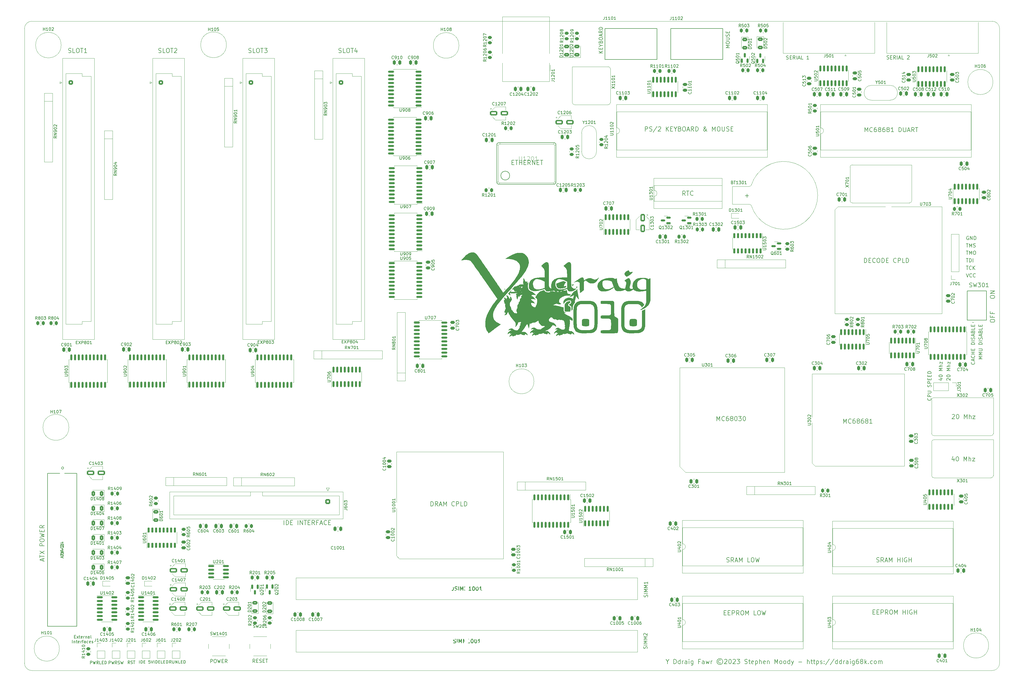
<source format=gto>
G04 #@! TF.GenerationSoftware,KiCad,Pcbnew,(6.0.11)*
G04 #@! TF.CreationDate,2023-02-04T12:37:02+00:00*
G04 #@! TF.ProjectId,yddraig030,79646472-6169-4673-9033-302e6b696361,rev?*
G04 #@! TF.SameCoordinates,Original*
G04 #@! TF.FileFunction,Legend,Top*
G04 #@! TF.FilePolarity,Positive*
%FSLAX46Y46*%
G04 Gerber Fmt 4.6, Leading zero omitted, Abs format (unit mm)*
G04 Created by KiCad (PCBNEW (6.0.11)) date 2023-02-04 12:37:02*
%MOMM*%
%LPD*%
G01*
G04 APERTURE LIST*
G04 Aperture macros list*
%AMRoundRect*
0 Rectangle with rounded corners*
0 $1 Rounding radius*
0 $2 $3 $4 $5 $6 $7 $8 $9 X,Y pos of 4 corners*
0 Add a 4 corners polygon primitive as box body*
4,1,4,$2,$3,$4,$5,$6,$7,$8,$9,$2,$3,0*
0 Add four circle primitives for the rounded corners*
1,1,$1+$1,$2,$3*
1,1,$1+$1,$4,$5*
1,1,$1+$1,$6,$7*
1,1,$1+$1,$8,$9*
0 Add four rect primitives between the rounded corners*
20,1,$1+$1,$2,$3,$4,$5,0*
20,1,$1+$1,$4,$5,$6,$7,0*
20,1,$1+$1,$6,$7,$8,$9,0*
20,1,$1+$1,$8,$9,$2,$3,0*%
G04 Aperture macros list end*
%ADD10C,0.120000*%
G04 #@! TA.AperFunction,Profile*
%ADD11C,0.050000*%
G04 #@! TD*
%ADD12C,0.200000*%
%ADD13C,0.180000*%
%ADD14C,0.150000*%
%ADD15C,0.190000*%
%ADD16C,0.300000*%
%ADD17C,0.254000*%
%ADD18C,0.015000*%
%ADD19C,0.100000*%
%ADD20C,0.152400*%
%ADD21C,0.127000*%
%ADD22C,0.050800*%
%ADD23RoundRect,0.250000X-0.250000X-0.475000X0.250000X-0.475000X0.250000X0.475000X-0.250000X0.475000X0*%
%ADD24RoundRect,0.250000X0.450000X-0.262500X0.450000X0.262500X-0.450000X0.262500X-0.450000X-0.262500X0*%
%ADD25RoundRect,0.150000X0.587500X0.150000X-0.587500X0.150000X-0.587500X-0.150000X0.587500X-0.150000X0*%
%ADD26R,1.600000X1.600000*%
%ADD27O,1.600000X1.600000*%
%ADD28RoundRect,0.250000X0.625000X-0.375000X0.625000X0.375000X-0.625000X0.375000X-0.625000X-0.375000X0*%
%ADD29RoundRect,0.250000X0.375000X0.625000X-0.375000X0.625000X-0.375000X-0.625000X0.375000X-0.625000X0*%
%ADD30RoundRect,0.250000X-0.625000X0.375000X-0.625000X-0.375000X0.625000X-0.375000X0.625000X0.375000X0*%
%ADD31RoundRect,0.250000X-1.050000X-0.550000X1.050000X-0.550000X1.050000X0.550000X-1.050000X0.550000X0*%
%ADD32RoundRect,0.250000X-0.475000X0.250000X-0.475000X-0.250000X0.475000X-0.250000X0.475000X0.250000X0*%
%ADD33RoundRect,0.250000X0.250000X0.475000X-0.250000X0.475000X-0.250000X-0.475000X0.250000X-0.475000X0*%
%ADD34RoundRect,0.150000X0.150000X-0.875000X0.150000X0.875000X-0.150000X0.875000X-0.150000X-0.875000X0*%
%ADD35R,1.700000X1.700000*%
%ADD36O,1.700000X1.700000*%
%ADD37RoundRect,0.250000X-0.262500X-0.450000X0.262500X-0.450000X0.262500X0.450000X-0.262500X0.450000X0*%
%ADD38RoundRect,0.150000X0.875000X0.150000X-0.875000X0.150000X-0.875000X-0.150000X0.875000X-0.150000X0*%
%ADD39C,1.600000*%
%ADD40RoundRect,0.150000X-0.150000X0.825000X-0.150000X-0.825000X0.150000X-0.825000X0.150000X0.825000X0*%
%ADD41RoundRect,0.250000X0.475000X-0.250000X0.475000X0.250000X-0.475000X0.250000X-0.475000X-0.250000X0*%
%ADD42RoundRect,0.150000X0.150000X-0.825000X0.150000X0.825000X-0.150000X0.825000X-0.150000X-0.825000X0*%
%ADD43RoundRect,0.150000X-0.875000X-0.150000X0.875000X-0.150000X0.875000X0.150000X-0.875000X0.150000X0*%
%ADD44RoundRect,0.250000X-0.450000X0.262500X-0.450000X-0.262500X0.450000X-0.262500X0.450000X0.262500X0*%
%ADD45R,3.000000X3.000000*%
%ADD46C,3.000000*%
%ADD47RoundRect,0.150000X-0.150000X0.587500X-0.150000X-0.587500X0.150000X-0.587500X0.150000X0.587500X0*%
%ADD48C,1.524000*%
%ADD49C,3.300000*%
%ADD50RoundRect,0.250000X0.262500X0.450000X-0.262500X0.450000X-0.262500X-0.450000X0.262500X-0.450000X0*%
%ADD51RoundRect,0.150000X-0.825000X-0.150000X0.825000X-0.150000X0.825000X0.150000X-0.825000X0.150000X0*%
%ADD52C,4.300000*%
%ADD53C,2.440000*%
%ADD54C,1.660000*%
%ADD55R,1.650000X1.650000*%
%ADD56C,1.650000*%
%ADD57R,1.422400X1.422400*%
%ADD58C,1.422400*%
%ADD59RoundRect,0.150000X-0.150000X0.875000X-0.150000X-0.875000X0.150000X-0.875000X0.150000X0.875000X0*%
%ADD60C,2.850000*%
%ADD61RoundRect,0.249999X-0.525001X-0.525001X0.525001X-0.525001X0.525001X0.525001X-0.525001X0.525001X0*%
%ADD62C,1.550000*%
%ADD63C,1.905000*%
%ADD64C,3.505200*%
%ADD65R,1.400000X1.400000*%
%ADD66R,1.524000X1.524000*%
%ADD67C,4.000000*%
%ADD68RoundRect,0.250000X-0.600000X0.600000X-0.600000X-0.600000X0.600000X-0.600000X0.600000X0.600000X0*%
%ADD69C,1.700000*%
%ADD70RoundRect,0.150000X-0.150000X0.725000X-0.150000X-0.725000X0.150000X-0.725000X0.150000X0.725000X0*%
%ADD71C,2.000000*%
%ADD72R,0.350000X2.200000*%
%ADD73R,2.200000X0.350000*%
%ADD74C,1.500000*%
%ADD75R,1.580000X1.580000*%
%ADD76C,1.580000*%
%ADD77RoundRect,0.150000X0.150000X-0.725000X0.150000X0.725000X-0.150000X0.725000X-0.150000X-0.725000X0*%
%ADD78R,0.600000X0.450000*%
%ADD79RoundRect,0.150000X0.150000X-0.587500X0.150000X0.587500X-0.150000X0.587500X-0.150000X-0.587500X0*%
%ADD80C,3.250000*%
%ADD81C,2.600000*%
%ADD82C,1.890000*%
%ADD83R,1.900000X1.900000*%
%ADD84C,1.900000*%
%ADD85RoundRect,0.250000X-0.550000X1.050000X-0.550000X-1.050000X0.550000X-1.050000X0.550000X1.050000X0*%
G04 APERTURE END LIST*
D10*
X98348850Y-38000000D02*
G75*
G03*
X98348850Y-38000000I-4348850J0D01*
G01*
X202419301Y-152000000D02*
G75*
G03*
X202419301Y-152000000I-4219301J0D01*
G01*
X41802058Y-242550000D02*
G75*
G03*
X41802058Y-242550000I-4252058J0D01*
G01*
X177034167Y-38200000D02*
G75*
G03*
X177034167Y-38200000I-4334167J0D01*
G01*
X45034632Y-167600000D02*
G75*
G03*
X45034632Y-167600000I-4384632J0D01*
G01*
X42413931Y-38100000D02*
G75*
G03*
X42413931Y-38100000I-4313931J0D01*
G01*
X356302058Y-241500000D02*
G75*
G03*
X356302058Y-241500000I-4252058J0D01*
G01*
X357743230Y-50600000D02*
G75*
G03*
X357743230Y-50600000I-4243230J0D01*
G01*
D11*
X32500000Y-30000000D02*
G75*
G03*
X30000000Y-32500000I0J-2500000D01*
G01*
X357500000Y-250000000D02*
G75*
G03*
X360000000Y-247500000I0J2500000D01*
G01*
X30000000Y-32500000D02*
X30000000Y-247500000D01*
X30000000Y-247500000D02*
G75*
G03*
X32500000Y-250000000I2500000J0D01*
G01*
X357500000Y-30000000D02*
X32500000Y-30000000D01*
X360000000Y-32500000D02*
G75*
G03*
X357500000Y-30000000I-2500000J0D01*
G01*
X32500000Y-250000000D02*
X357500000Y-250000000D01*
X360000000Y-247500000D02*
X360000000Y-32500000D01*
D12*
X266785714Y-230392857D02*
X267285714Y-230392857D01*
X267500000Y-231178571D02*
X266785714Y-231178571D01*
X266785714Y-229678571D01*
X267500000Y-229678571D01*
X268142857Y-230392857D02*
X268642857Y-230392857D01*
X268857142Y-231178571D02*
X268142857Y-231178571D01*
X268142857Y-229678571D01*
X268857142Y-229678571D01*
X269500000Y-231178571D02*
X269500000Y-229678571D01*
X270071428Y-229678571D01*
X270214285Y-229750000D01*
X270285714Y-229821428D01*
X270357142Y-229964285D01*
X270357142Y-230178571D01*
X270285714Y-230321428D01*
X270214285Y-230392857D01*
X270071428Y-230464285D01*
X269500000Y-230464285D01*
X271857142Y-231178571D02*
X271357142Y-230464285D01*
X271000000Y-231178571D02*
X271000000Y-229678571D01*
X271571428Y-229678571D01*
X271714285Y-229750000D01*
X271785714Y-229821428D01*
X271857142Y-229964285D01*
X271857142Y-230178571D01*
X271785714Y-230321428D01*
X271714285Y-230392857D01*
X271571428Y-230464285D01*
X271000000Y-230464285D01*
X272785714Y-229678571D02*
X273071428Y-229678571D01*
X273214285Y-229750000D01*
X273357142Y-229892857D01*
X273428571Y-230178571D01*
X273428571Y-230678571D01*
X273357142Y-230964285D01*
X273214285Y-231107142D01*
X273071428Y-231178571D01*
X272785714Y-231178571D01*
X272642857Y-231107142D01*
X272500000Y-230964285D01*
X272428571Y-230678571D01*
X272428571Y-230178571D01*
X272500000Y-229892857D01*
X272642857Y-229750000D01*
X272785714Y-229678571D01*
X274071428Y-231178571D02*
X274071428Y-229678571D01*
X274571428Y-230750000D01*
X275071428Y-229678571D01*
X275071428Y-231178571D01*
X277642857Y-231178571D02*
X276928571Y-231178571D01*
X276928571Y-229678571D01*
X278428571Y-229678571D02*
X278714285Y-229678571D01*
X278857142Y-229750000D01*
X279000000Y-229892857D01*
X279071428Y-230178571D01*
X279071428Y-230678571D01*
X279000000Y-230964285D01*
X278857142Y-231107142D01*
X278714285Y-231178571D01*
X278428571Y-231178571D01*
X278285714Y-231107142D01*
X278142857Y-230964285D01*
X278071428Y-230678571D01*
X278071428Y-230178571D01*
X278142857Y-229892857D01*
X278285714Y-229750000D01*
X278428571Y-229678571D01*
X279571428Y-229678571D02*
X279928571Y-231178571D01*
X280214285Y-230107142D01*
X280500000Y-231178571D01*
X280857142Y-229678571D01*
X136392857Y-40607142D02*
X136607142Y-40678571D01*
X136964285Y-40678571D01*
X137107142Y-40607142D01*
X137178571Y-40535714D01*
X137250000Y-40392857D01*
X137250000Y-40250000D01*
X137178571Y-40107142D01*
X137107142Y-40035714D01*
X136964285Y-39964285D01*
X136678571Y-39892857D01*
X136535714Y-39821428D01*
X136464285Y-39750000D01*
X136392857Y-39607142D01*
X136392857Y-39464285D01*
X136464285Y-39321428D01*
X136535714Y-39250000D01*
X136678571Y-39178571D01*
X137035714Y-39178571D01*
X137250000Y-39250000D01*
X138607142Y-40678571D02*
X137892857Y-40678571D01*
X137892857Y-39178571D01*
X139392857Y-39178571D02*
X139678571Y-39178571D01*
X139821428Y-39250000D01*
X139964285Y-39392857D01*
X140035714Y-39678571D01*
X140035714Y-40178571D01*
X139964285Y-40464285D01*
X139821428Y-40607142D01*
X139678571Y-40678571D01*
X139392857Y-40678571D01*
X139250000Y-40607142D01*
X139107142Y-40464285D01*
X139035714Y-40178571D01*
X139035714Y-39678571D01*
X139107142Y-39392857D01*
X139250000Y-39250000D01*
X139392857Y-39178571D01*
X140464285Y-39178571D02*
X141321428Y-39178571D01*
X140892857Y-40678571D02*
X140892857Y-39178571D01*
X142464285Y-39678571D02*
X142464285Y-40678571D01*
X142107142Y-39107142D02*
X141750000Y-40178571D01*
X142678571Y-40178571D01*
X240685714Y-242521428D02*
X240742857Y-242350000D01*
X240742857Y-242064285D01*
X240685714Y-241950000D01*
X240628571Y-241892857D01*
X240514285Y-241835714D01*
X240400000Y-241835714D01*
X240285714Y-241892857D01*
X240228571Y-241950000D01*
X240171428Y-242064285D01*
X240114285Y-242292857D01*
X240057142Y-242407142D01*
X240000000Y-242464285D01*
X239885714Y-242521428D01*
X239771428Y-242521428D01*
X239657142Y-242464285D01*
X239600000Y-242407142D01*
X239542857Y-242292857D01*
X239542857Y-242007142D01*
X239600000Y-241835714D01*
X240742857Y-241321428D02*
X239542857Y-241321428D01*
X240742857Y-240750000D02*
X239542857Y-240750000D01*
X240400000Y-240350000D01*
X239542857Y-239950000D01*
X240742857Y-239950000D01*
X240742857Y-239378571D02*
X239542857Y-239378571D01*
X240400000Y-238978571D01*
X239542857Y-238578571D01*
X240742857Y-238578571D01*
X239657142Y-238064285D02*
X239600000Y-238007142D01*
X239542857Y-237892857D01*
X239542857Y-237607142D01*
X239600000Y-237492857D01*
X239657142Y-237435714D01*
X239771428Y-237378571D01*
X239885714Y-237378571D01*
X240057142Y-237435714D01*
X240742857Y-238121428D01*
X240742857Y-237378571D01*
X318371428Y-213157142D02*
X318585714Y-213228571D01*
X318942857Y-213228571D01*
X319085714Y-213157142D01*
X319157142Y-213085714D01*
X319228571Y-212942857D01*
X319228571Y-212800000D01*
X319157142Y-212657142D01*
X319085714Y-212585714D01*
X318942857Y-212514285D01*
X318657142Y-212442857D01*
X318514285Y-212371428D01*
X318442857Y-212300000D01*
X318371428Y-212157142D01*
X318371428Y-212014285D01*
X318442857Y-211871428D01*
X318514285Y-211800000D01*
X318657142Y-211728571D01*
X319014285Y-211728571D01*
X319228571Y-211800000D01*
X320728571Y-213228571D02*
X320228571Y-212514285D01*
X319871428Y-213228571D02*
X319871428Y-211728571D01*
X320442857Y-211728571D01*
X320585714Y-211800000D01*
X320657142Y-211871428D01*
X320728571Y-212014285D01*
X320728571Y-212228571D01*
X320657142Y-212371428D01*
X320585714Y-212442857D01*
X320442857Y-212514285D01*
X319871428Y-212514285D01*
X321300000Y-212800000D02*
X322014285Y-212800000D01*
X321157142Y-213228571D02*
X321657142Y-211728571D01*
X322157142Y-213228571D01*
X322657142Y-213228571D02*
X322657142Y-211728571D01*
X323157142Y-212800000D01*
X323657142Y-211728571D01*
X323657142Y-213228571D01*
X325514285Y-213228571D02*
X325514285Y-211728571D01*
X325514285Y-212442857D02*
X326371428Y-212442857D01*
X326371428Y-213228571D02*
X326371428Y-211728571D01*
X327085714Y-213228571D02*
X327085714Y-211728571D01*
X328585714Y-211800000D02*
X328442857Y-211728571D01*
X328228571Y-211728571D01*
X328014285Y-211800000D01*
X327871428Y-211942857D01*
X327800000Y-212085714D01*
X327728571Y-212371428D01*
X327728571Y-212585714D01*
X327800000Y-212871428D01*
X327871428Y-213014285D01*
X328014285Y-213157142D01*
X328228571Y-213228571D01*
X328371428Y-213228571D01*
X328585714Y-213157142D01*
X328657142Y-213085714D01*
X328657142Y-212585714D01*
X328371428Y-212585714D01*
X329300000Y-213228571D02*
X329300000Y-211728571D01*
X329300000Y-212442857D02*
X330157142Y-212442857D01*
X330157142Y-213228571D02*
X330157142Y-211728571D01*
D13*
X68911904Y-247552380D02*
X68911904Y-246552380D01*
X69388095Y-247552380D02*
X69388095Y-246552380D01*
X69626190Y-246552380D01*
X69769047Y-246600000D01*
X69864285Y-246695238D01*
X69911904Y-246790476D01*
X69959523Y-246980952D01*
X69959523Y-247123809D01*
X69911904Y-247314285D01*
X69864285Y-247409523D01*
X69769047Y-247504761D01*
X69626190Y-247552380D01*
X69388095Y-247552380D01*
X70388095Y-247028571D02*
X70721428Y-247028571D01*
X70864285Y-247552380D02*
X70388095Y-247552380D01*
X70388095Y-246552380D01*
X70864285Y-246552380D01*
X72530952Y-246552380D02*
X72054761Y-246552380D01*
X72007142Y-247028571D01*
X72054761Y-246980952D01*
X72150000Y-246933333D01*
X72388095Y-246933333D01*
X72483333Y-246980952D01*
X72530952Y-247028571D01*
X72578571Y-247123809D01*
X72578571Y-247361904D01*
X72530952Y-247457142D01*
X72483333Y-247504761D01*
X72388095Y-247552380D01*
X72150000Y-247552380D01*
X72054761Y-247504761D01*
X72007142Y-247457142D01*
X72864285Y-246552380D02*
X73197619Y-247552380D01*
X73530952Y-246552380D01*
D12*
X356828571Y-123528571D02*
X356828571Y-123242857D01*
X356900000Y-123100000D01*
X357042857Y-122957142D01*
X357328571Y-122885714D01*
X357828571Y-122885714D01*
X358114285Y-122957142D01*
X358257142Y-123100000D01*
X358328571Y-123242857D01*
X358328571Y-123528571D01*
X358257142Y-123671428D01*
X358114285Y-123814285D01*
X357828571Y-123885714D01*
X357328571Y-123885714D01*
X357042857Y-123814285D01*
X356900000Y-123671428D01*
X356828571Y-123528571D01*
X358328571Y-122242857D02*
X356828571Y-122242857D01*
X358328571Y-121385714D01*
X356828571Y-121385714D01*
D14*
X348711785Y-107842857D02*
X349397500Y-107842857D01*
X349054642Y-109042857D02*
X349054642Y-107842857D01*
X349797500Y-109042857D02*
X349797500Y-107842857D01*
X350197500Y-108700000D01*
X350597500Y-107842857D01*
X350597500Y-109042857D01*
X351397500Y-107842857D02*
X351626071Y-107842857D01*
X351740357Y-107900000D01*
X351854642Y-108014285D01*
X351911785Y-108242857D01*
X351911785Y-108642857D01*
X351854642Y-108871428D01*
X351740357Y-108985714D01*
X351626071Y-109042857D01*
X351397500Y-109042857D01*
X351283214Y-108985714D01*
X351168928Y-108871428D01*
X351111785Y-108642857D01*
X351111785Y-108242857D01*
X351168928Y-108014285D01*
X351283214Y-107900000D01*
X351397500Y-107842857D01*
D12*
X75392857Y-40607142D02*
X75607142Y-40678571D01*
X75964285Y-40678571D01*
X76107142Y-40607142D01*
X76178571Y-40535714D01*
X76250000Y-40392857D01*
X76250000Y-40250000D01*
X76178571Y-40107142D01*
X76107142Y-40035714D01*
X75964285Y-39964285D01*
X75678571Y-39892857D01*
X75535714Y-39821428D01*
X75464285Y-39750000D01*
X75392857Y-39607142D01*
X75392857Y-39464285D01*
X75464285Y-39321428D01*
X75535714Y-39250000D01*
X75678571Y-39178571D01*
X76035714Y-39178571D01*
X76250000Y-39250000D01*
X77607142Y-40678571D02*
X76892857Y-40678571D01*
X76892857Y-39178571D01*
X78392857Y-39178571D02*
X78678571Y-39178571D01*
X78821428Y-39250000D01*
X78964285Y-39392857D01*
X79035714Y-39678571D01*
X79035714Y-40178571D01*
X78964285Y-40464285D01*
X78821428Y-40607142D01*
X78678571Y-40678571D01*
X78392857Y-40678571D01*
X78250000Y-40607142D01*
X78107142Y-40464285D01*
X78035714Y-40178571D01*
X78035714Y-39678571D01*
X78107142Y-39392857D01*
X78250000Y-39250000D01*
X78392857Y-39178571D01*
X79464285Y-39178571D02*
X80321428Y-39178571D01*
X79892857Y-40678571D02*
X79892857Y-39178571D01*
X80750000Y-39321428D02*
X80821428Y-39250000D01*
X80964285Y-39178571D01*
X81321428Y-39178571D01*
X81464285Y-39250000D01*
X81535714Y-39321428D01*
X81607142Y-39464285D01*
X81607142Y-39607142D01*
X81535714Y-39821428D01*
X80678571Y-40678571D01*
X81607142Y-40678571D01*
X317157142Y-230142857D02*
X317657142Y-230142857D01*
X317871428Y-230928571D02*
X317157142Y-230928571D01*
X317157142Y-229428571D01*
X317871428Y-229428571D01*
X318514285Y-230142857D02*
X319014285Y-230142857D01*
X319228571Y-230928571D02*
X318514285Y-230928571D01*
X318514285Y-229428571D01*
X319228571Y-229428571D01*
X319871428Y-230928571D02*
X319871428Y-229428571D01*
X320442857Y-229428571D01*
X320585714Y-229500000D01*
X320657142Y-229571428D01*
X320728571Y-229714285D01*
X320728571Y-229928571D01*
X320657142Y-230071428D01*
X320585714Y-230142857D01*
X320442857Y-230214285D01*
X319871428Y-230214285D01*
X322228571Y-230928571D02*
X321728571Y-230214285D01*
X321371428Y-230928571D02*
X321371428Y-229428571D01*
X321942857Y-229428571D01*
X322085714Y-229500000D01*
X322157142Y-229571428D01*
X322228571Y-229714285D01*
X322228571Y-229928571D01*
X322157142Y-230071428D01*
X322085714Y-230142857D01*
X321942857Y-230214285D01*
X321371428Y-230214285D01*
X323157142Y-229428571D02*
X323442857Y-229428571D01*
X323585714Y-229500000D01*
X323728571Y-229642857D01*
X323800000Y-229928571D01*
X323800000Y-230428571D01*
X323728571Y-230714285D01*
X323585714Y-230857142D01*
X323442857Y-230928571D01*
X323157142Y-230928571D01*
X323014285Y-230857142D01*
X322871428Y-230714285D01*
X322800000Y-230428571D01*
X322800000Y-229928571D01*
X322871428Y-229642857D01*
X323014285Y-229500000D01*
X323157142Y-229428571D01*
X324442857Y-230928571D02*
X324442857Y-229428571D01*
X324942857Y-230500000D01*
X325442857Y-229428571D01*
X325442857Y-230928571D01*
X327300000Y-230928571D02*
X327300000Y-229428571D01*
X327300000Y-230142857D02*
X328157142Y-230142857D01*
X328157142Y-230928571D02*
X328157142Y-229428571D01*
X328871428Y-230928571D02*
X328871428Y-229428571D01*
X330371428Y-229500000D02*
X330228571Y-229428571D01*
X330014285Y-229428571D01*
X329800000Y-229500000D01*
X329657142Y-229642857D01*
X329585714Y-229785714D01*
X329514285Y-230071428D01*
X329514285Y-230285714D01*
X329585714Y-230571428D01*
X329657142Y-230714285D01*
X329800000Y-230857142D01*
X330014285Y-230928571D01*
X330157142Y-230928571D01*
X330371428Y-230857142D01*
X330442857Y-230785714D01*
X330442857Y-230285714D01*
X330157142Y-230285714D01*
X331085714Y-230928571D02*
X331085714Y-229428571D01*
X331085714Y-230142857D02*
X331942857Y-230142857D01*
X331942857Y-230928571D02*
X331942857Y-229428571D01*
D14*
X336728571Y-157711785D02*
X336785714Y-157768928D01*
X336842857Y-157940357D01*
X336842857Y-158054642D01*
X336785714Y-158226071D01*
X336671428Y-158340357D01*
X336557142Y-158397500D01*
X336328571Y-158454642D01*
X336157142Y-158454642D01*
X335928571Y-158397500D01*
X335814285Y-158340357D01*
X335700000Y-158226071D01*
X335642857Y-158054642D01*
X335642857Y-157940357D01*
X335700000Y-157768928D01*
X335757142Y-157711785D01*
X336842857Y-157197500D02*
X335642857Y-157197500D01*
X335642857Y-156740357D01*
X335700000Y-156626071D01*
X335757142Y-156568928D01*
X335871428Y-156511785D01*
X336042857Y-156511785D01*
X336157142Y-156568928D01*
X336214285Y-156626071D01*
X336271428Y-156740357D01*
X336271428Y-157197500D01*
X335642857Y-155997500D02*
X336614285Y-155997500D01*
X336728571Y-155940357D01*
X336785714Y-155883214D01*
X336842857Y-155768928D01*
X336842857Y-155540357D01*
X336785714Y-155426071D01*
X336728571Y-155368928D01*
X336614285Y-155311785D01*
X335642857Y-155311785D01*
X336785714Y-153883214D02*
X336842857Y-153711785D01*
X336842857Y-153426071D01*
X336785714Y-153311785D01*
X336728571Y-153254642D01*
X336614285Y-153197500D01*
X336500000Y-153197500D01*
X336385714Y-153254642D01*
X336328571Y-153311785D01*
X336271428Y-153426071D01*
X336214285Y-153654642D01*
X336157142Y-153768928D01*
X336100000Y-153826071D01*
X335985714Y-153883214D01*
X335871428Y-153883214D01*
X335757142Y-153826071D01*
X335700000Y-153768928D01*
X335642857Y-153654642D01*
X335642857Y-153368928D01*
X335700000Y-153197500D01*
X336842857Y-152683214D02*
X335642857Y-152683214D01*
X335642857Y-152226071D01*
X335700000Y-152111785D01*
X335757142Y-152054642D01*
X335871428Y-151997500D01*
X336042857Y-151997500D01*
X336157142Y-152054642D01*
X336214285Y-152111785D01*
X336271428Y-152226071D01*
X336271428Y-152683214D01*
X336214285Y-151483214D02*
X336214285Y-151083214D01*
X336842857Y-150911785D02*
X336842857Y-151483214D01*
X335642857Y-151483214D01*
X335642857Y-150911785D01*
X336214285Y-150397500D02*
X336214285Y-149997500D01*
X336842857Y-149826071D02*
X336842857Y-150397500D01*
X335642857Y-150397500D01*
X335642857Y-149826071D01*
X336842857Y-149311785D02*
X335642857Y-149311785D01*
X335642857Y-149026071D01*
X335700000Y-148854642D01*
X335814285Y-148740357D01*
X335928571Y-148683214D01*
X336157142Y-148626071D01*
X336328571Y-148626071D01*
X336557142Y-148683214D01*
X336671428Y-148740357D01*
X336785714Y-148854642D01*
X336842857Y-149026071D01*
X336842857Y-149311785D01*
D12*
X264328571Y-165378571D02*
X264328571Y-163878571D01*
X264828571Y-164950000D01*
X265328571Y-163878571D01*
X265328571Y-165378571D01*
X266900000Y-165235714D02*
X266828571Y-165307142D01*
X266614285Y-165378571D01*
X266471428Y-165378571D01*
X266257142Y-165307142D01*
X266114285Y-165164285D01*
X266042857Y-165021428D01*
X265971428Y-164735714D01*
X265971428Y-164521428D01*
X266042857Y-164235714D01*
X266114285Y-164092857D01*
X266257142Y-163950000D01*
X266471428Y-163878571D01*
X266614285Y-163878571D01*
X266828571Y-163950000D01*
X266900000Y-164021428D01*
X268185714Y-163878571D02*
X267900000Y-163878571D01*
X267757142Y-163950000D01*
X267685714Y-164021428D01*
X267542857Y-164235714D01*
X267471428Y-164521428D01*
X267471428Y-165092857D01*
X267542857Y-165235714D01*
X267614285Y-165307142D01*
X267757142Y-165378571D01*
X268042857Y-165378571D01*
X268185714Y-165307142D01*
X268257142Y-165235714D01*
X268328571Y-165092857D01*
X268328571Y-164735714D01*
X268257142Y-164592857D01*
X268185714Y-164521428D01*
X268042857Y-164450000D01*
X267757142Y-164450000D01*
X267614285Y-164521428D01*
X267542857Y-164592857D01*
X267471428Y-164735714D01*
X269185714Y-164521428D02*
X269042857Y-164450000D01*
X268971428Y-164378571D01*
X268900000Y-164235714D01*
X268900000Y-164164285D01*
X268971428Y-164021428D01*
X269042857Y-163950000D01*
X269185714Y-163878571D01*
X269471428Y-163878571D01*
X269614285Y-163950000D01*
X269685714Y-164021428D01*
X269757142Y-164164285D01*
X269757142Y-164235714D01*
X269685714Y-164378571D01*
X269614285Y-164450000D01*
X269471428Y-164521428D01*
X269185714Y-164521428D01*
X269042857Y-164592857D01*
X268971428Y-164664285D01*
X268900000Y-164807142D01*
X268900000Y-165092857D01*
X268971428Y-165235714D01*
X269042857Y-165307142D01*
X269185714Y-165378571D01*
X269471428Y-165378571D01*
X269614285Y-165307142D01*
X269685714Y-165235714D01*
X269757142Y-165092857D01*
X269757142Y-164807142D01*
X269685714Y-164664285D01*
X269614285Y-164592857D01*
X269471428Y-164521428D01*
X270685714Y-163878571D02*
X270828571Y-163878571D01*
X270971428Y-163950000D01*
X271042857Y-164021428D01*
X271114285Y-164164285D01*
X271185714Y-164450000D01*
X271185714Y-164807142D01*
X271114285Y-165092857D01*
X271042857Y-165235714D01*
X270971428Y-165307142D01*
X270828571Y-165378571D01*
X270685714Y-165378571D01*
X270542857Y-165307142D01*
X270471428Y-165235714D01*
X270400000Y-165092857D01*
X270328571Y-164807142D01*
X270328571Y-164450000D01*
X270400000Y-164164285D01*
X270471428Y-164021428D01*
X270542857Y-163950000D01*
X270685714Y-163878571D01*
X271685714Y-163878571D02*
X272614285Y-163878571D01*
X272114285Y-164450000D01*
X272328571Y-164450000D01*
X272471428Y-164521428D01*
X272542857Y-164592857D01*
X272614285Y-164735714D01*
X272614285Y-165092857D01*
X272542857Y-165235714D01*
X272471428Y-165307142D01*
X272328571Y-165378571D01*
X271900000Y-165378571D01*
X271757142Y-165307142D01*
X271685714Y-165235714D01*
X273542857Y-163878571D02*
X273685714Y-163878571D01*
X273828571Y-163950000D01*
X273900000Y-164021428D01*
X273971428Y-164164285D01*
X274042857Y-164450000D01*
X274042857Y-164807142D01*
X273971428Y-165092857D01*
X273900000Y-165235714D01*
X273828571Y-165307142D01*
X273685714Y-165378571D01*
X273542857Y-165378571D01*
X273400000Y-165307142D01*
X273328571Y-165235714D01*
X273257142Y-165092857D01*
X273185714Y-164807142D01*
X273185714Y-164450000D01*
X273257142Y-164164285D01*
X273328571Y-164021428D01*
X273400000Y-163950000D01*
X273542857Y-163878571D01*
X314407142Y-67478571D02*
X314407142Y-65978571D01*
X314907142Y-67050000D01*
X315407142Y-65978571D01*
X315407142Y-67478571D01*
X316978571Y-67335714D02*
X316907142Y-67407142D01*
X316692857Y-67478571D01*
X316550000Y-67478571D01*
X316335714Y-67407142D01*
X316192857Y-67264285D01*
X316121428Y-67121428D01*
X316050000Y-66835714D01*
X316050000Y-66621428D01*
X316121428Y-66335714D01*
X316192857Y-66192857D01*
X316335714Y-66050000D01*
X316550000Y-65978571D01*
X316692857Y-65978571D01*
X316907142Y-66050000D01*
X316978571Y-66121428D01*
X318264285Y-65978571D02*
X317978571Y-65978571D01*
X317835714Y-66050000D01*
X317764285Y-66121428D01*
X317621428Y-66335714D01*
X317550000Y-66621428D01*
X317550000Y-67192857D01*
X317621428Y-67335714D01*
X317692857Y-67407142D01*
X317835714Y-67478571D01*
X318121428Y-67478571D01*
X318264285Y-67407142D01*
X318335714Y-67335714D01*
X318407142Y-67192857D01*
X318407142Y-66835714D01*
X318335714Y-66692857D01*
X318264285Y-66621428D01*
X318121428Y-66550000D01*
X317835714Y-66550000D01*
X317692857Y-66621428D01*
X317621428Y-66692857D01*
X317550000Y-66835714D01*
X319264285Y-66621428D02*
X319121428Y-66550000D01*
X319050000Y-66478571D01*
X318978571Y-66335714D01*
X318978571Y-66264285D01*
X319050000Y-66121428D01*
X319121428Y-66050000D01*
X319264285Y-65978571D01*
X319550000Y-65978571D01*
X319692857Y-66050000D01*
X319764285Y-66121428D01*
X319835714Y-66264285D01*
X319835714Y-66335714D01*
X319764285Y-66478571D01*
X319692857Y-66550000D01*
X319550000Y-66621428D01*
X319264285Y-66621428D01*
X319121428Y-66692857D01*
X319050000Y-66764285D01*
X318978571Y-66907142D01*
X318978571Y-67192857D01*
X319050000Y-67335714D01*
X319121428Y-67407142D01*
X319264285Y-67478571D01*
X319550000Y-67478571D01*
X319692857Y-67407142D01*
X319764285Y-67335714D01*
X319835714Y-67192857D01*
X319835714Y-66907142D01*
X319764285Y-66764285D01*
X319692857Y-66692857D01*
X319550000Y-66621428D01*
X321121428Y-65978571D02*
X320835714Y-65978571D01*
X320692857Y-66050000D01*
X320621428Y-66121428D01*
X320478571Y-66335714D01*
X320407142Y-66621428D01*
X320407142Y-67192857D01*
X320478571Y-67335714D01*
X320550000Y-67407142D01*
X320692857Y-67478571D01*
X320978571Y-67478571D01*
X321121428Y-67407142D01*
X321192857Y-67335714D01*
X321264285Y-67192857D01*
X321264285Y-66835714D01*
X321192857Y-66692857D01*
X321121428Y-66621428D01*
X320978571Y-66550000D01*
X320692857Y-66550000D01*
X320550000Y-66621428D01*
X320478571Y-66692857D01*
X320407142Y-66835714D01*
X322121428Y-66621428D02*
X321978571Y-66550000D01*
X321907142Y-66478571D01*
X321835714Y-66335714D01*
X321835714Y-66264285D01*
X321907142Y-66121428D01*
X321978571Y-66050000D01*
X322121428Y-65978571D01*
X322407142Y-65978571D01*
X322550000Y-66050000D01*
X322621428Y-66121428D01*
X322692857Y-66264285D01*
X322692857Y-66335714D01*
X322621428Y-66478571D01*
X322550000Y-66550000D01*
X322407142Y-66621428D01*
X322121428Y-66621428D01*
X321978571Y-66692857D01*
X321907142Y-66764285D01*
X321835714Y-66907142D01*
X321835714Y-67192857D01*
X321907142Y-67335714D01*
X321978571Y-67407142D01*
X322121428Y-67478571D01*
X322407142Y-67478571D01*
X322550000Y-67407142D01*
X322621428Y-67335714D01*
X322692857Y-67192857D01*
X322692857Y-66907142D01*
X322621428Y-66764285D01*
X322550000Y-66692857D01*
X322407142Y-66621428D01*
X324121428Y-67478571D02*
X323264285Y-67478571D01*
X323692857Y-67478571D02*
X323692857Y-65978571D01*
X323550000Y-66192857D01*
X323407142Y-66335714D01*
X323264285Y-66407142D01*
X325907142Y-67478571D02*
X325907142Y-65978571D01*
X326264285Y-65978571D01*
X326478571Y-66050000D01*
X326621428Y-66192857D01*
X326692857Y-66335714D01*
X326764285Y-66621428D01*
X326764285Y-66835714D01*
X326692857Y-67121428D01*
X326621428Y-67264285D01*
X326478571Y-67407142D01*
X326264285Y-67478571D01*
X325907142Y-67478571D01*
X327407142Y-65978571D02*
X327407142Y-67192857D01*
X327478571Y-67335714D01*
X327550000Y-67407142D01*
X327692857Y-67478571D01*
X327978571Y-67478571D01*
X328121428Y-67407142D01*
X328192857Y-67335714D01*
X328264285Y-67192857D01*
X328264285Y-65978571D01*
X328907142Y-67050000D02*
X329621428Y-67050000D01*
X328764285Y-67478571D02*
X329264285Y-65978571D01*
X329764285Y-67478571D01*
X331121428Y-67478571D02*
X330621428Y-66764285D01*
X330264285Y-67478571D02*
X330264285Y-65978571D01*
X330835714Y-65978571D01*
X330978571Y-66050000D01*
X331050000Y-66121428D01*
X331121428Y-66264285D01*
X331121428Y-66478571D01*
X331050000Y-66621428D01*
X330978571Y-66692857D01*
X330835714Y-66764285D01*
X330264285Y-66764285D01*
X331550000Y-65978571D02*
X332407142Y-65978571D01*
X331978571Y-67478571D02*
X331978571Y-65978571D01*
X287858571Y-42835714D02*
X288030000Y-42892857D01*
X288315714Y-42892857D01*
X288430000Y-42835714D01*
X288487142Y-42778571D01*
X288544285Y-42664285D01*
X288544285Y-42550000D01*
X288487142Y-42435714D01*
X288430000Y-42378571D01*
X288315714Y-42321428D01*
X288087142Y-42264285D01*
X287972857Y-42207142D01*
X287915714Y-42150000D01*
X287858571Y-42035714D01*
X287858571Y-41921428D01*
X287915714Y-41807142D01*
X287972857Y-41750000D01*
X288087142Y-41692857D01*
X288372857Y-41692857D01*
X288544285Y-41750000D01*
X289058571Y-42264285D02*
X289458571Y-42264285D01*
X289630000Y-42892857D02*
X289058571Y-42892857D01*
X289058571Y-41692857D01*
X289630000Y-41692857D01*
X290830000Y-42892857D02*
X290430000Y-42321428D01*
X290144285Y-42892857D02*
X290144285Y-41692857D01*
X290601428Y-41692857D01*
X290715714Y-41750000D01*
X290772857Y-41807142D01*
X290830000Y-41921428D01*
X290830000Y-42092857D01*
X290772857Y-42207142D01*
X290715714Y-42264285D01*
X290601428Y-42321428D01*
X290144285Y-42321428D01*
X291344285Y-42892857D02*
X291344285Y-41692857D01*
X291858571Y-42550000D02*
X292430000Y-42550000D01*
X291744285Y-42892857D02*
X292144285Y-41692857D01*
X292544285Y-42892857D01*
X293515714Y-42892857D02*
X292944285Y-42892857D01*
X292944285Y-41692857D01*
X295458571Y-42892857D02*
X294772857Y-42892857D01*
X295115714Y-42892857D02*
X295115714Y-41692857D01*
X295001428Y-41864285D01*
X294887142Y-41978571D01*
X294772857Y-42035714D01*
D14*
X348711785Y-105342857D02*
X349397500Y-105342857D01*
X349054642Y-106542857D02*
X349054642Y-105342857D01*
X349797500Y-106542857D02*
X349797500Y-105342857D01*
X350197500Y-106200000D01*
X350597500Y-105342857D01*
X350597500Y-106542857D01*
X351111785Y-106485714D02*
X351283214Y-106542857D01*
X351568928Y-106542857D01*
X351683214Y-106485714D01*
X351740357Y-106428571D01*
X351797500Y-106314285D01*
X351797500Y-106200000D01*
X351740357Y-106085714D01*
X351683214Y-106028571D01*
X351568928Y-105971428D01*
X351340357Y-105914285D01*
X351226071Y-105857142D01*
X351168928Y-105800000D01*
X351111785Y-105685714D01*
X351111785Y-105571428D01*
X351168928Y-105457142D01*
X351226071Y-105400000D01*
X351340357Y-105342857D01*
X351626071Y-105342857D01*
X351797500Y-105400000D01*
D13*
X79654761Y-247552380D02*
X79321428Y-247076190D01*
X79083333Y-247552380D02*
X79083333Y-246552380D01*
X79464285Y-246552380D01*
X79559523Y-246600000D01*
X79607142Y-246647619D01*
X79654761Y-246742857D01*
X79654761Y-246885714D01*
X79607142Y-246980952D01*
X79559523Y-247028571D01*
X79464285Y-247076190D01*
X79083333Y-247076190D01*
X80083333Y-246552380D02*
X80083333Y-247361904D01*
X80130952Y-247457142D01*
X80178571Y-247504761D01*
X80273809Y-247552380D01*
X80464285Y-247552380D01*
X80559523Y-247504761D01*
X80607142Y-247457142D01*
X80654761Y-247361904D01*
X80654761Y-246552380D01*
X81130952Y-247552380D02*
X81130952Y-246552380D01*
X81702380Y-247552380D01*
X81702380Y-246552380D01*
X82654761Y-247552380D02*
X82178571Y-247552380D01*
X82178571Y-246552380D01*
X82988095Y-247028571D02*
X83321428Y-247028571D01*
X83464285Y-247552380D02*
X82988095Y-247552380D01*
X82988095Y-246552380D01*
X83464285Y-246552380D01*
X83892857Y-247552380D02*
X83892857Y-246552380D01*
X84130952Y-246552380D01*
X84273809Y-246600000D01*
X84369047Y-246695238D01*
X84416666Y-246790476D01*
X84464285Y-246980952D01*
X84464285Y-247123809D01*
X84416666Y-247314285D01*
X84369047Y-247409523D01*
X84273809Y-247504761D01*
X84130952Y-247552380D01*
X83892857Y-247552380D01*
D12*
X105892857Y-40607142D02*
X106107142Y-40678571D01*
X106464285Y-40678571D01*
X106607142Y-40607142D01*
X106678571Y-40535714D01*
X106750000Y-40392857D01*
X106750000Y-40250000D01*
X106678571Y-40107142D01*
X106607142Y-40035714D01*
X106464285Y-39964285D01*
X106178571Y-39892857D01*
X106035714Y-39821428D01*
X105964285Y-39750000D01*
X105892857Y-39607142D01*
X105892857Y-39464285D01*
X105964285Y-39321428D01*
X106035714Y-39250000D01*
X106178571Y-39178571D01*
X106535714Y-39178571D01*
X106750000Y-39250000D01*
X108107142Y-40678571D02*
X107392857Y-40678571D01*
X107392857Y-39178571D01*
X108892857Y-39178571D02*
X109178571Y-39178571D01*
X109321428Y-39250000D01*
X109464285Y-39392857D01*
X109535714Y-39678571D01*
X109535714Y-40178571D01*
X109464285Y-40464285D01*
X109321428Y-40607142D01*
X109178571Y-40678571D01*
X108892857Y-40678571D01*
X108750000Y-40607142D01*
X108607142Y-40464285D01*
X108535714Y-40178571D01*
X108535714Y-39678571D01*
X108607142Y-39392857D01*
X108750000Y-39250000D01*
X108892857Y-39178571D01*
X109964285Y-39178571D02*
X110821428Y-39178571D01*
X110392857Y-40678571D02*
X110392857Y-39178571D01*
X111178571Y-39178571D02*
X112107142Y-39178571D01*
X111607142Y-39750000D01*
X111821428Y-39750000D01*
X111964285Y-39821428D01*
X112035714Y-39892857D01*
X112107142Y-40035714D01*
X112107142Y-40392857D01*
X112035714Y-40535714D01*
X111964285Y-40607142D01*
X111821428Y-40678571D01*
X111392857Y-40678571D01*
X111250000Y-40607142D01*
X111178571Y-40535714D01*
D13*
X52309523Y-247752380D02*
X52309523Y-246752380D01*
X52690476Y-246752380D01*
X52785714Y-246800000D01*
X52833333Y-246847619D01*
X52880952Y-246942857D01*
X52880952Y-247085714D01*
X52833333Y-247180952D01*
X52785714Y-247228571D01*
X52690476Y-247276190D01*
X52309523Y-247276190D01*
X53214285Y-246752380D02*
X53452380Y-247752380D01*
X53642857Y-247038095D01*
X53833333Y-247752380D01*
X54071428Y-246752380D01*
X55023809Y-247752380D02*
X54690476Y-247276190D01*
X54452380Y-247752380D02*
X54452380Y-246752380D01*
X54833333Y-246752380D01*
X54928571Y-246800000D01*
X54976190Y-246847619D01*
X55023809Y-246942857D01*
X55023809Y-247085714D01*
X54976190Y-247180952D01*
X54928571Y-247228571D01*
X54833333Y-247276190D01*
X54452380Y-247276190D01*
X55928571Y-247752380D02*
X55452380Y-247752380D01*
X55452380Y-246752380D01*
X56261904Y-247228571D02*
X56595238Y-247228571D01*
X56738095Y-247752380D02*
X56261904Y-247752380D01*
X56261904Y-246752380D01*
X56738095Y-246752380D01*
X57166666Y-247752380D02*
X57166666Y-246752380D01*
X57404761Y-246752380D01*
X57547619Y-246800000D01*
X57642857Y-246895238D01*
X57690476Y-246990476D01*
X57738095Y-247180952D01*
X57738095Y-247323809D01*
X57690476Y-247514285D01*
X57642857Y-247609523D01*
X57547619Y-247704761D01*
X57404761Y-247752380D01*
X57166666Y-247752380D01*
D12*
X247621428Y-246964285D02*
X247621428Y-247678571D01*
X247121428Y-246178571D02*
X247621428Y-246964285D01*
X248121428Y-246178571D01*
X249764285Y-247678571D02*
X249764285Y-246178571D01*
X250121428Y-246178571D01*
X250335714Y-246250000D01*
X250478571Y-246392857D01*
X250550000Y-246535714D01*
X250621428Y-246821428D01*
X250621428Y-247035714D01*
X250550000Y-247321428D01*
X250478571Y-247464285D01*
X250335714Y-247607142D01*
X250121428Y-247678571D01*
X249764285Y-247678571D01*
X251907142Y-247678571D02*
X251907142Y-246178571D01*
X251907142Y-247607142D02*
X251764285Y-247678571D01*
X251478571Y-247678571D01*
X251335714Y-247607142D01*
X251264285Y-247535714D01*
X251192857Y-247392857D01*
X251192857Y-246964285D01*
X251264285Y-246821428D01*
X251335714Y-246750000D01*
X251478571Y-246678571D01*
X251764285Y-246678571D01*
X251907142Y-246750000D01*
X252621428Y-247678571D02*
X252621428Y-246678571D01*
X252621428Y-246964285D02*
X252692857Y-246821428D01*
X252764285Y-246750000D01*
X252907142Y-246678571D01*
X253050000Y-246678571D01*
X254192857Y-247678571D02*
X254192857Y-246892857D01*
X254121428Y-246750000D01*
X253978571Y-246678571D01*
X253692857Y-246678571D01*
X253550000Y-246750000D01*
X254192857Y-247607142D02*
X254050000Y-247678571D01*
X253692857Y-247678571D01*
X253550000Y-247607142D01*
X253478571Y-247464285D01*
X253478571Y-247321428D01*
X253550000Y-247178571D01*
X253692857Y-247107142D01*
X254050000Y-247107142D01*
X254192857Y-247035714D01*
X254907142Y-247678571D02*
X254907142Y-246678571D01*
X254907142Y-246178571D02*
X254835714Y-246250000D01*
X254907142Y-246321428D01*
X254978571Y-246250000D01*
X254907142Y-246178571D01*
X254907142Y-246321428D01*
X256264285Y-246678571D02*
X256264285Y-247892857D01*
X256192857Y-248035714D01*
X256121428Y-248107142D01*
X255978571Y-248178571D01*
X255764285Y-248178571D01*
X255621428Y-248107142D01*
X256264285Y-247607142D02*
X256121428Y-247678571D01*
X255835714Y-247678571D01*
X255692857Y-247607142D01*
X255621428Y-247535714D01*
X255550000Y-247392857D01*
X255550000Y-246964285D01*
X255621428Y-246821428D01*
X255692857Y-246750000D01*
X255835714Y-246678571D01*
X256121428Y-246678571D01*
X256264285Y-246750000D01*
X258621428Y-246892857D02*
X258121428Y-246892857D01*
X258121428Y-247678571D02*
X258121428Y-246178571D01*
X258835714Y-246178571D01*
X260050000Y-247678571D02*
X260050000Y-246892857D01*
X259978571Y-246750000D01*
X259835714Y-246678571D01*
X259550000Y-246678571D01*
X259407142Y-246750000D01*
X260050000Y-247607142D02*
X259907142Y-247678571D01*
X259550000Y-247678571D01*
X259407142Y-247607142D01*
X259335714Y-247464285D01*
X259335714Y-247321428D01*
X259407142Y-247178571D01*
X259550000Y-247107142D01*
X259907142Y-247107142D01*
X260050000Y-247035714D01*
X260621428Y-246678571D02*
X260907142Y-247678571D01*
X261192857Y-246964285D01*
X261478571Y-247678571D01*
X261764285Y-246678571D01*
X262335714Y-247678571D02*
X262335714Y-246678571D01*
X262335714Y-246964285D02*
X262407142Y-246821428D01*
X262478571Y-246750000D01*
X262621428Y-246678571D01*
X262764285Y-246678571D01*
X265621428Y-246535714D02*
X265478571Y-246464285D01*
X265192857Y-246464285D01*
X265050000Y-246535714D01*
X264907142Y-246678571D01*
X264835714Y-246821428D01*
X264835714Y-247107142D01*
X264907142Y-247250000D01*
X265050000Y-247392857D01*
X265192857Y-247464285D01*
X265478571Y-247464285D01*
X265621428Y-247392857D01*
X265335714Y-245964285D02*
X264978571Y-246035714D01*
X264621428Y-246250000D01*
X264407142Y-246607142D01*
X264335714Y-246964285D01*
X264407142Y-247321428D01*
X264621428Y-247678571D01*
X264978571Y-247892857D01*
X265335714Y-247964285D01*
X265692857Y-247892857D01*
X266050000Y-247678571D01*
X266264285Y-247321428D01*
X266335714Y-246964285D01*
X266264285Y-246607142D01*
X266050000Y-246250000D01*
X265692857Y-246035714D01*
X265335714Y-245964285D01*
X266907142Y-246321428D02*
X266978571Y-246250000D01*
X267121428Y-246178571D01*
X267478571Y-246178571D01*
X267621428Y-246250000D01*
X267692857Y-246321428D01*
X267764285Y-246464285D01*
X267764285Y-246607142D01*
X267692857Y-246821428D01*
X266835714Y-247678571D01*
X267764285Y-247678571D01*
X268692857Y-246178571D02*
X268835714Y-246178571D01*
X268978571Y-246250000D01*
X269050000Y-246321428D01*
X269121428Y-246464285D01*
X269192857Y-246750000D01*
X269192857Y-247107142D01*
X269121428Y-247392857D01*
X269050000Y-247535714D01*
X268978571Y-247607142D01*
X268835714Y-247678571D01*
X268692857Y-247678571D01*
X268550000Y-247607142D01*
X268478571Y-247535714D01*
X268407142Y-247392857D01*
X268335714Y-247107142D01*
X268335714Y-246750000D01*
X268407142Y-246464285D01*
X268478571Y-246321428D01*
X268550000Y-246250000D01*
X268692857Y-246178571D01*
X269764285Y-246321428D02*
X269835714Y-246250000D01*
X269978571Y-246178571D01*
X270335714Y-246178571D01*
X270478571Y-246250000D01*
X270550000Y-246321428D01*
X270621428Y-246464285D01*
X270621428Y-246607142D01*
X270550000Y-246821428D01*
X269692857Y-247678571D01*
X270621428Y-247678571D01*
X271121428Y-246178571D02*
X272050000Y-246178571D01*
X271550000Y-246750000D01*
X271764285Y-246750000D01*
X271907142Y-246821428D01*
X271978571Y-246892857D01*
X272050000Y-247035714D01*
X272050000Y-247392857D01*
X271978571Y-247535714D01*
X271907142Y-247607142D01*
X271764285Y-247678571D01*
X271335714Y-247678571D01*
X271192857Y-247607142D01*
X271121428Y-247535714D01*
X273764285Y-247607142D02*
X273978571Y-247678571D01*
X274335714Y-247678571D01*
X274478571Y-247607142D01*
X274550000Y-247535714D01*
X274621428Y-247392857D01*
X274621428Y-247250000D01*
X274550000Y-247107142D01*
X274478571Y-247035714D01*
X274335714Y-246964285D01*
X274050000Y-246892857D01*
X273907142Y-246821428D01*
X273835714Y-246750000D01*
X273764285Y-246607142D01*
X273764285Y-246464285D01*
X273835714Y-246321428D01*
X273907142Y-246250000D01*
X274050000Y-246178571D01*
X274407142Y-246178571D01*
X274621428Y-246250000D01*
X275050000Y-246678571D02*
X275621428Y-246678571D01*
X275264285Y-246178571D02*
X275264285Y-247464285D01*
X275335714Y-247607142D01*
X275478571Y-247678571D01*
X275621428Y-247678571D01*
X276692857Y-247607142D02*
X276550000Y-247678571D01*
X276264285Y-247678571D01*
X276121428Y-247607142D01*
X276050000Y-247464285D01*
X276050000Y-246892857D01*
X276121428Y-246750000D01*
X276264285Y-246678571D01*
X276550000Y-246678571D01*
X276692857Y-246750000D01*
X276764285Y-246892857D01*
X276764285Y-247035714D01*
X276050000Y-247178571D01*
X277407142Y-246678571D02*
X277407142Y-248178571D01*
X277407142Y-246750000D02*
X277550000Y-246678571D01*
X277835714Y-246678571D01*
X277978571Y-246750000D01*
X278050000Y-246821428D01*
X278121428Y-246964285D01*
X278121428Y-247392857D01*
X278050000Y-247535714D01*
X277978571Y-247607142D01*
X277835714Y-247678571D01*
X277550000Y-247678571D01*
X277407142Y-247607142D01*
X278764285Y-247678571D02*
X278764285Y-246178571D01*
X279407142Y-247678571D02*
X279407142Y-246892857D01*
X279335714Y-246750000D01*
X279192857Y-246678571D01*
X278978571Y-246678571D01*
X278835714Y-246750000D01*
X278764285Y-246821428D01*
X280692857Y-247607142D02*
X280550000Y-247678571D01*
X280264285Y-247678571D01*
X280121428Y-247607142D01*
X280050000Y-247464285D01*
X280050000Y-246892857D01*
X280121428Y-246750000D01*
X280264285Y-246678571D01*
X280550000Y-246678571D01*
X280692857Y-246750000D01*
X280764285Y-246892857D01*
X280764285Y-247035714D01*
X280050000Y-247178571D01*
X281407142Y-246678571D02*
X281407142Y-247678571D01*
X281407142Y-246821428D02*
X281478571Y-246750000D01*
X281621428Y-246678571D01*
X281835714Y-246678571D01*
X281978571Y-246750000D01*
X282050000Y-246892857D01*
X282050000Y-247678571D01*
X283907142Y-247678571D02*
X283907142Y-246178571D01*
X284407142Y-247250000D01*
X284907142Y-246178571D01*
X284907142Y-247678571D01*
X285835714Y-247678571D02*
X285692857Y-247607142D01*
X285621428Y-247535714D01*
X285550000Y-247392857D01*
X285550000Y-246964285D01*
X285621428Y-246821428D01*
X285692857Y-246750000D01*
X285835714Y-246678571D01*
X286050000Y-246678571D01*
X286192857Y-246750000D01*
X286264285Y-246821428D01*
X286335714Y-246964285D01*
X286335714Y-247392857D01*
X286264285Y-247535714D01*
X286192857Y-247607142D01*
X286050000Y-247678571D01*
X285835714Y-247678571D01*
X287192857Y-247678571D02*
X287050000Y-247607142D01*
X286978571Y-247535714D01*
X286907142Y-247392857D01*
X286907142Y-246964285D01*
X286978571Y-246821428D01*
X287050000Y-246750000D01*
X287192857Y-246678571D01*
X287407142Y-246678571D01*
X287550000Y-246750000D01*
X287621428Y-246821428D01*
X287692857Y-246964285D01*
X287692857Y-247392857D01*
X287621428Y-247535714D01*
X287550000Y-247607142D01*
X287407142Y-247678571D01*
X287192857Y-247678571D01*
X288978571Y-247678571D02*
X288978571Y-246178571D01*
X288978571Y-247607142D02*
X288835714Y-247678571D01*
X288550000Y-247678571D01*
X288407142Y-247607142D01*
X288335714Y-247535714D01*
X288264285Y-247392857D01*
X288264285Y-246964285D01*
X288335714Y-246821428D01*
X288407142Y-246750000D01*
X288550000Y-246678571D01*
X288835714Y-246678571D01*
X288978571Y-246750000D01*
X289550000Y-246678571D02*
X289907142Y-247678571D01*
X290264285Y-246678571D02*
X289907142Y-247678571D01*
X289764285Y-248035714D01*
X289692857Y-248107142D01*
X289550000Y-248178571D01*
X291978571Y-247107142D02*
X293121428Y-247107142D01*
X294978571Y-247678571D02*
X294978571Y-246178571D01*
X295621428Y-247678571D02*
X295621428Y-246892857D01*
X295550000Y-246750000D01*
X295407142Y-246678571D01*
X295192857Y-246678571D01*
X295050000Y-246750000D01*
X294978571Y-246821428D01*
X296121428Y-246678571D02*
X296692857Y-246678571D01*
X296335714Y-246178571D02*
X296335714Y-247464285D01*
X296407142Y-247607142D01*
X296550000Y-247678571D01*
X296692857Y-247678571D01*
X296978571Y-246678571D02*
X297550000Y-246678571D01*
X297192857Y-246178571D02*
X297192857Y-247464285D01*
X297264285Y-247607142D01*
X297407142Y-247678571D01*
X297550000Y-247678571D01*
X298050000Y-246678571D02*
X298050000Y-248178571D01*
X298050000Y-246750000D02*
X298192857Y-246678571D01*
X298478571Y-246678571D01*
X298621428Y-246750000D01*
X298692857Y-246821428D01*
X298764285Y-246964285D01*
X298764285Y-247392857D01*
X298692857Y-247535714D01*
X298621428Y-247607142D01*
X298478571Y-247678571D01*
X298192857Y-247678571D01*
X298050000Y-247607142D01*
X299335714Y-247607142D02*
X299478571Y-247678571D01*
X299764285Y-247678571D01*
X299907142Y-247607142D01*
X299978571Y-247464285D01*
X299978571Y-247392857D01*
X299907142Y-247250000D01*
X299764285Y-247178571D01*
X299550000Y-247178571D01*
X299407142Y-247107142D01*
X299335714Y-246964285D01*
X299335714Y-246892857D01*
X299407142Y-246750000D01*
X299550000Y-246678571D01*
X299764285Y-246678571D01*
X299907142Y-246750000D01*
X300621428Y-247535714D02*
X300692857Y-247607142D01*
X300621428Y-247678571D01*
X300550000Y-247607142D01*
X300621428Y-247535714D01*
X300621428Y-247678571D01*
X300621428Y-246750000D02*
X300692857Y-246821428D01*
X300621428Y-246892857D01*
X300550000Y-246821428D01*
X300621428Y-246750000D01*
X300621428Y-246892857D01*
X302407142Y-246107142D02*
X301121428Y-248035714D01*
X303978571Y-246107142D02*
X302692857Y-248035714D01*
X305121428Y-247678571D02*
X305121428Y-246178571D01*
X305121428Y-247607142D02*
X304978571Y-247678571D01*
X304692857Y-247678571D01*
X304550000Y-247607142D01*
X304478571Y-247535714D01*
X304407142Y-247392857D01*
X304407142Y-246964285D01*
X304478571Y-246821428D01*
X304550000Y-246750000D01*
X304692857Y-246678571D01*
X304978571Y-246678571D01*
X305121428Y-246750000D01*
X306478571Y-247678571D02*
X306478571Y-246178571D01*
X306478571Y-247607142D02*
X306335714Y-247678571D01*
X306050000Y-247678571D01*
X305907142Y-247607142D01*
X305835714Y-247535714D01*
X305764285Y-247392857D01*
X305764285Y-246964285D01*
X305835714Y-246821428D01*
X305907142Y-246750000D01*
X306050000Y-246678571D01*
X306335714Y-246678571D01*
X306478571Y-246750000D01*
X307192857Y-247678571D02*
X307192857Y-246678571D01*
X307192857Y-246964285D02*
X307264285Y-246821428D01*
X307335714Y-246750000D01*
X307478571Y-246678571D01*
X307621428Y-246678571D01*
X308764285Y-247678571D02*
X308764285Y-246892857D01*
X308692857Y-246750000D01*
X308550000Y-246678571D01*
X308264285Y-246678571D01*
X308121428Y-246750000D01*
X308764285Y-247607142D02*
X308621428Y-247678571D01*
X308264285Y-247678571D01*
X308121428Y-247607142D01*
X308050000Y-247464285D01*
X308050000Y-247321428D01*
X308121428Y-247178571D01*
X308264285Y-247107142D01*
X308621428Y-247107142D01*
X308764285Y-247035714D01*
X309478571Y-247678571D02*
X309478571Y-246678571D01*
X309478571Y-246178571D02*
X309407142Y-246250000D01*
X309478571Y-246321428D01*
X309550000Y-246250000D01*
X309478571Y-246178571D01*
X309478571Y-246321428D01*
X310835714Y-246678571D02*
X310835714Y-247892857D01*
X310764285Y-248035714D01*
X310692857Y-248107142D01*
X310550000Y-248178571D01*
X310335714Y-248178571D01*
X310192857Y-248107142D01*
X310835714Y-247607142D02*
X310692857Y-247678571D01*
X310407142Y-247678571D01*
X310264285Y-247607142D01*
X310192857Y-247535714D01*
X310121428Y-247392857D01*
X310121428Y-246964285D01*
X310192857Y-246821428D01*
X310264285Y-246750000D01*
X310407142Y-246678571D01*
X310692857Y-246678571D01*
X310835714Y-246750000D01*
X312192857Y-246178571D02*
X311907142Y-246178571D01*
X311764285Y-246250000D01*
X311692857Y-246321428D01*
X311550000Y-246535714D01*
X311478571Y-246821428D01*
X311478571Y-247392857D01*
X311550000Y-247535714D01*
X311621428Y-247607142D01*
X311764285Y-247678571D01*
X312050000Y-247678571D01*
X312192857Y-247607142D01*
X312264285Y-247535714D01*
X312335714Y-247392857D01*
X312335714Y-247035714D01*
X312264285Y-246892857D01*
X312192857Y-246821428D01*
X312050000Y-246750000D01*
X311764285Y-246750000D01*
X311621428Y-246821428D01*
X311550000Y-246892857D01*
X311478571Y-247035714D01*
X313192857Y-246821428D02*
X313050000Y-246750000D01*
X312978571Y-246678571D01*
X312907142Y-246535714D01*
X312907142Y-246464285D01*
X312978571Y-246321428D01*
X313050000Y-246250000D01*
X313192857Y-246178571D01*
X313478571Y-246178571D01*
X313621428Y-246250000D01*
X313692857Y-246321428D01*
X313764285Y-246464285D01*
X313764285Y-246535714D01*
X313692857Y-246678571D01*
X313621428Y-246750000D01*
X313478571Y-246821428D01*
X313192857Y-246821428D01*
X313050000Y-246892857D01*
X312978571Y-246964285D01*
X312907142Y-247107142D01*
X312907142Y-247392857D01*
X312978571Y-247535714D01*
X313050000Y-247607142D01*
X313192857Y-247678571D01*
X313478571Y-247678571D01*
X313621428Y-247607142D01*
X313692857Y-247535714D01*
X313764285Y-247392857D01*
X313764285Y-247107142D01*
X313692857Y-246964285D01*
X313621428Y-246892857D01*
X313478571Y-246821428D01*
X314407142Y-247678571D02*
X314407142Y-246178571D01*
X314550000Y-247107142D02*
X314978571Y-247678571D01*
X314978571Y-246678571D02*
X314407142Y-247250000D01*
X315621428Y-247535714D02*
X315692857Y-247607142D01*
X315621428Y-247678571D01*
X315550000Y-247607142D01*
X315621428Y-247535714D01*
X315621428Y-247678571D01*
X316978571Y-247607142D02*
X316835714Y-247678571D01*
X316550000Y-247678571D01*
X316407142Y-247607142D01*
X316335714Y-247535714D01*
X316264285Y-247392857D01*
X316264285Y-246964285D01*
X316335714Y-246821428D01*
X316407142Y-246750000D01*
X316550000Y-246678571D01*
X316835714Y-246678571D01*
X316978571Y-246750000D01*
X317835714Y-247678571D02*
X317692857Y-247607142D01*
X317621428Y-247535714D01*
X317550000Y-247392857D01*
X317550000Y-246964285D01*
X317621428Y-246821428D01*
X317692857Y-246750000D01*
X317835714Y-246678571D01*
X318050000Y-246678571D01*
X318192857Y-246750000D01*
X318264285Y-246821428D01*
X318335714Y-246964285D01*
X318335714Y-247392857D01*
X318264285Y-247535714D01*
X318192857Y-247607142D01*
X318050000Y-247678571D01*
X317835714Y-247678571D01*
X318978571Y-247678571D02*
X318978571Y-246678571D01*
X318978571Y-246821428D02*
X319050000Y-246750000D01*
X319192857Y-246678571D01*
X319407142Y-246678571D01*
X319550000Y-246750000D01*
X319621428Y-246892857D01*
X319621428Y-247678571D01*
X319621428Y-246892857D02*
X319692857Y-246750000D01*
X319835714Y-246678571D01*
X320050000Y-246678571D01*
X320192857Y-246750000D01*
X320264285Y-246892857D01*
X320264285Y-247678571D01*
X117842857Y-200578571D02*
X117842857Y-199078571D01*
X118557142Y-200578571D02*
X118557142Y-199078571D01*
X118914285Y-199078571D01*
X119128571Y-199150000D01*
X119271428Y-199292857D01*
X119342857Y-199435714D01*
X119414285Y-199721428D01*
X119414285Y-199935714D01*
X119342857Y-200221428D01*
X119271428Y-200364285D01*
X119128571Y-200507142D01*
X118914285Y-200578571D01*
X118557142Y-200578571D01*
X120057142Y-199792857D02*
X120557142Y-199792857D01*
X120771428Y-200578571D02*
X120057142Y-200578571D01*
X120057142Y-199078571D01*
X120771428Y-199078571D01*
X122557142Y-200578571D02*
X122557142Y-199078571D01*
X123271428Y-200578571D02*
X123271428Y-199078571D01*
X124128571Y-200578571D01*
X124128571Y-199078571D01*
X124628571Y-199078571D02*
X125485714Y-199078571D01*
X125057142Y-200578571D02*
X125057142Y-199078571D01*
X125985714Y-199792857D02*
X126485714Y-199792857D01*
X126700000Y-200578571D02*
X125985714Y-200578571D01*
X125985714Y-199078571D01*
X126700000Y-199078571D01*
X128200000Y-200578571D02*
X127700000Y-199864285D01*
X127342857Y-200578571D02*
X127342857Y-199078571D01*
X127914285Y-199078571D01*
X128057142Y-199150000D01*
X128128571Y-199221428D01*
X128200000Y-199364285D01*
X128200000Y-199578571D01*
X128128571Y-199721428D01*
X128057142Y-199792857D01*
X127914285Y-199864285D01*
X127342857Y-199864285D01*
X129342857Y-199792857D02*
X128842857Y-199792857D01*
X128842857Y-200578571D02*
X128842857Y-199078571D01*
X129557142Y-199078571D01*
X130057142Y-200150000D02*
X130771428Y-200150000D01*
X129914285Y-200578571D02*
X130414285Y-199078571D01*
X130914285Y-200578571D01*
X132271428Y-200435714D02*
X132200000Y-200507142D01*
X131985714Y-200578571D01*
X131842857Y-200578571D01*
X131628571Y-200507142D01*
X131485714Y-200364285D01*
X131414285Y-200221428D01*
X131342857Y-199935714D01*
X131342857Y-199721428D01*
X131414285Y-199435714D01*
X131485714Y-199292857D01*
X131628571Y-199150000D01*
X131842857Y-199078571D01*
X131985714Y-199078571D01*
X132200000Y-199150000D01*
X132271428Y-199221428D01*
X132914285Y-199792857D02*
X133414285Y-199792857D01*
X133628571Y-200578571D02*
X132914285Y-200578571D01*
X132914285Y-199078571D01*
X133628571Y-199078571D01*
X194957142Y-77842857D02*
X195457142Y-77842857D01*
X195671428Y-78628571D02*
X194957142Y-78628571D01*
X194957142Y-77128571D01*
X195671428Y-77128571D01*
X196100000Y-77128571D02*
X196957142Y-77128571D01*
X196528571Y-78628571D02*
X196528571Y-77128571D01*
X197457142Y-78628571D02*
X197457142Y-77128571D01*
X197457142Y-77842857D02*
X198314285Y-77842857D01*
X198314285Y-78628571D02*
X198314285Y-77128571D01*
X199028571Y-77842857D02*
X199528571Y-77842857D01*
X199742857Y-78628571D02*
X199028571Y-78628571D01*
X199028571Y-77128571D01*
X199742857Y-77128571D01*
X201242857Y-78628571D02*
X200742857Y-77914285D01*
X200385714Y-78628571D02*
X200385714Y-77128571D01*
X200957142Y-77128571D01*
X201100000Y-77200000D01*
X201171428Y-77271428D01*
X201242857Y-77414285D01*
X201242857Y-77628571D01*
X201171428Y-77771428D01*
X201100000Y-77842857D01*
X200957142Y-77914285D01*
X200385714Y-77914285D01*
X201885714Y-78628571D02*
X201885714Y-77128571D01*
X202742857Y-78628571D01*
X202742857Y-77128571D01*
X203457142Y-77842857D02*
X203957142Y-77842857D01*
X204171428Y-78628571D02*
X203457142Y-78628571D01*
X203457142Y-77128571D01*
X204171428Y-77128571D01*
X204600000Y-77128571D02*
X205457142Y-77128571D01*
X205028571Y-78628571D02*
X205028571Y-77128571D01*
X240835714Y-225071428D02*
X240892857Y-224900000D01*
X240892857Y-224614285D01*
X240835714Y-224500000D01*
X240778571Y-224442857D01*
X240664285Y-224385714D01*
X240550000Y-224385714D01*
X240435714Y-224442857D01*
X240378571Y-224500000D01*
X240321428Y-224614285D01*
X240264285Y-224842857D01*
X240207142Y-224957142D01*
X240150000Y-225014285D01*
X240035714Y-225071428D01*
X239921428Y-225071428D01*
X239807142Y-225014285D01*
X239750000Y-224957142D01*
X239692857Y-224842857D01*
X239692857Y-224557142D01*
X239750000Y-224385714D01*
X240892857Y-223871428D02*
X239692857Y-223871428D01*
X240892857Y-223300000D02*
X239692857Y-223300000D01*
X240550000Y-222900000D01*
X239692857Y-222500000D01*
X240892857Y-222500000D01*
X240892857Y-221928571D02*
X239692857Y-221928571D01*
X240550000Y-221528571D01*
X239692857Y-221128571D01*
X240892857Y-221128571D01*
X240892857Y-219928571D02*
X240892857Y-220614285D01*
X240892857Y-220271428D02*
X239692857Y-220271428D01*
X239864285Y-220385714D01*
X239978571Y-220500000D01*
X240035714Y-220614285D01*
X44892857Y-40607142D02*
X45107142Y-40678571D01*
X45464285Y-40678571D01*
X45607142Y-40607142D01*
X45678571Y-40535714D01*
X45750000Y-40392857D01*
X45750000Y-40250000D01*
X45678571Y-40107142D01*
X45607142Y-40035714D01*
X45464285Y-39964285D01*
X45178571Y-39892857D01*
X45035714Y-39821428D01*
X44964285Y-39750000D01*
X44892857Y-39607142D01*
X44892857Y-39464285D01*
X44964285Y-39321428D01*
X45035714Y-39250000D01*
X45178571Y-39178571D01*
X45535714Y-39178571D01*
X45750000Y-39250000D01*
X47107142Y-40678571D02*
X46392857Y-40678571D01*
X46392857Y-39178571D01*
X47892857Y-39178571D02*
X48178571Y-39178571D01*
X48321428Y-39250000D01*
X48464285Y-39392857D01*
X48535714Y-39678571D01*
X48535714Y-40178571D01*
X48464285Y-40464285D01*
X48321428Y-40607142D01*
X48178571Y-40678571D01*
X47892857Y-40678571D01*
X47750000Y-40607142D01*
X47607142Y-40464285D01*
X47535714Y-40178571D01*
X47535714Y-39678571D01*
X47607142Y-39392857D01*
X47750000Y-39250000D01*
X47892857Y-39178571D01*
X48964285Y-39178571D02*
X49821428Y-39178571D01*
X49392857Y-40678571D02*
X49392857Y-39178571D01*
X51107142Y-40678571D02*
X50250000Y-40678571D01*
X50678571Y-40678571D02*
X50678571Y-39178571D01*
X50535714Y-39392857D01*
X50392857Y-39535714D01*
X50250000Y-39607142D01*
X36250000Y-212835714D02*
X36250000Y-212121428D01*
X36678571Y-212978571D02*
X35178571Y-212478571D01*
X36678571Y-211978571D01*
X35178571Y-211692857D02*
X35178571Y-210835714D01*
X36678571Y-211264285D02*
X35178571Y-211264285D01*
X35178571Y-210478571D02*
X36678571Y-209478571D01*
X35178571Y-209478571D02*
X36678571Y-210478571D01*
X36678571Y-207764285D02*
X35178571Y-207764285D01*
X35178571Y-207192857D01*
X35250000Y-207050000D01*
X35321428Y-206978571D01*
X35464285Y-206907142D01*
X35678571Y-206907142D01*
X35821428Y-206978571D01*
X35892857Y-207050000D01*
X35964285Y-207192857D01*
X35964285Y-207764285D01*
X35178571Y-205978571D02*
X35178571Y-205692857D01*
X35250000Y-205550000D01*
X35392857Y-205407142D01*
X35678571Y-205335714D01*
X36178571Y-205335714D01*
X36464285Y-205407142D01*
X36607142Y-205550000D01*
X36678571Y-205692857D01*
X36678571Y-205978571D01*
X36607142Y-206121428D01*
X36464285Y-206264285D01*
X36178571Y-206335714D01*
X35678571Y-206335714D01*
X35392857Y-206264285D01*
X35250000Y-206121428D01*
X35178571Y-205978571D01*
X35178571Y-204835714D02*
X36678571Y-204478571D01*
X35607142Y-204192857D01*
X36678571Y-203907142D01*
X35178571Y-203550000D01*
X35892857Y-202978571D02*
X35892857Y-202478571D01*
X36678571Y-202264285D02*
X36678571Y-202978571D01*
X35178571Y-202978571D01*
X35178571Y-202264285D01*
X36678571Y-200764285D02*
X35964285Y-201264285D01*
X36678571Y-201621428D02*
X35178571Y-201621428D01*
X35178571Y-201050000D01*
X35250000Y-200907142D01*
X35321428Y-200835714D01*
X35464285Y-200764285D01*
X35678571Y-200764285D01*
X35821428Y-200835714D01*
X35892857Y-200907142D01*
X35964285Y-201050000D01*
X35964285Y-201621428D01*
D13*
X58569047Y-247802380D02*
X58569047Y-246802380D01*
X58950000Y-246802380D01*
X59045238Y-246850000D01*
X59092857Y-246897619D01*
X59140476Y-246992857D01*
X59140476Y-247135714D01*
X59092857Y-247230952D01*
X59045238Y-247278571D01*
X58950000Y-247326190D01*
X58569047Y-247326190D01*
X59473809Y-246802380D02*
X59711904Y-247802380D01*
X59902380Y-247088095D01*
X60092857Y-247802380D01*
X60330952Y-246802380D01*
X61283333Y-247802380D02*
X60950000Y-247326190D01*
X60711904Y-247802380D02*
X60711904Y-246802380D01*
X61092857Y-246802380D01*
X61188095Y-246850000D01*
X61235714Y-246897619D01*
X61283333Y-246992857D01*
X61283333Y-247135714D01*
X61235714Y-247230952D01*
X61188095Y-247278571D01*
X61092857Y-247326190D01*
X60711904Y-247326190D01*
X61664285Y-247754761D02*
X61807142Y-247802380D01*
X62045238Y-247802380D01*
X62140476Y-247754761D01*
X62188095Y-247707142D01*
X62235714Y-247611904D01*
X62235714Y-247516666D01*
X62188095Y-247421428D01*
X62140476Y-247373809D01*
X62045238Y-247326190D01*
X61854761Y-247278571D01*
X61759523Y-247230952D01*
X61711904Y-247183333D01*
X61664285Y-247088095D01*
X61664285Y-246992857D01*
X61711904Y-246897619D01*
X61759523Y-246850000D01*
X61854761Y-246802380D01*
X62092857Y-246802380D01*
X62235714Y-246850000D01*
X62569047Y-246802380D02*
X62807142Y-247802380D01*
X62997619Y-247088095D01*
X63188095Y-247802380D01*
X63426190Y-246802380D01*
D12*
X307178571Y-166228571D02*
X307178571Y-164728571D01*
X307678571Y-165800000D01*
X308178571Y-164728571D01*
X308178571Y-166228571D01*
X309750000Y-166085714D02*
X309678571Y-166157142D01*
X309464285Y-166228571D01*
X309321428Y-166228571D01*
X309107142Y-166157142D01*
X308964285Y-166014285D01*
X308892857Y-165871428D01*
X308821428Y-165585714D01*
X308821428Y-165371428D01*
X308892857Y-165085714D01*
X308964285Y-164942857D01*
X309107142Y-164800000D01*
X309321428Y-164728571D01*
X309464285Y-164728571D01*
X309678571Y-164800000D01*
X309750000Y-164871428D01*
X311035714Y-164728571D02*
X310750000Y-164728571D01*
X310607142Y-164800000D01*
X310535714Y-164871428D01*
X310392857Y-165085714D01*
X310321428Y-165371428D01*
X310321428Y-165942857D01*
X310392857Y-166085714D01*
X310464285Y-166157142D01*
X310607142Y-166228571D01*
X310892857Y-166228571D01*
X311035714Y-166157142D01*
X311107142Y-166085714D01*
X311178571Y-165942857D01*
X311178571Y-165585714D01*
X311107142Y-165442857D01*
X311035714Y-165371428D01*
X310892857Y-165300000D01*
X310607142Y-165300000D01*
X310464285Y-165371428D01*
X310392857Y-165442857D01*
X310321428Y-165585714D01*
X312035714Y-165371428D02*
X311892857Y-165300000D01*
X311821428Y-165228571D01*
X311750000Y-165085714D01*
X311750000Y-165014285D01*
X311821428Y-164871428D01*
X311892857Y-164800000D01*
X312035714Y-164728571D01*
X312321428Y-164728571D01*
X312464285Y-164800000D01*
X312535714Y-164871428D01*
X312607142Y-165014285D01*
X312607142Y-165085714D01*
X312535714Y-165228571D01*
X312464285Y-165300000D01*
X312321428Y-165371428D01*
X312035714Y-165371428D01*
X311892857Y-165442857D01*
X311821428Y-165514285D01*
X311750000Y-165657142D01*
X311750000Y-165942857D01*
X311821428Y-166085714D01*
X311892857Y-166157142D01*
X312035714Y-166228571D01*
X312321428Y-166228571D01*
X312464285Y-166157142D01*
X312535714Y-166085714D01*
X312607142Y-165942857D01*
X312607142Y-165657142D01*
X312535714Y-165514285D01*
X312464285Y-165442857D01*
X312321428Y-165371428D01*
X313892857Y-164728571D02*
X313607142Y-164728571D01*
X313464285Y-164800000D01*
X313392857Y-164871428D01*
X313250000Y-165085714D01*
X313178571Y-165371428D01*
X313178571Y-165942857D01*
X313250000Y-166085714D01*
X313321428Y-166157142D01*
X313464285Y-166228571D01*
X313750000Y-166228571D01*
X313892857Y-166157142D01*
X313964285Y-166085714D01*
X314035714Y-165942857D01*
X314035714Y-165585714D01*
X313964285Y-165442857D01*
X313892857Y-165371428D01*
X313750000Y-165300000D01*
X313464285Y-165300000D01*
X313321428Y-165371428D01*
X313250000Y-165442857D01*
X313178571Y-165585714D01*
X314892857Y-165371428D02*
X314750000Y-165300000D01*
X314678571Y-165228571D01*
X314607142Y-165085714D01*
X314607142Y-165014285D01*
X314678571Y-164871428D01*
X314750000Y-164800000D01*
X314892857Y-164728571D01*
X315178571Y-164728571D01*
X315321428Y-164800000D01*
X315392857Y-164871428D01*
X315464285Y-165014285D01*
X315464285Y-165085714D01*
X315392857Y-165228571D01*
X315321428Y-165300000D01*
X315178571Y-165371428D01*
X314892857Y-165371428D01*
X314750000Y-165442857D01*
X314678571Y-165514285D01*
X314607142Y-165657142D01*
X314607142Y-165942857D01*
X314678571Y-166085714D01*
X314750000Y-166157142D01*
X314892857Y-166228571D01*
X315178571Y-166228571D01*
X315321428Y-166157142D01*
X315392857Y-166085714D01*
X315464285Y-165942857D01*
X315464285Y-165657142D01*
X315392857Y-165514285D01*
X315321428Y-165442857D01*
X315178571Y-165371428D01*
X316892857Y-166228571D02*
X316035714Y-166228571D01*
X316464285Y-166228571D02*
X316464285Y-164728571D01*
X316321428Y-164942857D01*
X316178571Y-165085714D01*
X316035714Y-165157142D01*
X240078571Y-67228571D02*
X240078571Y-65728571D01*
X240650000Y-65728571D01*
X240792857Y-65800000D01*
X240864285Y-65871428D01*
X240935714Y-66014285D01*
X240935714Y-66228571D01*
X240864285Y-66371428D01*
X240792857Y-66442857D01*
X240650000Y-66514285D01*
X240078571Y-66514285D01*
X241507142Y-67157142D02*
X241721428Y-67228571D01*
X242078571Y-67228571D01*
X242221428Y-67157142D01*
X242292857Y-67085714D01*
X242364285Y-66942857D01*
X242364285Y-66800000D01*
X242292857Y-66657142D01*
X242221428Y-66585714D01*
X242078571Y-66514285D01*
X241792857Y-66442857D01*
X241650000Y-66371428D01*
X241578571Y-66300000D01*
X241507142Y-66157142D01*
X241507142Y-66014285D01*
X241578571Y-65871428D01*
X241650000Y-65800000D01*
X241792857Y-65728571D01*
X242150000Y-65728571D01*
X242364285Y-65800000D01*
X244078571Y-65657142D02*
X242792857Y-67585714D01*
X244507142Y-65871428D02*
X244578571Y-65800000D01*
X244721428Y-65728571D01*
X245078571Y-65728571D01*
X245221428Y-65800000D01*
X245292857Y-65871428D01*
X245364285Y-66014285D01*
X245364285Y-66157142D01*
X245292857Y-66371428D01*
X244435714Y-67228571D01*
X245364285Y-67228571D01*
X247150000Y-67228571D02*
X247150000Y-65728571D01*
X248007142Y-67228571D02*
X247364285Y-66371428D01*
X248007142Y-65728571D02*
X247150000Y-66585714D01*
X248650000Y-66442857D02*
X249150000Y-66442857D01*
X249364285Y-67228571D02*
X248650000Y-67228571D01*
X248650000Y-65728571D01*
X249364285Y-65728571D01*
X250292857Y-66514285D02*
X250292857Y-67228571D01*
X249792857Y-65728571D02*
X250292857Y-66514285D01*
X250792857Y-65728571D01*
X251792857Y-66442857D02*
X252007142Y-66514285D01*
X252078571Y-66585714D01*
X252150000Y-66728571D01*
X252150000Y-66942857D01*
X252078571Y-67085714D01*
X252007142Y-67157142D01*
X251864285Y-67228571D01*
X251292857Y-67228571D01*
X251292857Y-65728571D01*
X251792857Y-65728571D01*
X251935714Y-65800000D01*
X252007142Y-65871428D01*
X252078571Y-66014285D01*
X252078571Y-66157142D01*
X252007142Y-66300000D01*
X251935714Y-66371428D01*
X251792857Y-66442857D01*
X251292857Y-66442857D01*
X253078571Y-65728571D02*
X253364285Y-65728571D01*
X253507142Y-65800000D01*
X253650000Y-65942857D01*
X253721428Y-66228571D01*
X253721428Y-66728571D01*
X253650000Y-67014285D01*
X253507142Y-67157142D01*
X253364285Y-67228571D01*
X253078571Y-67228571D01*
X252935714Y-67157142D01*
X252792857Y-67014285D01*
X252721428Y-66728571D01*
X252721428Y-66228571D01*
X252792857Y-65942857D01*
X252935714Y-65800000D01*
X253078571Y-65728571D01*
X254292857Y-66800000D02*
X255007142Y-66800000D01*
X254150000Y-67228571D02*
X254650000Y-65728571D01*
X255150000Y-67228571D01*
X256507142Y-67228571D02*
X256007142Y-66514285D01*
X255650000Y-67228571D02*
X255650000Y-65728571D01*
X256221428Y-65728571D01*
X256364285Y-65800000D01*
X256435714Y-65871428D01*
X256507142Y-66014285D01*
X256507142Y-66228571D01*
X256435714Y-66371428D01*
X256364285Y-66442857D01*
X256221428Y-66514285D01*
X255650000Y-66514285D01*
X257150000Y-67228571D02*
X257150000Y-65728571D01*
X257507142Y-65728571D01*
X257721428Y-65800000D01*
X257864285Y-65942857D01*
X257935714Y-66085714D01*
X258007142Y-66371428D01*
X258007142Y-66585714D01*
X257935714Y-66871428D01*
X257864285Y-67014285D01*
X257721428Y-67157142D01*
X257507142Y-67228571D01*
X257150000Y-67228571D01*
X261007142Y-67228571D02*
X260935714Y-67228571D01*
X260792857Y-67157142D01*
X260578571Y-66942857D01*
X260221428Y-66514285D01*
X260078571Y-66300000D01*
X260007142Y-66085714D01*
X260007142Y-65942857D01*
X260078571Y-65800000D01*
X260221428Y-65728571D01*
X260292857Y-65728571D01*
X260435714Y-65800000D01*
X260507142Y-65942857D01*
X260507142Y-66014285D01*
X260435714Y-66157142D01*
X260364285Y-66228571D01*
X259935714Y-66514285D01*
X259864285Y-66585714D01*
X259792857Y-66728571D01*
X259792857Y-66942857D01*
X259864285Y-67085714D01*
X259935714Y-67157142D01*
X260078571Y-67228571D01*
X260292857Y-67228571D01*
X260435714Y-67157142D01*
X260507142Y-67085714D01*
X260721428Y-66800000D01*
X260792857Y-66585714D01*
X260792857Y-66442857D01*
X262792857Y-67228571D02*
X262792857Y-65728571D01*
X263292857Y-66800000D01*
X263792857Y-65728571D01*
X263792857Y-67228571D01*
X264792857Y-65728571D02*
X265078571Y-65728571D01*
X265221428Y-65800000D01*
X265364285Y-65942857D01*
X265435714Y-66228571D01*
X265435714Y-66728571D01*
X265364285Y-67014285D01*
X265221428Y-67157142D01*
X265078571Y-67228571D01*
X264792857Y-67228571D01*
X264650000Y-67157142D01*
X264507142Y-67014285D01*
X264435714Y-66728571D01*
X264435714Y-66228571D01*
X264507142Y-65942857D01*
X264650000Y-65800000D01*
X264792857Y-65728571D01*
X266078571Y-65728571D02*
X266078571Y-66942857D01*
X266150000Y-67085714D01*
X266221428Y-67157142D01*
X266364285Y-67228571D01*
X266650000Y-67228571D01*
X266792857Y-67157142D01*
X266864285Y-67085714D01*
X266935714Y-66942857D01*
X266935714Y-65728571D01*
X267578571Y-67157142D02*
X267792857Y-67228571D01*
X268150000Y-67228571D01*
X268292857Y-67157142D01*
X268364285Y-67085714D01*
X268435714Y-66942857D01*
X268435714Y-66800000D01*
X268364285Y-66657142D01*
X268292857Y-66585714D01*
X268150000Y-66514285D01*
X267864285Y-66442857D01*
X267721428Y-66371428D01*
X267650000Y-66300000D01*
X267578571Y-66157142D01*
X267578571Y-66014285D01*
X267650000Y-65871428D01*
X267721428Y-65800000D01*
X267864285Y-65728571D01*
X268221428Y-65728571D01*
X268435714Y-65800000D01*
X269078571Y-66442857D02*
X269578571Y-66442857D01*
X269792857Y-67228571D02*
X269078571Y-67228571D01*
X269078571Y-65728571D01*
X269792857Y-65728571D01*
X167528571Y-194228571D02*
X167528571Y-192728571D01*
X167885714Y-192728571D01*
X168100000Y-192800000D01*
X168242857Y-192942857D01*
X168314285Y-193085714D01*
X168385714Y-193371428D01*
X168385714Y-193585714D01*
X168314285Y-193871428D01*
X168242857Y-194014285D01*
X168100000Y-194157142D01*
X167885714Y-194228571D01*
X167528571Y-194228571D01*
X169885714Y-194228571D02*
X169385714Y-193514285D01*
X169028571Y-194228571D02*
X169028571Y-192728571D01*
X169600000Y-192728571D01*
X169742857Y-192800000D01*
X169814285Y-192871428D01*
X169885714Y-193014285D01*
X169885714Y-193228571D01*
X169814285Y-193371428D01*
X169742857Y-193442857D01*
X169600000Y-193514285D01*
X169028571Y-193514285D01*
X170457142Y-193800000D02*
X171171428Y-193800000D01*
X170314285Y-194228571D02*
X170814285Y-192728571D01*
X171314285Y-194228571D01*
X171814285Y-194228571D02*
X171814285Y-192728571D01*
X172314285Y-193800000D01*
X172814285Y-192728571D01*
X172814285Y-194228571D01*
X175528571Y-194085714D02*
X175457142Y-194157142D01*
X175242857Y-194228571D01*
X175100000Y-194228571D01*
X174885714Y-194157142D01*
X174742857Y-194014285D01*
X174671428Y-193871428D01*
X174600000Y-193585714D01*
X174600000Y-193371428D01*
X174671428Y-193085714D01*
X174742857Y-192942857D01*
X174885714Y-192800000D01*
X175100000Y-192728571D01*
X175242857Y-192728571D01*
X175457142Y-192800000D01*
X175528571Y-192871428D01*
X176171428Y-194228571D02*
X176171428Y-192728571D01*
X176742857Y-192728571D01*
X176885714Y-192800000D01*
X176957142Y-192871428D01*
X177028571Y-193014285D01*
X177028571Y-193228571D01*
X176957142Y-193371428D01*
X176885714Y-193442857D01*
X176742857Y-193514285D01*
X176171428Y-193514285D01*
X178385714Y-194228571D02*
X177671428Y-194228571D01*
X177671428Y-192728571D01*
X178885714Y-194228571D02*
X178885714Y-192728571D01*
X179242857Y-192728571D01*
X179457142Y-192800000D01*
X179600000Y-192942857D01*
X179671428Y-193085714D01*
X179742857Y-193371428D01*
X179742857Y-193585714D01*
X179671428Y-193871428D01*
X179600000Y-194014285D01*
X179457142Y-194157142D01*
X179242857Y-194228571D01*
X178885714Y-194228571D01*
X344557142Y-178028571D02*
X344557142Y-179028571D01*
X344200000Y-177457142D02*
X343842857Y-178528571D01*
X344771428Y-178528571D01*
X345628571Y-177528571D02*
X345771428Y-177528571D01*
X345914285Y-177600000D01*
X345985714Y-177671428D01*
X346057142Y-177814285D01*
X346128571Y-178100000D01*
X346128571Y-178457142D01*
X346057142Y-178742857D01*
X345985714Y-178885714D01*
X345914285Y-178957142D01*
X345771428Y-179028571D01*
X345628571Y-179028571D01*
X345485714Y-178957142D01*
X345414285Y-178885714D01*
X345342857Y-178742857D01*
X345271428Y-178457142D01*
X345271428Y-178100000D01*
X345342857Y-177814285D01*
X345414285Y-177671428D01*
X345485714Y-177600000D01*
X345628571Y-177528571D01*
X347914285Y-179028571D02*
X347914285Y-177528571D01*
X348414285Y-178600000D01*
X348914285Y-177528571D01*
X348914285Y-179028571D01*
X349628571Y-179028571D02*
X349628571Y-177528571D01*
X350271428Y-179028571D02*
X350271428Y-178242857D01*
X350200000Y-178100000D01*
X350057142Y-178028571D01*
X349842857Y-178028571D01*
X349700000Y-178100000D01*
X349628571Y-178171428D01*
X350842857Y-178028571D02*
X351628571Y-178028571D01*
X350842857Y-179028571D01*
X351628571Y-179028571D01*
D14*
X354142857Y-144426071D02*
X352942857Y-144426071D01*
X353800000Y-144026071D01*
X352942857Y-143626071D01*
X354142857Y-143626071D01*
X354142857Y-143054642D02*
X352942857Y-143054642D01*
X353800000Y-142654642D01*
X352942857Y-142254642D01*
X354142857Y-142254642D01*
X352942857Y-141683214D02*
X353914285Y-141683214D01*
X354028571Y-141626071D01*
X354085714Y-141568928D01*
X354142857Y-141454642D01*
X354142857Y-141226071D01*
X354085714Y-141111785D01*
X354028571Y-141054642D01*
X353914285Y-140997500D01*
X352942857Y-140997500D01*
X354142857Y-139511785D02*
X352942857Y-139511785D01*
X352942857Y-139226071D01*
X353000000Y-139054642D01*
X353114285Y-138940357D01*
X353228571Y-138883214D01*
X353457142Y-138826071D01*
X353628571Y-138826071D01*
X353857142Y-138883214D01*
X353971428Y-138940357D01*
X354085714Y-139054642D01*
X354142857Y-139226071D01*
X354142857Y-139511785D01*
X354142857Y-138311785D02*
X352942857Y-138311785D01*
X354085714Y-137797500D02*
X354142857Y-137626071D01*
X354142857Y-137340357D01*
X354085714Y-137226071D01*
X354028571Y-137168928D01*
X353914285Y-137111785D01*
X353800000Y-137111785D01*
X353685714Y-137168928D01*
X353628571Y-137226071D01*
X353571428Y-137340357D01*
X353514285Y-137568928D01*
X353457142Y-137683214D01*
X353400000Y-137740357D01*
X353285714Y-137797500D01*
X353171428Y-137797500D01*
X353057142Y-137740357D01*
X353000000Y-137683214D01*
X352942857Y-137568928D01*
X352942857Y-137283214D01*
X353000000Y-137111785D01*
X353800000Y-136654642D02*
X353800000Y-136083214D01*
X354142857Y-136768928D02*
X352942857Y-136368928D01*
X354142857Y-135968928D01*
X353514285Y-135168928D02*
X353571428Y-134997500D01*
X353628571Y-134940357D01*
X353742857Y-134883214D01*
X353914285Y-134883214D01*
X354028571Y-134940357D01*
X354085714Y-134997500D01*
X354142857Y-135111785D01*
X354142857Y-135568928D01*
X352942857Y-135568928D01*
X352942857Y-135168928D01*
X353000000Y-135054642D01*
X353057142Y-134997500D01*
X353171428Y-134940357D01*
X353285714Y-134940357D01*
X353400000Y-134997500D01*
X353457142Y-135054642D01*
X353514285Y-135168928D01*
X353514285Y-135568928D01*
X354142857Y-133797500D02*
X354142857Y-134368928D01*
X352942857Y-134368928D01*
X353514285Y-133397500D02*
X353514285Y-132997500D01*
X354142857Y-132826071D02*
X354142857Y-133397500D01*
X352942857Y-133397500D01*
X352942857Y-132826071D01*
X351478571Y-145511785D02*
X351535714Y-145568928D01*
X351592857Y-145740357D01*
X351592857Y-145854642D01*
X351535714Y-146026071D01*
X351421428Y-146140357D01*
X351307142Y-146197500D01*
X351078571Y-146254642D01*
X350907142Y-146254642D01*
X350678571Y-146197500D01*
X350564285Y-146140357D01*
X350450000Y-146026071D01*
X350392857Y-145854642D01*
X350392857Y-145740357D01*
X350450000Y-145568928D01*
X350507142Y-145511785D01*
X351250000Y-145054642D02*
X351250000Y-144483214D01*
X351592857Y-145168928D02*
X350392857Y-144768928D01*
X351592857Y-144368928D01*
X351478571Y-143283214D02*
X351535714Y-143340357D01*
X351592857Y-143511785D01*
X351592857Y-143626071D01*
X351535714Y-143797500D01*
X351421428Y-143911785D01*
X351307142Y-143968928D01*
X351078571Y-144026071D01*
X350907142Y-144026071D01*
X350678571Y-143968928D01*
X350564285Y-143911785D01*
X350450000Y-143797500D01*
X350392857Y-143626071D01*
X350392857Y-143511785D01*
X350450000Y-143340357D01*
X350507142Y-143283214D01*
X351592857Y-142768928D02*
X350392857Y-142768928D01*
X350964285Y-142768928D02*
X350964285Y-142083214D01*
X351592857Y-142083214D02*
X350392857Y-142083214D01*
X350964285Y-141511785D02*
X350964285Y-141111785D01*
X351592857Y-140940357D02*
X351592857Y-141511785D01*
X350392857Y-141511785D01*
X350392857Y-140940357D01*
X351592857Y-139511785D02*
X350392857Y-139511785D01*
X350392857Y-139226071D01*
X350450000Y-139054642D01*
X350564285Y-138940357D01*
X350678571Y-138883214D01*
X350907142Y-138826071D01*
X351078571Y-138826071D01*
X351307142Y-138883214D01*
X351421428Y-138940357D01*
X351535714Y-139054642D01*
X351592857Y-139226071D01*
X351592857Y-139511785D01*
X351592857Y-138311785D02*
X350392857Y-138311785D01*
X351535714Y-137797500D02*
X351592857Y-137626071D01*
X351592857Y-137340357D01*
X351535714Y-137226071D01*
X351478571Y-137168928D01*
X351364285Y-137111785D01*
X351250000Y-137111785D01*
X351135714Y-137168928D01*
X351078571Y-137226071D01*
X351021428Y-137340357D01*
X350964285Y-137568928D01*
X350907142Y-137683214D01*
X350850000Y-137740357D01*
X350735714Y-137797500D01*
X350621428Y-137797500D01*
X350507142Y-137740357D01*
X350450000Y-137683214D01*
X350392857Y-137568928D01*
X350392857Y-137283214D01*
X350450000Y-137111785D01*
X351250000Y-136654642D02*
X351250000Y-136083214D01*
X351592857Y-136768928D02*
X350392857Y-136368928D01*
X351592857Y-135968928D01*
X350964285Y-135168928D02*
X351021428Y-134997500D01*
X351078571Y-134940357D01*
X351192857Y-134883214D01*
X351364285Y-134883214D01*
X351478571Y-134940357D01*
X351535714Y-134997500D01*
X351592857Y-135111785D01*
X351592857Y-135568928D01*
X350392857Y-135568928D01*
X350392857Y-135168928D01*
X350450000Y-135054642D01*
X350507142Y-134997500D01*
X350621428Y-134940357D01*
X350735714Y-134940357D01*
X350850000Y-134997500D01*
X350907142Y-135054642D01*
X350964285Y-135168928D01*
X350964285Y-135568928D01*
X351592857Y-133797500D02*
X351592857Y-134368928D01*
X350392857Y-134368928D01*
X350964285Y-133397500D02*
X350964285Y-132997500D01*
X351592857Y-132826071D02*
X351592857Y-133397500D01*
X350392857Y-133397500D01*
X350392857Y-132826071D01*
D13*
X92978571Y-247392857D02*
X92978571Y-246192857D01*
X93435714Y-246192857D01*
X93550000Y-246250000D01*
X93607142Y-246307142D01*
X93664285Y-246421428D01*
X93664285Y-246592857D01*
X93607142Y-246707142D01*
X93550000Y-246764285D01*
X93435714Y-246821428D01*
X92978571Y-246821428D01*
X94407142Y-246192857D02*
X94635714Y-246192857D01*
X94750000Y-246250000D01*
X94864285Y-246364285D01*
X94921428Y-246592857D01*
X94921428Y-246992857D01*
X94864285Y-247221428D01*
X94750000Y-247335714D01*
X94635714Y-247392857D01*
X94407142Y-247392857D01*
X94292857Y-247335714D01*
X94178571Y-247221428D01*
X94121428Y-246992857D01*
X94121428Y-246592857D01*
X94178571Y-246364285D01*
X94292857Y-246250000D01*
X94407142Y-246192857D01*
X95321428Y-246192857D02*
X95607142Y-247392857D01*
X95835714Y-246535714D01*
X96064285Y-247392857D01*
X96350000Y-246192857D01*
X96807142Y-246764285D02*
X97207142Y-246764285D01*
X97378571Y-247392857D02*
X96807142Y-247392857D01*
X96807142Y-246192857D01*
X97378571Y-246192857D01*
X98578571Y-247392857D02*
X98178571Y-246821428D01*
X97892857Y-247392857D02*
X97892857Y-246192857D01*
X98350000Y-246192857D01*
X98464285Y-246250000D01*
X98521428Y-246307142D01*
X98578571Y-246421428D01*
X98578571Y-246592857D01*
X98521428Y-246707142D01*
X98464285Y-246764285D01*
X98350000Y-246821428D01*
X97892857Y-246821428D01*
D14*
X349511785Y-102900000D02*
X349397500Y-102842857D01*
X349226071Y-102842857D01*
X349054642Y-102900000D01*
X348940357Y-103014285D01*
X348883214Y-103128571D01*
X348826071Y-103357142D01*
X348826071Y-103528571D01*
X348883214Y-103757142D01*
X348940357Y-103871428D01*
X349054642Y-103985714D01*
X349226071Y-104042857D01*
X349340357Y-104042857D01*
X349511785Y-103985714D01*
X349568928Y-103928571D01*
X349568928Y-103528571D01*
X349340357Y-103528571D01*
X350083214Y-104042857D02*
X350083214Y-102842857D01*
X350768928Y-104042857D01*
X350768928Y-102842857D01*
X351340357Y-104042857D02*
X351340357Y-102842857D01*
X351626071Y-102842857D01*
X351797500Y-102900000D01*
X351911785Y-103014285D01*
X351968928Y-103128571D01*
X352026071Y-103357142D01*
X352026071Y-103528571D01*
X351968928Y-103757142D01*
X351911785Y-103871428D01*
X351797500Y-103985714D01*
X351626071Y-104042857D01*
X351340357Y-104042857D01*
D13*
X108007142Y-247292857D02*
X107607142Y-246721428D01*
X107321428Y-247292857D02*
X107321428Y-246092857D01*
X107778571Y-246092857D01*
X107892857Y-246150000D01*
X107950000Y-246207142D01*
X108007142Y-246321428D01*
X108007142Y-246492857D01*
X107950000Y-246607142D01*
X107892857Y-246664285D01*
X107778571Y-246721428D01*
X107321428Y-246721428D01*
X108521428Y-246664285D02*
X108921428Y-246664285D01*
X109092857Y-247292857D02*
X108521428Y-247292857D01*
X108521428Y-246092857D01*
X109092857Y-246092857D01*
X109550000Y-247235714D02*
X109721428Y-247292857D01*
X110007142Y-247292857D01*
X110121428Y-247235714D01*
X110178571Y-247178571D01*
X110235714Y-247064285D01*
X110235714Y-246950000D01*
X110178571Y-246835714D01*
X110121428Y-246778571D01*
X110007142Y-246721428D01*
X109778571Y-246664285D01*
X109664285Y-246607142D01*
X109607142Y-246550000D01*
X109550000Y-246435714D01*
X109550000Y-246321428D01*
X109607142Y-246207142D01*
X109664285Y-246150000D01*
X109778571Y-246092857D01*
X110064285Y-246092857D01*
X110235714Y-246150000D01*
X110750000Y-246664285D02*
X111150000Y-246664285D01*
X111321428Y-247292857D02*
X110750000Y-247292857D01*
X110750000Y-246092857D01*
X111321428Y-246092857D01*
X111664285Y-246092857D02*
X112350000Y-246092857D01*
X112007142Y-247292857D02*
X112007142Y-246092857D01*
X65602380Y-247702380D02*
X65269047Y-247226190D01*
X65030952Y-247702380D02*
X65030952Y-246702380D01*
X65411904Y-246702380D01*
X65507142Y-246750000D01*
X65554761Y-246797619D01*
X65602380Y-246892857D01*
X65602380Y-247035714D01*
X65554761Y-247130952D01*
X65507142Y-247178571D01*
X65411904Y-247226190D01*
X65030952Y-247226190D01*
X65983333Y-247654761D02*
X66126190Y-247702380D01*
X66364285Y-247702380D01*
X66459523Y-247654761D01*
X66507142Y-247607142D01*
X66554761Y-247511904D01*
X66554761Y-247416666D01*
X66507142Y-247321428D01*
X66459523Y-247273809D01*
X66364285Y-247226190D01*
X66173809Y-247178571D01*
X66078571Y-247130952D01*
X66030952Y-247083333D01*
X65983333Y-246988095D01*
X65983333Y-246892857D01*
X66030952Y-246797619D01*
X66078571Y-246750000D01*
X66173809Y-246702380D01*
X66411904Y-246702380D01*
X66554761Y-246750000D01*
X66840476Y-246702380D02*
X67411904Y-246702380D01*
X67126190Y-247702380D02*
X67126190Y-246702380D01*
D12*
X356828571Y-131628571D02*
X356828571Y-131342857D01*
X356900000Y-131200000D01*
X357042857Y-131057142D01*
X357328571Y-130985714D01*
X357828571Y-130985714D01*
X358114285Y-131057142D01*
X358257142Y-131200000D01*
X358328571Y-131342857D01*
X358328571Y-131628571D01*
X358257142Y-131771428D01*
X358114285Y-131914285D01*
X357828571Y-131985714D01*
X357328571Y-131985714D01*
X357042857Y-131914285D01*
X356900000Y-131771428D01*
X356828571Y-131628571D01*
X357542857Y-129842857D02*
X357542857Y-130342857D01*
X358328571Y-130342857D02*
X356828571Y-130342857D01*
X356828571Y-129628571D01*
X357542857Y-128557142D02*
X357542857Y-129057142D01*
X358328571Y-129057142D02*
X356828571Y-129057142D01*
X356828571Y-128342857D01*
D14*
X348711785Y-115492857D02*
X349111785Y-116692857D01*
X349511785Y-115492857D01*
X350597500Y-116578571D02*
X350540357Y-116635714D01*
X350368928Y-116692857D01*
X350254642Y-116692857D01*
X350083214Y-116635714D01*
X349968928Y-116521428D01*
X349911785Y-116407142D01*
X349854642Y-116178571D01*
X349854642Y-116007142D01*
X349911785Y-115778571D01*
X349968928Y-115664285D01*
X350083214Y-115550000D01*
X350254642Y-115492857D01*
X350368928Y-115492857D01*
X350540357Y-115550000D01*
X350597500Y-115607142D01*
X351797500Y-116578571D02*
X351740357Y-116635714D01*
X351568928Y-116692857D01*
X351454642Y-116692857D01*
X351283214Y-116635714D01*
X351168928Y-116521428D01*
X351111785Y-116407142D01*
X351054642Y-116178571D01*
X351054642Y-116007142D01*
X351111785Y-115778571D01*
X351168928Y-115664285D01*
X351283214Y-115550000D01*
X351454642Y-115492857D01*
X351568928Y-115492857D01*
X351740357Y-115550000D01*
X351797500Y-115607142D01*
D12*
X321858571Y-42785714D02*
X322030000Y-42842857D01*
X322315714Y-42842857D01*
X322430000Y-42785714D01*
X322487142Y-42728571D01*
X322544285Y-42614285D01*
X322544285Y-42500000D01*
X322487142Y-42385714D01*
X322430000Y-42328571D01*
X322315714Y-42271428D01*
X322087142Y-42214285D01*
X321972857Y-42157142D01*
X321915714Y-42100000D01*
X321858571Y-41985714D01*
X321858571Y-41871428D01*
X321915714Y-41757142D01*
X321972857Y-41700000D01*
X322087142Y-41642857D01*
X322372857Y-41642857D01*
X322544285Y-41700000D01*
X323058571Y-42214285D02*
X323458571Y-42214285D01*
X323630000Y-42842857D02*
X323058571Y-42842857D01*
X323058571Y-41642857D01*
X323630000Y-41642857D01*
X324830000Y-42842857D02*
X324430000Y-42271428D01*
X324144285Y-42842857D02*
X324144285Y-41642857D01*
X324601428Y-41642857D01*
X324715714Y-41700000D01*
X324772857Y-41757142D01*
X324830000Y-41871428D01*
X324830000Y-42042857D01*
X324772857Y-42157142D01*
X324715714Y-42214285D01*
X324601428Y-42271428D01*
X324144285Y-42271428D01*
X325344285Y-42842857D02*
X325344285Y-41642857D01*
X325858571Y-42500000D02*
X326430000Y-42500000D01*
X325744285Y-42842857D02*
X326144285Y-41642857D01*
X326544285Y-42842857D01*
X327515714Y-42842857D02*
X326944285Y-42842857D01*
X326944285Y-41642857D01*
X328772857Y-41757142D02*
X328830000Y-41700000D01*
X328944285Y-41642857D01*
X329230000Y-41642857D01*
X329344285Y-41700000D01*
X329401428Y-41757142D01*
X329458571Y-41871428D01*
X329458571Y-41985714D01*
X329401428Y-42157142D01*
X328715714Y-42842857D01*
X329458571Y-42842857D01*
X225642857Y-40734285D02*
X224442857Y-40734285D01*
X225642857Y-40048571D02*
X224957142Y-40562857D01*
X224442857Y-40048571D02*
X225128571Y-40734285D01*
X225014285Y-39534285D02*
X225014285Y-39134285D01*
X225642857Y-38962857D02*
X225642857Y-39534285D01*
X224442857Y-39534285D01*
X224442857Y-38962857D01*
X225071428Y-38220000D02*
X225642857Y-38220000D01*
X224442857Y-38620000D02*
X225071428Y-38220000D01*
X224442857Y-37820000D01*
X225014285Y-37020000D02*
X225071428Y-36848571D01*
X225128571Y-36791428D01*
X225242857Y-36734285D01*
X225414285Y-36734285D01*
X225528571Y-36791428D01*
X225585714Y-36848571D01*
X225642857Y-36962857D01*
X225642857Y-37420000D01*
X224442857Y-37420000D01*
X224442857Y-37020000D01*
X224500000Y-36905714D01*
X224557142Y-36848571D01*
X224671428Y-36791428D01*
X224785714Y-36791428D01*
X224900000Y-36848571D01*
X224957142Y-36905714D01*
X225014285Y-37020000D01*
X225014285Y-37420000D01*
X224442857Y-35991428D02*
X224442857Y-35762857D01*
X224500000Y-35648571D01*
X224614285Y-35534285D01*
X224842857Y-35477142D01*
X225242857Y-35477142D01*
X225471428Y-35534285D01*
X225585714Y-35648571D01*
X225642857Y-35762857D01*
X225642857Y-35991428D01*
X225585714Y-36105714D01*
X225471428Y-36220000D01*
X225242857Y-36277142D01*
X224842857Y-36277142D01*
X224614285Y-36220000D01*
X224500000Y-36105714D01*
X224442857Y-35991428D01*
X225300000Y-35020000D02*
X225300000Y-34448571D01*
X225642857Y-35134285D02*
X224442857Y-34734285D01*
X225642857Y-34334285D01*
X225642857Y-33248571D02*
X225071428Y-33648571D01*
X225642857Y-33934285D02*
X224442857Y-33934285D01*
X224442857Y-33477142D01*
X224500000Y-33362857D01*
X224557142Y-33305714D01*
X224671428Y-33248571D01*
X224842857Y-33248571D01*
X224957142Y-33305714D01*
X225014285Y-33362857D01*
X225071428Y-33477142D01*
X225071428Y-33934285D01*
X225642857Y-32734285D02*
X224442857Y-32734285D01*
X224442857Y-32448571D01*
X224500000Y-32277142D01*
X224614285Y-32162857D01*
X224728571Y-32105714D01*
X224957142Y-32048571D01*
X225128571Y-32048571D01*
X225357142Y-32105714D01*
X225471428Y-32162857D01*
X225585714Y-32277142D01*
X225642857Y-32448571D01*
X225642857Y-32734285D01*
D15*
X342207142Y-151647928D02*
X342150000Y-151590785D01*
X342092857Y-151476500D01*
X342092857Y-151190785D01*
X342150000Y-151076500D01*
X342207142Y-151019357D01*
X342321428Y-150962214D01*
X342435714Y-150962214D01*
X342607142Y-151019357D01*
X343292857Y-151705071D01*
X343292857Y-150962214D01*
X342092857Y-150219357D02*
X342092857Y-150105071D01*
X342150000Y-149990785D01*
X342207142Y-149933642D01*
X342321428Y-149876500D01*
X342550000Y-149819357D01*
X342835714Y-149819357D01*
X343064285Y-149876500D01*
X343178571Y-149933642D01*
X343235714Y-149990785D01*
X343292857Y-150105071D01*
X343292857Y-150219357D01*
X343235714Y-150333642D01*
X343178571Y-150390785D01*
X343064285Y-150447928D01*
X342835714Y-150505071D01*
X342550000Y-150505071D01*
X342321428Y-150447928D01*
X342207142Y-150390785D01*
X342150000Y-150333642D01*
X342092857Y-150219357D01*
X343292857Y-148390785D02*
X342092857Y-148390785D01*
X342950000Y-147990785D01*
X342092857Y-147590785D01*
X343292857Y-147590785D01*
X343292857Y-147019357D02*
X342092857Y-147019357D01*
X343292857Y-146505071D02*
X342664285Y-146505071D01*
X342550000Y-146562214D01*
X342492857Y-146676500D01*
X342492857Y-146847928D01*
X342550000Y-146962214D01*
X342607142Y-147019357D01*
X342492857Y-146047928D02*
X342492857Y-145419357D01*
X343292857Y-146047928D01*
X343292857Y-145419357D01*
D12*
X343942857Y-163321428D02*
X344014285Y-163250000D01*
X344157142Y-163178571D01*
X344514285Y-163178571D01*
X344657142Y-163250000D01*
X344728571Y-163321428D01*
X344800000Y-163464285D01*
X344800000Y-163607142D01*
X344728571Y-163821428D01*
X343871428Y-164678571D01*
X344800000Y-164678571D01*
X345728571Y-163178571D02*
X345871428Y-163178571D01*
X346014285Y-163250000D01*
X346085714Y-163321428D01*
X346157142Y-163464285D01*
X346228571Y-163750000D01*
X346228571Y-164107142D01*
X346157142Y-164392857D01*
X346085714Y-164535714D01*
X346014285Y-164607142D01*
X345871428Y-164678571D01*
X345728571Y-164678571D01*
X345585714Y-164607142D01*
X345514285Y-164535714D01*
X345442857Y-164392857D01*
X345371428Y-164107142D01*
X345371428Y-163750000D01*
X345442857Y-163464285D01*
X345514285Y-163321428D01*
X345585714Y-163250000D01*
X345728571Y-163178571D01*
X348014285Y-164678571D02*
X348014285Y-163178571D01*
X348514285Y-164250000D01*
X349014285Y-163178571D01*
X349014285Y-164678571D01*
X349728571Y-164678571D02*
X349728571Y-163178571D01*
X350371428Y-164678571D02*
X350371428Y-163892857D01*
X350300000Y-163750000D01*
X350157142Y-163678571D01*
X349942857Y-163678571D01*
X349800000Y-163750000D01*
X349728571Y-163821428D01*
X350942857Y-163678571D02*
X351728571Y-163678571D01*
X350942857Y-164678571D01*
X351728571Y-164678571D01*
X253642857Y-89028571D02*
X253142857Y-88314285D01*
X252785714Y-89028571D02*
X252785714Y-87528571D01*
X253357142Y-87528571D01*
X253500000Y-87600000D01*
X253571428Y-87671428D01*
X253642857Y-87814285D01*
X253642857Y-88028571D01*
X253571428Y-88171428D01*
X253500000Y-88242857D01*
X253357142Y-88314285D01*
X252785714Y-88314285D01*
X254071428Y-87528571D02*
X254928571Y-87528571D01*
X254500000Y-89028571D02*
X254500000Y-87528571D01*
X256285714Y-88885714D02*
X256214285Y-88957142D01*
X256000000Y-89028571D01*
X255857142Y-89028571D01*
X255642857Y-88957142D01*
X255500000Y-88814285D01*
X255428571Y-88671428D01*
X255357142Y-88385714D01*
X255357142Y-88171428D01*
X255428571Y-87885714D01*
X255500000Y-87742857D01*
X255642857Y-87600000D01*
X255857142Y-87528571D01*
X256000000Y-87528571D01*
X256214285Y-87600000D01*
X256285714Y-87671428D01*
D15*
X339842857Y-151076500D02*
X340642857Y-151076500D01*
X339385714Y-151362214D02*
X340242857Y-151647928D01*
X340242857Y-150905071D01*
X339442857Y-150219357D02*
X339442857Y-150105071D01*
X339500000Y-149990785D01*
X339557142Y-149933642D01*
X339671428Y-149876500D01*
X339900000Y-149819357D01*
X340185714Y-149819357D01*
X340414285Y-149876500D01*
X340528571Y-149933642D01*
X340585714Y-149990785D01*
X340642857Y-150105071D01*
X340642857Y-150219357D01*
X340585714Y-150333642D01*
X340528571Y-150390785D01*
X340414285Y-150447928D01*
X340185714Y-150505071D01*
X339900000Y-150505071D01*
X339671428Y-150447928D01*
X339557142Y-150390785D01*
X339500000Y-150333642D01*
X339442857Y-150219357D01*
X340642857Y-148390785D02*
X339442857Y-148390785D01*
X340300000Y-147990785D01*
X339442857Y-147590785D01*
X340642857Y-147590785D01*
X340642857Y-147019357D02*
X339442857Y-147019357D01*
X340642857Y-146505071D02*
X340014285Y-146505071D01*
X339900000Y-146562214D01*
X339842857Y-146676500D01*
X339842857Y-146847928D01*
X339900000Y-146962214D01*
X339957142Y-147019357D01*
X339842857Y-146047928D02*
X339842857Y-145419357D01*
X340642857Y-146047928D01*
X340642857Y-145419357D01*
D12*
X268592857Y-38984285D02*
X267392857Y-38984285D01*
X268250000Y-38584285D01*
X267392857Y-38184285D01*
X268592857Y-38184285D01*
X267392857Y-37384285D02*
X267392857Y-37155714D01*
X267450000Y-37041428D01*
X267564285Y-36927142D01*
X267792857Y-36870000D01*
X268192857Y-36870000D01*
X268421428Y-36927142D01*
X268535714Y-37041428D01*
X268592857Y-37155714D01*
X268592857Y-37384285D01*
X268535714Y-37498571D01*
X268421428Y-37612857D01*
X268192857Y-37670000D01*
X267792857Y-37670000D01*
X267564285Y-37612857D01*
X267450000Y-37498571D01*
X267392857Y-37384285D01*
X267392857Y-36355714D02*
X268364285Y-36355714D01*
X268478571Y-36298571D01*
X268535714Y-36241428D01*
X268592857Y-36127142D01*
X268592857Y-35898571D01*
X268535714Y-35784285D01*
X268478571Y-35727142D01*
X268364285Y-35670000D01*
X267392857Y-35670000D01*
X268535714Y-35155714D02*
X268592857Y-34984285D01*
X268592857Y-34698571D01*
X268535714Y-34584285D01*
X268478571Y-34527142D01*
X268364285Y-34470000D01*
X268250000Y-34470000D01*
X268135714Y-34527142D01*
X268078571Y-34584285D01*
X268021428Y-34698571D01*
X267964285Y-34927142D01*
X267907142Y-35041428D01*
X267850000Y-35098571D01*
X267735714Y-35155714D01*
X267621428Y-35155714D01*
X267507142Y-35098571D01*
X267450000Y-35041428D01*
X267392857Y-34927142D01*
X267392857Y-34641428D01*
X267450000Y-34470000D01*
X267964285Y-33955714D02*
X267964285Y-33555714D01*
X268592857Y-33384285D02*
X268592857Y-33955714D01*
X267392857Y-33955714D01*
X267392857Y-33384285D01*
X267650000Y-213157142D02*
X267864285Y-213228571D01*
X268221428Y-213228571D01*
X268364285Y-213157142D01*
X268435714Y-213085714D01*
X268507142Y-212942857D01*
X268507142Y-212800000D01*
X268435714Y-212657142D01*
X268364285Y-212585714D01*
X268221428Y-212514285D01*
X267935714Y-212442857D01*
X267792857Y-212371428D01*
X267721428Y-212300000D01*
X267650000Y-212157142D01*
X267650000Y-212014285D01*
X267721428Y-211871428D01*
X267792857Y-211800000D01*
X267935714Y-211728571D01*
X268292857Y-211728571D01*
X268507142Y-211800000D01*
X270007142Y-213228571D02*
X269507142Y-212514285D01*
X269150000Y-213228571D02*
X269150000Y-211728571D01*
X269721428Y-211728571D01*
X269864285Y-211800000D01*
X269935714Y-211871428D01*
X270007142Y-212014285D01*
X270007142Y-212228571D01*
X269935714Y-212371428D01*
X269864285Y-212442857D01*
X269721428Y-212514285D01*
X269150000Y-212514285D01*
X270578571Y-212800000D02*
X271292857Y-212800000D01*
X270435714Y-213228571D02*
X270935714Y-211728571D01*
X271435714Y-213228571D01*
X271935714Y-213228571D02*
X271935714Y-211728571D01*
X272435714Y-212800000D01*
X272935714Y-211728571D01*
X272935714Y-213228571D01*
X275507142Y-213228571D02*
X274792857Y-213228571D01*
X274792857Y-211728571D01*
X276292857Y-211728571D02*
X276578571Y-211728571D01*
X276721428Y-211800000D01*
X276864285Y-211942857D01*
X276935714Y-212228571D01*
X276935714Y-212728571D01*
X276864285Y-213014285D01*
X276721428Y-213157142D01*
X276578571Y-213228571D01*
X276292857Y-213228571D01*
X276150000Y-213157142D01*
X276007142Y-213014285D01*
X275935714Y-212728571D01*
X275935714Y-212228571D01*
X276007142Y-211942857D01*
X276150000Y-211800000D01*
X276292857Y-211728571D01*
X277435714Y-211728571D02*
X277792857Y-213228571D01*
X278078571Y-212157142D01*
X278364285Y-213228571D01*
X278721428Y-211728571D01*
D14*
X348711785Y-112942857D02*
X349397500Y-112942857D01*
X349054642Y-114142857D02*
X349054642Y-112942857D01*
X350483214Y-114028571D02*
X350426071Y-114085714D01*
X350254642Y-114142857D01*
X350140357Y-114142857D01*
X349968928Y-114085714D01*
X349854642Y-113971428D01*
X349797500Y-113857142D01*
X349740357Y-113628571D01*
X349740357Y-113457142D01*
X349797500Y-113228571D01*
X349854642Y-113114285D01*
X349968928Y-113000000D01*
X350140357Y-112942857D01*
X350254642Y-112942857D01*
X350426071Y-113000000D01*
X350483214Y-113057142D01*
X350997500Y-114142857D02*
X350997500Y-112942857D01*
X351683214Y-114142857D02*
X351168928Y-113457142D01*
X351683214Y-112942857D02*
X350997500Y-113628571D01*
D13*
X73890476Y-247552380D02*
X73890476Y-246552380D01*
X74366666Y-247552380D02*
X74366666Y-246552380D01*
X74604761Y-246552380D01*
X74747619Y-246600000D01*
X74842857Y-246695238D01*
X74890476Y-246790476D01*
X74938095Y-246980952D01*
X74938095Y-247123809D01*
X74890476Y-247314285D01*
X74842857Y-247409523D01*
X74747619Y-247504761D01*
X74604761Y-247552380D01*
X74366666Y-247552380D01*
X75366666Y-247028571D02*
X75700000Y-247028571D01*
X75842857Y-247552380D02*
X75366666Y-247552380D01*
X75366666Y-246552380D01*
X75842857Y-246552380D01*
X76747619Y-247552380D02*
X76271428Y-247552380D01*
X76271428Y-246552380D01*
X77080952Y-247028571D02*
X77414285Y-247028571D01*
X77557142Y-247552380D02*
X77080952Y-247552380D01*
X77080952Y-246552380D01*
X77557142Y-246552380D01*
X77985714Y-247552380D02*
X77985714Y-246552380D01*
X78223809Y-246552380D01*
X78366666Y-246600000D01*
X78461904Y-246695238D01*
X78509523Y-246790476D01*
X78557142Y-246980952D01*
X78557142Y-247123809D01*
X78509523Y-247314285D01*
X78461904Y-247409523D01*
X78366666Y-247504761D01*
X78223809Y-247552380D01*
X77985714Y-247552380D01*
D14*
X348711785Y-110392857D02*
X349397500Y-110392857D01*
X349054642Y-111592857D02*
X349054642Y-110392857D01*
X349797500Y-111592857D02*
X349797500Y-110392857D01*
X350083214Y-110392857D01*
X350254642Y-110450000D01*
X350368928Y-110564285D01*
X350426071Y-110678571D01*
X350483214Y-110907142D01*
X350483214Y-111078571D01*
X350426071Y-111307142D01*
X350368928Y-111421428D01*
X350254642Y-111535714D01*
X350083214Y-111592857D01*
X349797500Y-111592857D01*
X350997500Y-111592857D02*
X350997500Y-110392857D01*
D12*
X314235714Y-111778571D02*
X314235714Y-110278571D01*
X314592857Y-110278571D01*
X314807142Y-110350000D01*
X314950000Y-110492857D01*
X315021428Y-110635714D01*
X315092857Y-110921428D01*
X315092857Y-111135714D01*
X315021428Y-111421428D01*
X314950000Y-111564285D01*
X314807142Y-111707142D01*
X314592857Y-111778571D01*
X314235714Y-111778571D01*
X315735714Y-110992857D02*
X316235714Y-110992857D01*
X316450000Y-111778571D02*
X315735714Y-111778571D01*
X315735714Y-110278571D01*
X316450000Y-110278571D01*
X317950000Y-111635714D02*
X317878571Y-111707142D01*
X317664285Y-111778571D01*
X317521428Y-111778571D01*
X317307142Y-111707142D01*
X317164285Y-111564285D01*
X317092857Y-111421428D01*
X317021428Y-111135714D01*
X317021428Y-110921428D01*
X317092857Y-110635714D01*
X317164285Y-110492857D01*
X317307142Y-110350000D01*
X317521428Y-110278571D01*
X317664285Y-110278571D01*
X317878571Y-110350000D01*
X317950000Y-110421428D01*
X318878571Y-110278571D02*
X319164285Y-110278571D01*
X319307142Y-110350000D01*
X319450000Y-110492857D01*
X319521428Y-110778571D01*
X319521428Y-111278571D01*
X319450000Y-111564285D01*
X319307142Y-111707142D01*
X319164285Y-111778571D01*
X318878571Y-111778571D01*
X318735714Y-111707142D01*
X318592857Y-111564285D01*
X318521428Y-111278571D01*
X318521428Y-110778571D01*
X318592857Y-110492857D01*
X318735714Y-110350000D01*
X318878571Y-110278571D01*
X320164285Y-111778571D02*
X320164285Y-110278571D01*
X320521428Y-110278571D01*
X320735714Y-110350000D01*
X320878571Y-110492857D01*
X320950000Y-110635714D01*
X321021428Y-110921428D01*
X321021428Y-111135714D01*
X320950000Y-111421428D01*
X320878571Y-111564285D01*
X320735714Y-111707142D01*
X320521428Y-111778571D01*
X320164285Y-111778571D01*
X321664285Y-110992857D02*
X322164285Y-110992857D01*
X322378571Y-111778571D02*
X321664285Y-111778571D01*
X321664285Y-110278571D01*
X322378571Y-110278571D01*
X325021428Y-111635714D02*
X324950000Y-111707142D01*
X324735714Y-111778571D01*
X324592857Y-111778571D01*
X324378571Y-111707142D01*
X324235714Y-111564285D01*
X324164285Y-111421428D01*
X324092857Y-111135714D01*
X324092857Y-110921428D01*
X324164285Y-110635714D01*
X324235714Y-110492857D01*
X324378571Y-110350000D01*
X324592857Y-110278571D01*
X324735714Y-110278571D01*
X324950000Y-110350000D01*
X325021428Y-110421428D01*
X325664285Y-111778571D02*
X325664285Y-110278571D01*
X326235714Y-110278571D01*
X326378571Y-110350000D01*
X326450000Y-110421428D01*
X326521428Y-110564285D01*
X326521428Y-110778571D01*
X326450000Y-110921428D01*
X326378571Y-110992857D01*
X326235714Y-111064285D01*
X325664285Y-111064285D01*
X327878571Y-111778571D02*
X327164285Y-111778571D01*
X327164285Y-110278571D01*
X328378571Y-111778571D02*
X328378571Y-110278571D01*
X328735714Y-110278571D01*
X328950000Y-110350000D01*
X329092857Y-110492857D01*
X329164285Y-110635714D01*
X329235714Y-110921428D01*
X329235714Y-111135714D01*
X329164285Y-111421428D01*
X329092857Y-111564285D01*
X328950000Y-111707142D01*
X328735714Y-111778571D01*
X328378571Y-111778571D01*
D13*
X46890476Y-238523571D02*
X47223809Y-238523571D01*
X47366666Y-239047380D02*
X46890476Y-239047380D01*
X46890476Y-238047380D01*
X47366666Y-238047380D01*
X47700000Y-239047380D02*
X48223809Y-238380714D01*
X47700000Y-238380714D02*
X48223809Y-239047380D01*
X48461904Y-238380714D02*
X48842857Y-238380714D01*
X48604761Y-238047380D02*
X48604761Y-238904523D01*
X48652380Y-238999761D01*
X48747619Y-239047380D01*
X48842857Y-239047380D01*
X49557142Y-238999761D02*
X49461904Y-239047380D01*
X49271428Y-239047380D01*
X49176190Y-238999761D01*
X49128571Y-238904523D01*
X49128571Y-238523571D01*
X49176190Y-238428333D01*
X49271428Y-238380714D01*
X49461904Y-238380714D01*
X49557142Y-238428333D01*
X49604761Y-238523571D01*
X49604761Y-238618809D01*
X49128571Y-238714047D01*
X50033333Y-239047380D02*
X50033333Y-238380714D01*
X50033333Y-238571190D02*
X50080952Y-238475952D01*
X50128571Y-238428333D01*
X50223809Y-238380714D01*
X50319047Y-238380714D01*
X50652380Y-238380714D02*
X50652380Y-239047380D01*
X50652380Y-238475952D02*
X50700000Y-238428333D01*
X50795238Y-238380714D01*
X50938095Y-238380714D01*
X51033333Y-238428333D01*
X51080952Y-238523571D01*
X51080952Y-239047380D01*
X51985714Y-239047380D02*
X51985714Y-238523571D01*
X51938095Y-238428333D01*
X51842857Y-238380714D01*
X51652380Y-238380714D01*
X51557142Y-238428333D01*
X51985714Y-238999761D02*
X51890476Y-239047380D01*
X51652380Y-239047380D01*
X51557142Y-238999761D01*
X51509523Y-238904523D01*
X51509523Y-238809285D01*
X51557142Y-238714047D01*
X51652380Y-238666428D01*
X51890476Y-238666428D01*
X51985714Y-238618809D01*
X52604761Y-239047380D02*
X52509523Y-238999761D01*
X52461904Y-238904523D01*
X52461904Y-238047380D01*
X46223809Y-240657380D02*
X46223809Y-239657380D01*
X46700000Y-239990714D02*
X46700000Y-240657380D01*
X46700000Y-240085952D02*
X46747619Y-240038333D01*
X46842857Y-239990714D01*
X46985714Y-239990714D01*
X47080952Y-240038333D01*
X47128571Y-240133571D01*
X47128571Y-240657380D01*
X47461904Y-239990714D02*
X47842857Y-239990714D01*
X47604761Y-239657380D02*
X47604761Y-240514523D01*
X47652380Y-240609761D01*
X47747619Y-240657380D01*
X47842857Y-240657380D01*
X48557142Y-240609761D02*
X48461904Y-240657380D01*
X48271428Y-240657380D01*
X48176190Y-240609761D01*
X48128571Y-240514523D01*
X48128571Y-240133571D01*
X48176190Y-240038333D01*
X48271428Y-239990714D01*
X48461904Y-239990714D01*
X48557142Y-240038333D01*
X48604761Y-240133571D01*
X48604761Y-240228809D01*
X48128571Y-240324047D01*
X49033333Y-240657380D02*
X49033333Y-239990714D01*
X49033333Y-240181190D02*
X49080952Y-240085952D01*
X49128571Y-240038333D01*
X49223809Y-239990714D01*
X49319047Y-239990714D01*
X49509523Y-239990714D02*
X49890476Y-239990714D01*
X49652380Y-240657380D02*
X49652380Y-239800238D01*
X49700000Y-239705000D01*
X49795238Y-239657380D01*
X49890476Y-239657380D01*
X50652380Y-240657380D02*
X50652380Y-240133571D01*
X50604761Y-240038333D01*
X50509523Y-239990714D01*
X50319047Y-239990714D01*
X50223809Y-240038333D01*
X50652380Y-240609761D02*
X50557142Y-240657380D01*
X50319047Y-240657380D01*
X50223809Y-240609761D01*
X50176190Y-240514523D01*
X50176190Y-240419285D01*
X50223809Y-240324047D01*
X50319047Y-240276428D01*
X50557142Y-240276428D01*
X50652380Y-240228809D01*
X51557142Y-240609761D02*
X51461904Y-240657380D01*
X51271428Y-240657380D01*
X51176190Y-240609761D01*
X51128571Y-240562142D01*
X51080952Y-240466904D01*
X51080952Y-240181190D01*
X51128571Y-240085952D01*
X51176190Y-240038333D01*
X51271428Y-239990714D01*
X51461904Y-239990714D01*
X51557142Y-240038333D01*
X52366666Y-240609761D02*
X52271428Y-240657380D01*
X52080952Y-240657380D01*
X51985714Y-240609761D01*
X51938095Y-240514523D01*
X51938095Y-240133571D01*
X51985714Y-240038333D01*
X52080952Y-239990714D01*
X52271428Y-239990714D01*
X52366666Y-240038333D01*
X52414285Y-240133571D01*
X52414285Y-240228809D01*
X51938095Y-240324047D01*
X52795238Y-240609761D02*
X52890476Y-240657380D01*
X53080952Y-240657380D01*
X53176190Y-240609761D01*
X53223809Y-240514523D01*
X53223809Y-240466904D01*
X53176190Y-240371666D01*
X53080952Y-240324047D01*
X52938095Y-240324047D01*
X52842857Y-240276428D01*
X52795238Y-240181190D01*
X52795238Y-240133571D01*
X52842857Y-240038333D01*
X52938095Y-239990714D01*
X53080952Y-239990714D01*
X53176190Y-240038333D01*
D14*
X269854761Y-98577142D02*
X269807142Y-98624761D01*
X269664285Y-98672380D01*
X269569047Y-98672380D01*
X269426190Y-98624761D01*
X269330952Y-98529523D01*
X269283333Y-98434285D01*
X269235714Y-98243809D01*
X269235714Y-98100952D01*
X269283333Y-97910476D01*
X269330952Y-97815238D01*
X269426190Y-97720000D01*
X269569047Y-97672380D01*
X269664285Y-97672380D01*
X269807142Y-97720000D01*
X269854761Y-97767619D01*
X270807142Y-98672380D02*
X270235714Y-98672380D01*
X270521428Y-98672380D02*
X270521428Y-97672380D01*
X270426190Y-97815238D01*
X270330952Y-97910476D01*
X270235714Y-97958095D01*
X271711904Y-97672380D02*
X271235714Y-97672380D01*
X271188095Y-98148571D01*
X271235714Y-98100952D01*
X271330952Y-98053333D01*
X271569047Y-98053333D01*
X271664285Y-98100952D01*
X271711904Y-98148571D01*
X271759523Y-98243809D01*
X271759523Y-98481904D01*
X271711904Y-98577142D01*
X271664285Y-98624761D01*
X271569047Y-98672380D01*
X271330952Y-98672380D01*
X271235714Y-98624761D01*
X271188095Y-98577142D01*
X272378571Y-97672380D02*
X272473809Y-97672380D01*
X272569047Y-97720000D01*
X272616666Y-97767619D01*
X272664285Y-97862857D01*
X272711904Y-98053333D01*
X272711904Y-98291428D01*
X272664285Y-98481904D01*
X272616666Y-98577142D01*
X272569047Y-98624761D01*
X272473809Y-98672380D01*
X272378571Y-98672380D01*
X272283333Y-98624761D01*
X272235714Y-98577142D01*
X272188095Y-98481904D01*
X272140476Y-98291428D01*
X272140476Y-98053333D01*
X272188095Y-97862857D01*
X272235714Y-97767619D01*
X272283333Y-97720000D01*
X272378571Y-97672380D01*
X273045238Y-97672380D02*
X273664285Y-97672380D01*
X273330952Y-98053333D01*
X273473809Y-98053333D01*
X273569047Y-98100952D01*
X273616666Y-98148571D01*
X273664285Y-98243809D01*
X273664285Y-98481904D01*
X273616666Y-98577142D01*
X273569047Y-98624761D01*
X273473809Y-98672380D01*
X273188095Y-98672380D01*
X273092857Y-98624761D01*
X273045238Y-98577142D01*
X106802380Y-234119047D02*
X106326190Y-234452380D01*
X106802380Y-234690476D02*
X105802380Y-234690476D01*
X105802380Y-234309523D01*
X105850000Y-234214285D01*
X105897619Y-234166666D01*
X105992857Y-234119047D01*
X106135714Y-234119047D01*
X106230952Y-234166666D01*
X106278571Y-234214285D01*
X106326190Y-234309523D01*
X106326190Y-234690476D01*
X105897619Y-233738095D02*
X105850000Y-233690476D01*
X105802380Y-233595238D01*
X105802380Y-233357142D01*
X105850000Y-233261904D01*
X105897619Y-233214285D01*
X105992857Y-233166666D01*
X106088095Y-233166666D01*
X106230952Y-233214285D01*
X106802380Y-233785714D01*
X106802380Y-233166666D01*
X105802380Y-232547619D02*
X105802380Y-232452380D01*
X105850000Y-232357142D01*
X105897619Y-232309523D01*
X105992857Y-232261904D01*
X106183333Y-232214285D01*
X106421428Y-232214285D01*
X106611904Y-232261904D01*
X106707142Y-232309523D01*
X106754761Y-232357142D01*
X106802380Y-232452380D01*
X106802380Y-232547619D01*
X106754761Y-232642857D01*
X106707142Y-232690476D01*
X106611904Y-232738095D01*
X106421428Y-232785714D01*
X106183333Y-232785714D01*
X105992857Y-232738095D01*
X105897619Y-232690476D01*
X105850000Y-232642857D01*
X105802380Y-232547619D01*
X105897619Y-231833333D02*
X105850000Y-231785714D01*
X105802380Y-231690476D01*
X105802380Y-231452380D01*
X105850000Y-231357142D01*
X105897619Y-231309523D01*
X105992857Y-231261904D01*
X106088095Y-231261904D01*
X106230952Y-231309523D01*
X106802380Y-231880952D01*
X106802380Y-231261904D01*
X245516190Y-100447619D02*
X245420952Y-100400000D01*
X245325714Y-100304761D01*
X245182857Y-100161904D01*
X245087619Y-100114285D01*
X244992380Y-100114285D01*
X245040000Y-100352380D02*
X244944761Y-100304761D01*
X244849523Y-100209523D01*
X244801904Y-100019047D01*
X244801904Y-99685714D01*
X244849523Y-99495238D01*
X244944761Y-99400000D01*
X245040000Y-99352380D01*
X245230476Y-99352380D01*
X245325714Y-99400000D01*
X245420952Y-99495238D01*
X245468571Y-99685714D01*
X245468571Y-100019047D01*
X245420952Y-100209523D01*
X245325714Y-100304761D01*
X245230476Y-100352380D01*
X245040000Y-100352380D01*
X246420952Y-100352380D02*
X245849523Y-100352380D01*
X246135238Y-100352380D02*
X246135238Y-99352380D01*
X246040000Y-99495238D01*
X245944761Y-99590476D01*
X245849523Y-99638095D01*
X246754285Y-99352380D02*
X247373333Y-99352380D01*
X247040000Y-99733333D01*
X247182857Y-99733333D01*
X247278095Y-99780952D01*
X247325714Y-99828571D01*
X247373333Y-99923809D01*
X247373333Y-100161904D01*
X247325714Y-100257142D01*
X247278095Y-100304761D01*
X247182857Y-100352380D01*
X246897142Y-100352380D01*
X246801904Y-100304761D01*
X246754285Y-100257142D01*
X247992380Y-99352380D02*
X248087619Y-99352380D01*
X248182857Y-99400000D01*
X248230476Y-99447619D01*
X248278095Y-99542857D01*
X248325714Y-99733333D01*
X248325714Y-99971428D01*
X248278095Y-100161904D01*
X248230476Y-100257142D01*
X248182857Y-100304761D01*
X248087619Y-100352380D01*
X247992380Y-100352380D01*
X247897142Y-100304761D01*
X247849523Y-100257142D01*
X247801904Y-100161904D01*
X247754285Y-99971428D01*
X247754285Y-99733333D01*
X247801904Y-99542857D01*
X247849523Y-99447619D01*
X247897142Y-99400000D01*
X247992380Y-99352380D01*
X248706666Y-99447619D02*
X248754285Y-99400000D01*
X248849523Y-99352380D01*
X249087619Y-99352380D01*
X249182857Y-99400000D01*
X249230476Y-99447619D01*
X249278095Y-99542857D01*
X249278095Y-99638095D01*
X249230476Y-99780952D01*
X248659047Y-100352380D01*
X249278095Y-100352380D01*
X251122380Y-209740285D02*
X251931904Y-209740285D01*
X252027142Y-209692666D01*
X252074761Y-209645047D01*
X252122380Y-209549809D01*
X252122380Y-209359333D01*
X252074761Y-209264095D01*
X252027142Y-209216476D01*
X251931904Y-209168857D01*
X251122380Y-209168857D01*
X251455714Y-208264095D02*
X252122380Y-208264095D01*
X251074761Y-208502190D02*
X251789047Y-208740285D01*
X251789047Y-208121238D01*
X251122380Y-207549809D02*
X251122380Y-207454571D01*
X251170000Y-207359333D01*
X251217619Y-207311714D01*
X251312857Y-207264095D01*
X251503333Y-207216476D01*
X251741428Y-207216476D01*
X251931904Y-207264095D01*
X252027142Y-207311714D01*
X252074761Y-207359333D01*
X252122380Y-207454571D01*
X252122380Y-207549809D01*
X252074761Y-207645047D01*
X252027142Y-207692666D01*
X251931904Y-207740285D01*
X251741428Y-207787904D01*
X251503333Y-207787904D01*
X251312857Y-207740285D01*
X251217619Y-207692666D01*
X251170000Y-207645047D01*
X251122380Y-207549809D01*
X251217619Y-206835523D02*
X251170000Y-206787904D01*
X251122380Y-206692666D01*
X251122380Y-206454571D01*
X251170000Y-206359333D01*
X251217619Y-206311714D01*
X251312857Y-206264095D01*
X251408095Y-206264095D01*
X251550952Y-206311714D01*
X252122380Y-206883142D01*
X252122380Y-206264095D01*
X262454761Y-99177142D02*
X262407142Y-99224761D01*
X262264285Y-99272380D01*
X262169047Y-99272380D01*
X262026190Y-99224761D01*
X261930952Y-99129523D01*
X261883333Y-99034285D01*
X261835714Y-98843809D01*
X261835714Y-98700952D01*
X261883333Y-98510476D01*
X261930952Y-98415238D01*
X262026190Y-98320000D01*
X262169047Y-98272380D01*
X262264285Y-98272380D01*
X262407142Y-98320000D01*
X262454761Y-98367619D01*
X263407142Y-99272380D02*
X262835714Y-99272380D01*
X263121428Y-99272380D02*
X263121428Y-98272380D01*
X263026190Y-98415238D01*
X262930952Y-98510476D01*
X262835714Y-98558095D01*
X263740476Y-98272380D02*
X264359523Y-98272380D01*
X264026190Y-98653333D01*
X264169047Y-98653333D01*
X264264285Y-98700952D01*
X264311904Y-98748571D01*
X264359523Y-98843809D01*
X264359523Y-99081904D01*
X264311904Y-99177142D01*
X264264285Y-99224761D01*
X264169047Y-99272380D01*
X263883333Y-99272380D01*
X263788095Y-99224761D01*
X263740476Y-99177142D01*
X264978571Y-98272380D02*
X265073809Y-98272380D01*
X265169047Y-98320000D01*
X265216666Y-98367619D01*
X265264285Y-98462857D01*
X265311904Y-98653333D01*
X265311904Y-98891428D01*
X265264285Y-99081904D01*
X265216666Y-99177142D01*
X265169047Y-99224761D01*
X265073809Y-99272380D01*
X264978571Y-99272380D01*
X264883333Y-99224761D01*
X264835714Y-99177142D01*
X264788095Y-99081904D01*
X264740476Y-98891428D01*
X264740476Y-98653333D01*
X264788095Y-98462857D01*
X264835714Y-98367619D01*
X264883333Y-98320000D01*
X264978571Y-98272380D01*
X265692857Y-98367619D02*
X265740476Y-98320000D01*
X265835714Y-98272380D01*
X266073809Y-98272380D01*
X266169047Y-98320000D01*
X266216666Y-98367619D01*
X266264285Y-98462857D01*
X266264285Y-98558095D01*
X266216666Y-98700952D01*
X265645238Y-99272380D01*
X266264285Y-99272380D01*
X111632380Y-230190476D02*
X110632380Y-230190476D01*
X110632380Y-229952380D01*
X110680000Y-229809523D01*
X110775238Y-229714285D01*
X110870476Y-229666666D01*
X111060952Y-229619047D01*
X111203809Y-229619047D01*
X111394285Y-229666666D01*
X111489523Y-229714285D01*
X111584761Y-229809523D01*
X111632380Y-229952380D01*
X111632380Y-230190476D01*
X110727619Y-229238095D02*
X110680000Y-229190476D01*
X110632380Y-229095238D01*
X110632380Y-228857142D01*
X110680000Y-228761904D01*
X110727619Y-228714285D01*
X110822857Y-228666666D01*
X110918095Y-228666666D01*
X111060952Y-228714285D01*
X111632380Y-229285714D01*
X111632380Y-228666666D01*
X110632380Y-228047619D02*
X110632380Y-227952380D01*
X110680000Y-227857142D01*
X110727619Y-227809523D01*
X110822857Y-227761904D01*
X111013333Y-227714285D01*
X111251428Y-227714285D01*
X111441904Y-227761904D01*
X111537142Y-227809523D01*
X111584761Y-227857142D01*
X111632380Y-227952380D01*
X111632380Y-228047619D01*
X111584761Y-228142857D01*
X111537142Y-228190476D01*
X111441904Y-228238095D01*
X111251428Y-228285714D01*
X111013333Y-228285714D01*
X110822857Y-228238095D01*
X110727619Y-228190476D01*
X110680000Y-228142857D01*
X110632380Y-228047619D01*
X110727619Y-227333333D02*
X110680000Y-227285714D01*
X110632380Y-227190476D01*
X110632380Y-226952380D01*
X110680000Y-226857142D01*
X110727619Y-226809523D01*
X110822857Y-226761904D01*
X110918095Y-226761904D01*
X111060952Y-226809523D01*
X111632380Y-227380952D01*
X111632380Y-226761904D01*
X52520833Y-217272380D02*
X52520833Y-216272380D01*
X52758928Y-216272380D01*
X52901785Y-216320000D01*
X52997023Y-216415238D01*
X53044642Y-216510476D01*
X53092261Y-216700952D01*
X53092261Y-216843809D01*
X53044642Y-217034285D01*
X52997023Y-217129523D01*
X52901785Y-217224761D01*
X52758928Y-217272380D01*
X52520833Y-217272380D01*
X54044642Y-217272380D02*
X53473214Y-217272380D01*
X53758928Y-217272380D02*
X53758928Y-216272380D01*
X53663690Y-216415238D01*
X53568452Y-216510476D01*
X53473214Y-216558095D01*
X54901785Y-216605714D02*
X54901785Y-217272380D01*
X54663690Y-216224761D02*
X54425595Y-216939047D01*
X55044642Y-216939047D01*
X55616071Y-216272380D02*
X55711309Y-216272380D01*
X55806547Y-216320000D01*
X55854166Y-216367619D01*
X55901785Y-216462857D01*
X55949404Y-216653333D01*
X55949404Y-216891428D01*
X55901785Y-217081904D01*
X55854166Y-217177142D01*
X55806547Y-217224761D01*
X55711309Y-217272380D01*
X55616071Y-217272380D01*
X55520833Y-217224761D01*
X55473214Y-217177142D01*
X55425595Y-217081904D01*
X55377976Y-216891428D01*
X55377976Y-216653333D01*
X55425595Y-216462857D01*
X55473214Y-216367619D01*
X55520833Y-216320000D01*
X55616071Y-216272380D01*
X56806547Y-216272380D02*
X56616071Y-216272380D01*
X56520833Y-216320000D01*
X56473214Y-216367619D01*
X56377976Y-216510476D01*
X56330357Y-216700952D01*
X56330357Y-217081904D01*
X56377976Y-217177142D01*
X56425595Y-217224761D01*
X56520833Y-217272380D01*
X56711309Y-217272380D01*
X56806547Y-217224761D01*
X56854166Y-217177142D01*
X56901785Y-217081904D01*
X56901785Y-216843809D01*
X56854166Y-216748571D01*
X56806547Y-216700952D01*
X56711309Y-216653333D01*
X56520833Y-216653333D01*
X56425595Y-216700952D01*
X56377976Y-216748571D01*
X56330357Y-216843809D01*
X212302380Y-36595238D02*
X211826190Y-36928571D01*
X212302380Y-37166666D02*
X211302380Y-37166666D01*
X211302380Y-36785714D01*
X211350000Y-36690476D01*
X211397619Y-36642857D01*
X211492857Y-36595238D01*
X211635714Y-36595238D01*
X211730952Y-36642857D01*
X211778571Y-36690476D01*
X211826190Y-36785714D01*
X211826190Y-37166666D01*
X212302380Y-35642857D02*
X212302380Y-36214285D01*
X212302380Y-35928571D02*
X211302380Y-35928571D01*
X211445238Y-36023809D01*
X211540476Y-36119047D01*
X211588095Y-36214285D01*
X211397619Y-35261904D02*
X211350000Y-35214285D01*
X211302380Y-35119047D01*
X211302380Y-34880952D01*
X211350000Y-34785714D01*
X211397619Y-34738095D01*
X211492857Y-34690476D01*
X211588095Y-34690476D01*
X211730952Y-34738095D01*
X212302380Y-35309523D01*
X212302380Y-34690476D01*
X211302380Y-34071428D02*
X211302380Y-33976190D01*
X211350000Y-33880952D01*
X211397619Y-33833333D01*
X211492857Y-33785714D01*
X211683333Y-33738095D01*
X211921428Y-33738095D01*
X212111904Y-33785714D01*
X212207142Y-33833333D01*
X212254761Y-33880952D01*
X212302380Y-33976190D01*
X212302380Y-34071428D01*
X212254761Y-34166666D01*
X212207142Y-34214285D01*
X212111904Y-34261904D01*
X211921428Y-34309523D01*
X211683333Y-34309523D01*
X211492857Y-34261904D01*
X211397619Y-34214285D01*
X211350000Y-34166666D01*
X211302380Y-34071428D01*
X211730952Y-33166666D02*
X211683333Y-33261904D01*
X211635714Y-33309523D01*
X211540476Y-33357142D01*
X211492857Y-33357142D01*
X211397619Y-33309523D01*
X211350000Y-33261904D01*
X211302380Y-33166666D01*
X211302380Y-32976190D01*
X211350000Y-32880952D01*
X211397619Y-32833333D01*
X211492857Y-32785714D01*
X211540476Y-32785714D01*
X211635714Y-32833333D01*
X211683333Y-32880952D01*
X211730952Y-32976190D01*
X211730952Y-33166666D01*
X211778571Y-33261904D01*
X211826190Y-33309523D01*
X211921428Y-33357142D01*
X212111904Y-33357142D01*
X212207142Y-33309523D01*
X212254761Y-33261904D01*
X212302380Y-33166666D01*
X212302380Y-32976190D01*
X212254761Y-32880952D01*
X212207142Y-32833333D01*
X212111904Y-32785714D01*
X211921428Y-32785714D01*
X211826190Y-32833333D01*
X211778571Y-32880952D01*
X211730952Y-32976190D01*
X76772380Y-199290476D02*
X75772380Y-199290476D01*
X75772380Y-199052380D01*
X75820000Y-198909523D01*
X75915238Y-198814285D01*
X76010476Y-198766666D01*
X76200952Y-198719047D01*
X76343809Y-198719047D01*
X76534285Y-198766666D01*
X76629523Y-198814285D01*
X76724761Y-198909523D01*
X76772380Y-199052380D01*
X76772380Y-199290476D01*
X75772380Y-197861904D02*
X75772380Y-198052380D01*
X75820000Y-198147619D01*
X75867619Y-198195238D01*
X76010476Y-198290476D01*
X76200952Y-198338095D01*
X76581904Y-198338095D01*
X76677142Y-198290476D01*
X76724761Y-198242857D01*
X76772380Y-198147619D01*
X76772380Y-197957142D01*
X76724761Y-197861904D01*
X76677142Y-197814285D01*
X76581904Y-197766666D01*
X76343809Y-197766666D01*
X76248571Y-197814285D01*
X76200952Y-197861904D01*
X76153333Y-197957142D01*
X76153333Y-198147619D01*
X76200952Y-198242857D01*
X76248571Y-198290476D01*
X76343809Y-198338095D01*
X75772380Y-197147619D02*
X75772380Y-197052380D01*
X75820000Y-196957142D01*
X75867619Y-196909523D01*
X75962857Y-196861904D01*
X76153333Y-196814285D01*
X76391428Y-196814285D01*
X76581904Y-196861904D01*
X76677142Y-196909523D01*
X76724761Y-196957142D01*
X76772380Y-197052380D01*
X76772380Y-197147619D01*
X76724761Y-197242857D01*
X76677142Y-197290476D01*
X76581904Y-197338095D01*
X76391428Y-197385714D01*
X76153333Y-197385714D01*
X75962857Y-197338095D01*
X75867619Y-197290476D01*
X75820000Y-197242857D01*
X75772380Y-197147619D01*
X76772380Y-195861904D02*
X76772380Y-196433333D01*
X76772380Y-196147619D02*
X75772380Y-196147619D01*
X75915238Y-196242857D01*
X76010476Y-196338095D01*
X76058095Y-196433333D01*
X297872380Y-68844285D02*
X298681904Y-68844285D01*
X298777142Y-68796666D01*
X298824761Y-68749047D01*
X298872380Y-68653809D01*
X298872380Y-68463333D01*
X298824761Y-68368095D01*
X298777142Y-68320476D01*
X298681904Y-68272857D01*
X297872380Y-68272857D01*
X297872380Y-67320476D02*
X297872380Y-67796666D01*
X298348571Y-67844285D01*
X298300952Y-67796666D01*
X298253333Y-67701428D01*
X298253333Y-67463333D01*
X298300952Y-67368095D01*
X298348571Y-67320476D01*
X298443809Y-67272857D01*
X298681904Y-67272857D01*
X298777142Y-67320476D01*
X298824761Y-67368095D01*
X298872380Y-67463333D01*
X298872380Y-67701428D01*
X298824761Y-67796666D01*
X298777142Y-67844285D01*
X297872380Y-66653809D02*
X297872380Y-66558571D01*
X297920000Y-66463333D01*
X297967619Y-66415714D01*
X298062857Y-66368095D01*
X298253333Y-66320476D01*
X298491428Y-66320476D01*
X298681904Y-66368095D01*
X298777142Y-66415714D01*
X298824761Y-66463333D01*
X298872380Y-66558571D01*
X298872380Y-66653809D01*
X298824761Y-66749047D01*
X298777142Y-66796666D01*
X298681904Y-66844285D01*
X298491428Y-66891904D01*
X298253333Y-66891904D01*
X298062857Y-66844285D01*
X297967619Y-66796666D01*
X297920000Y-66749047D01*
X297872380Y-66653809D01*
X298872380Y-65368095D02*
X298872380Y-65939523D01*
X298872380Y-65653809D02*
X297872380Y-65653809D01*
X298015238Y-65749047D01*
X298110476Y-65844285D01*
X298158095Y-65939523D01*
X80404761Y-226157142D02*
X80357142Y-226204761D01*
X80214285Y-226252380D01*
X80119047Y-226252380D01*
X79976190Y-226204761D01*
X79880952Y-226109523D01*
X79833333Y-226014285D01*
X79785714Y-225823809D01*
X79785714Y-225680952D01*
X79833333Y-225490476D01*
X79880952Y-225395238D01*
X79976190Y-225300000D01*
X80119047Y-225252380D01*
X80214285Y-225252380D01*
X80357142Y-225300000D01*
X80404761Y-225347619D01*
X81357142Y-226252380D02*
X80785714Y-226252380D01*
X81071428Y-226252380D02*
X81071428Y-225252380D01*
X80976190Y-225395238D01*
X80880952Y-225490476D01*
X80785714Y-225538095D01*
X82214285Y-225585714D02*
X82214285Y-226252380D01*
X81976190Y-225204761D02*
X81738095Y-225919047D01*
X82357142Y-225919047D01*
X82928571Y-225252380D02*
X83023809Y-225252380D01*
X83119047Y-225300000D01*
X83166666Y-225347619D01*
X83214285Y-225442857D01*
X83261904Y-225633333D01*
X83261904Y-225871428D01*
X83214285Y-226061904D01*
X83166666Y-226157142D01*
X83119047Y-226204761D01*
X83023809Y-226252380D01*
X82928571Y-226252380D01*
X82833333Y-226204761D01*
X82785714Y-226157142D01*
X82738095Y-226061904D01*
X82690476Y-225871428D01*
X82690476Y-225633333D01*
X82738095Y-225442857D01*
X82785714Y-225347619D01*
X82833333Y-225300000D01*
X82928571Y-225252380D01*
X83833333Y-225680952D02*
X83738095Y-225633333D01*
X83690476Y-225585714D01*
X83642857Y-225490476D01*
X83642857Y-225442857D01*
X83690476Y-225347619D01*
X83738095Y-225300000D01*
X83833333Y-225252380D01*
X84023809Y-225252380D01*
X84119047Y-225300000D01*
X84166666Y-225347619D01*
X84214285Y-225442857D01*
X84214285Y-225490476D01*
X84166666Y-225585714D01*
X84119047Y-225633333D01*
X84023809Y-225680952D01*
X83833333Y-225680952D01*
X83738095Y-225728571D01*
X83690476Y-225776190D01*
X83642857Y-225871428D01*
X83642857Y-226061904D01*
X83690476Y-226157142D01*
X83738095Y-226204761D01*
X83833333Y-226252380D01*
X84023809Y-226252380D01*
X84119047Y-226204761D01*
X84166666Y-226157142D01*
X84214285Y-226061904D01*
X84214285Y-225871428D01*
X84166666Y-225776190D01*
X84119047Y-225728571D01*
X84023809Y-225680952D01*
X230954761Y-54677142D02*
X230907142Y-54724761D01*
X230764285Y-54772380D01*
X230669047Y-54772380D01*
X230526190Y-54724761D01*
X230430952Y-54629523D01*
X230383333Y-54534285D01*
X230335714Y-54343809D01*
X230335714Y-54200952D01*
X230383333Y-54010476D01*
X230430952Y-53915238D01*
X230526190Y-53820000D01*
X230669047Y-53772380D01*
X230764285Y-53772380D01*
X230907142Y-53820000D01*
X230954761Y-53867619D01*
X231907142Y-54772380D02*
X231335714Y-54772380D01*
X231621428Y-54772380D02*
X231621428Y-53772380D01*
X231526190Y-53915238D01*
X231430952Y-54010476D01*
X231335714Y-54058095D01*
X232859523Y-54772380D02*
X232288095Y-54772380D01*
X232573809Y-54772380D02*
X232573809Y-53772380D01*
X232478571Y-53915238D01*
X232383333Y-54010476D01*
X232288095Y-54058095D01*
X233478571Y-53772380D02*
X233573809Y-53772380D01*
X233669047Y-53820000D01*
X233716666Y-53867619D01*
X233764285Y-53962857D01*
X233811904Y-54153333D01*
X233811904Y-54391428D01*
X233764285Y-54581904D01*
X233716666Y-54677142D01*
X233669047Y-54724761D01*
X233573809Y-54772380D01*
X233478571Y-54772380D01*
X233383333Y-54724761D01*
X233335714Y-54677142D01*
X233288095Y-54581904D01*
X233240476Y-54391428D01*
X233240476Y-54153333D01*
X233288095Y-53962857D01*
X233335714Y-53867619D01*
X233383333Y-53820000D01*
X233478571Y-53772380D01*
X234145238Y-53772380D02*
X234764285Y-53772380D01*
X234430952Y-54153333D01*
X234573809Y-54153333D01*
X234669047Y-54200952D01*
X234716666Y-54248571D01*
X234764285Y-54343809D01*
X234764285Y-54581904D01*
X234716666Y-54677142D01*
X234669047Y-54724761D01*
X234573809Y-54772380D01*
X234288095Y-54772380D01*
X234192857Y-54724761D01*
X234145238Y-54677142D01*
X228252380Y-68610476D02*
X229061904Y-68610476D01*
X229157142Y-68562857D01*
X229204761Y-68515238D01*
X229252380Y-68420000D01*
X229252380Y-68229523D01*
X229204761Y-68134285D01*
X229157142Y-68086666D01*
X229061904Y-68039047D01*
X228252380Y-68039047D01*
X229252380Y-67039047D02*
X229252380Y-67610476D01*
X229252380Y-67324761D02*
X228252380Y-67324761D01*
X228395238Y-67420000D01*
X228490476Y-67515238D01*
X228538095Y-67610476D01*
X229252380Y-66086666D02*
X229252380Y-66658095D01*
X229252380Y-66372380D02*
X228252380Y-66372380D01*
X228395238Y-66467619D01*
X228490476Y-66562857D01*
X228538095Y-66658095D01*
X228252380Y-65467619D02*
X228252380Y-65372380D01*
X228300000Y-65277142D01*
X228347619Y-65229523D01*
X228442857Y-65181904D01*
X228633333Y-65134285D01*
X228871428Y-65134285D01*
X229061904Y-65181904D01*
X229157142Y-65229523D01*
X229204761Y-65277142D01*
X229252380Y-65372380D01*
X229252380Y-65467619D01*
X229204761Y-65562857D01*
X229157142Y-65610476D01*
X229061904Y-65658095D01*
X228871428Y-65705714D01*
X228633333Y-65705714D01*
X228442857Y-65658095D01*
X228347619Y-65610476D01*
X228300000Y-65562857D01*
X228252380Y-65467619D01*
X228347619Y-64753333D02*
X228300000Y-64705714D01*
X228252380Y-64610476D01*
X228252380Y-64372380D01*
X228300000Y-64277142D01*
X228347619Y-64229523D01*
X228442857Y-64181904D01*
X228538095Y-64181904D01*
X228680952Y-64229523D01*
X229252380Y-64800952D01*
X229252380Y-64181904D01*
X313037142Y-49619047D02*
X313084761Y-49666666D01*
X313132380Y-49809523D01*
X313132380Y-49904761D01*
X313084761Y-50047619D01*
X312989523Y-50142857D01*
X312894285Y-50190476D01*
X312703809Y-50238095D01*
X312560952Y-50238095D01*
X312370476Y-50190476D01*
X312275238Y-50142857D01*
X312180000Y-50047619D01*
X312132380Y-49904761D01*
X312132380Y-49809523D01*
X312180000Y-49666666D01*
X312227619Y-49619047D01*
X312132380Y-48714285D02*
X312132380Y-49190476D01*
X312608571Y-49238095D01*
X312560952Y-49190476D01*
X312513333Y-49095238D01*
X312513333Y-48857142D01*
X312560952Y-48761904D01*
X312608571Y-48714285D01*
X312703809Y-48666666D01*
X312941904Y-48666666D01*
X313037142Y-48714285D01*
X313084761Y-48761904D01*
X313132380Y-48857142D01*
X313132380Y-49095238D01*
X313084761Y-49190476D01*
X313037142Y-49238095D01*
X312132380Y-48047619D02*
X312132380Y-47952380D01*
X312180000Y-47857142D01*
X312227619Y-47809523D01*
X312322857Y-47761904D01*
X312513333Y-47714285D01*
X312751428Y-47714285D01*
X312941904Y-47761904D01*
X313037142Y-47809523D01*
X313084761Y-47857142D01*
X313132380Y-47952380D01*
X313132380Y-48047619D01*
X313084761Y-48142857D01*
X313037142Y-48190476D01*
X312941904Y-48238095D01*
X312751428Y-48285714D01*
X312513333Y-48285714D01*
X312322857Y-48238095D01*
X312227619Y-48190476D01*
X312180000Y-48142857D01*
X312132380Y-48047619D01*
X312132380Y-46809523D02*
X312132380Y-47285714D01*
X312608571Y-47333333D01*
X312560952Y-47285714D01*
X312513333Y-47190476D01*
X312513333Y-46952380D01*
X312560952Y-46857142D01*
X312608571Y-46809523D01*
X312703809Y-46761904D01*
X312941904Y-46761904D01*
X313037142Y-46809523D01*
X313084761Y-46857142D01*
X313132380Y-46952380D01*
X313132380Y-47190476D01*
X313084761Y-47285714D01*
X313037142Y-47333333D01*
X340080952Y-53357142D02*
X340033333Y-53404761D01*
X339890476Y-53452380D01*
X339795238Y-53452380D01*
X339652380Y-53404761D01*
X339557142Y-53309523D01*
X339509523Y-53214285D01*
X339461904Y-53023809D01*
X339461904Y-52880952D01*
X339509523Y-52690476D01*
X339557142Y-52595238D01*
X339652380Y-52500000D01*
X339795238Y-52452380D01*
X339890476Y-52452380D01*
X340033333Y-52500000D01*
X340080952Y-52547619D01*
X340985714Y-52452380D02*
X340509523Y-52452380D01*
X340461904Y-52928571D01*
X340509523Y-52880952D01*
X340604761Y-52833333D01*
X340842857Y-52833333D01*
X340938095Y-52880952D01*
X340985714Y-52928571D01*
X341033333Y-53023809D01*
X341033333Y-53261904D01*
X340985714Y-53357142D01*
X340938095Y-53404761D01*
X340842857Y-53452380D01*
X340604761Y-53452380D01*
X340509523Y-53404761D01*
X340461904Y-53357142D01*
X341985714Y-53452380D02*
X341414285Y-53452380D01*
X341700000Y-53452380D02*
X341700000Y-52452380D01*
X341604761Y-52595238D01*
X341509523Y-52690476D01*
X341414285Y-52738095D01*
X342604761Y-52452380D02*
X342700000Y-52452380D01*
X342795238Y-52500000D01*
X342842857Y-52547619D01*
X342890476Y-52642857D01*
X342938095Y-52833333D01*
X342938095Y-53071428D01*
X342890476Y-53261904D01*
X342842857Y-53357142D01*
X342795238Y-53404761D01*
X342700000Y-53452380D01*
X342604761Y-53452380D01*
X342509523Y-53404761D01*
X342461904Y-53357142D01*
X342414285Y-53261904D01*
X342366666Y-53071428D01*
X342366666Y-52833333D01*
X342414285Y-52642857D01*
X342461904Y-52547619D01*
X342509523Y-52500000D01*
X342604761Y-52452380D01*
X63602380Y-150214285D02*
X64411904Y-150214285D01*
X64507142Y-150166666D01*
X64554761Y-150119047D01*
X64602380Y-150023809D01*
X64602380Y-149833333D01*
X64554761Y-149738095D01*
X64507142Y-149690476D01*
X64411904Y-149642857D01*
X63602380Y-149642857D01*
X64602380Y-149119047D02*
X64602380Y-148928571D01*
X64554761Y-148833333D01*
X64507142Y-148785714D01*
X64364285Y-148690476D01*
X64173809Y-148642857D01*
X63792857Y-148642857D01*
X63697619Y-148690476D01*
X63650000Y-148738095D01*
X63602380Y-148833333D01*
X63602380Y-149023809D01*
X63650000Y-149119047D01*
X63697619Y-149166666D01*
X63792857Y-149214285D01*
X64030952Y-149214285D01*
X64126190Y-149166666D01*
X64173809Y-149119047D01*
X64221428Y-149023809D01*
X64221428Y-148833333D01*
X64173809Y-148738095D01*
X64126190Y-148690476D01*
X64030952Y-148642857D01*
X63602380Y-148023809D02*
X63602380Y-147928571D01*
X63650000Y-147833333D01*
X63697619Y-147785714D01*
X63792857Y-147738095D01*
X63983333Y-147690476D01*
X64221428Y-147690476D01*
X64411904Y-147738095D01*
X64507142Y-147785714D01*
X64554761Y-147833333D01*
X64602380Y-147928571D01*
X64602380Y-148023809D01*
X64554761Y-148119047D01*
X64507142Y-148166666D01*
X64411904Y-148214285D01*
X64221428Y-148261904D01*
X63983333Y-148261904D01*
X63792857Y-148214285D01*
X63697619Y-148166666D01*
X63650000Y-148119047D01*
X63602380Y-148023809D01*
X63697619Y-147309523D02*
X63650000Y-147261904D01*
X63602380Y-147166666D01*
X63602380Y-146928571D01*
X63650000Y-146833333D01*
X63697619Y-146785714D01*
X63792857Y-146738095D01*
X63888095Y-146738095D01*
X64030952Y-146785714D01*
X64602380Y-147357142D01*
X64602380Y-146738095D01*
X168637142Y-113719047D02*
X168684761Y-113766666D01*
X168732380Y-113909523D01*
X168732380Y-114004761D01*
X168684761Y-114147619D01*
X168589523Y-114242857D01*
X168494285Y-114290476D01*
X168303809Y-114338095D01*
X168160952Y-114338095D01*
X167970476Y-114290476D01*
X167875238Y-114242857D01*
X167780000Y-114147619D01*
X167732380Y-114004761D01*
X167732380Y-113909523D01*
X167780000Y-113766666D01*
X167827619Y-113719047D01*
X168732380Y-113242857D02*
X168732380Y-113052380D01*
X168684761Y-112957142D01*
X168637142Y-112909523D01*
X168494285Y-112814285D01*
X168303809Y-112766666D01*
X167922857Y-112766666D01*
X167827619Y-112814285D01*
X167780000Y-112861904D01*
X167732380Y-112957142D01*
X167732380Y-113147619D01*
X167780000Y-113242857D01*
X167827619Y-113290476D01*
X167922857Y-113338095D01*
X168160952Y-113338095D01*
X168256190Y-113290476D01*
X168303809Y-113242857D01*
X168351428Y-113147619D01*
X168351428Y-112957142D01*
X168303809Y-112861904D01*
X168256190Y-112814285D01*
X168160952Y-112766666D01*
X167732380Y-112147619D02*
X167732380Y-112052380D01*
X167780000Y-111957142D01*
X167827619Y-111909523D01*
X167922857Y-111861904D01*
X168113333Y-111814285D01*
X168351428Y-111814285D01*
X168541904Y-111861904D01*
X168637142Y-111909523D01*
X168684761Y-111957142D01*
X168732380Y-112052380D01*
X168732380Y-112147619D01*
X168684761Y-112242857D01*
X168637142Y-112290476D01*
X168541904Y-112338095D01*
X168351428Y-112385714D01*
X168113333Y-112385714D01*
X167922857Y-112338095D01*
X167827619Y-112290476D01*
X167780000Y-112242857D01*
X167732380Y-112147619D01*
X167732380Y-110909523D02*
X167732380Y-111385714D01*
X168208571Y-111433333D01*
X168160952Y-111385714D01*
X168113333Y-111290476D01*
X168113333Y-111052380D01*
X168160952Y-110957142D01*
X168208571Y-110909523D01*
X168303809Y-110861904D01*
X168541904Y-110861904D01*
X168637142Y-110909523D01*
X168684761Y-110957142D01*
X168732380Y-111052380D01*
X168732380Y-111290476D01*
X168684761Y-111385714D01*
X168637142Y-111433333D01*
X79994285Y-239122380D02*
X79994285Y-239836666D01*
X79946666Y-239979523D01*
X79851428Y-240074761D01*
X79708571Y-240122380D01*
X79613333Y-240122380D01*
X80422857Y-239217619D02*
X80470476Y-239170000D01*
X80565714Y-239122380D01*
X80803809Y-239122380D01*
X80899047Y-239170000D01*
X80946666Y-239217619D01*
X80994285Y-239312857D01*
X80994285Y-239408095D01*
X80946666Y-239550952D01*
X80375238Y-240122380D01*
X80994285Y-240122380D01*
X81613333Y-239122380D02*
X81708571Y-239122380D01*
X81803809Y-239170000D01*
X81851428Y-239217619D01*
X81899047Y-239312857D01*
X81946666Y-239503333D01*
X81946666Y-239741428D01*
X81899047Y-239931904D01*
X81851428Y-240027142D01*
X81803809Y-240074761D01*
X81708571Y-240122380D01*
X81613333Y-240122380D01*
X81518095Y-240074761D01*
X81470476Y-240027142D01*
X81422857Y-239931904D01*
X81375238Y-239741428D01*
X81375238Y-239503333D01*
X81422857Y-239312857D01*
X81470476Y-239217619D01*
X81518095Y-239170000D01*
X81613333Y-239122380D01*
X82327619Y-239217619D02*
X82375238Y-239170000D01*
X82470476Y-239122380D01*
X82708571Y-239122380D01*
X82803809Y-239170000D01*
X82851428Y-239217619D01*
X82899047Y-239312857D01*
X82899047Y-239408095D01*
X82851428Y-239550952D01*
X82280000Y-240122380D01*
X82899047Y-240122380D01*
X242532261Y-45652380D02*
X242198928Y-45176190D01*
X241960833Y-45652380D02*
X241960833Y-44652380D01*
X242341785Y-44652380D01*
X242437023Y-44700000D01*
X242484642Y-44747619D01*
X242532261Y-44842857D01*
X242532261Y-44985714D01*
X242484642Y-45080952D01*
X242437023Y-45128571D01*
X242341785Y-45176190D01*
X241960833Y-45176190D01*
X243484642Y-45652380D02*
X242913214Y-45652380D01*
X243198928Y-45652380D02*
X243198928Y-44652380D01*
X243103690Y-44795238D01*
X243008452Y-44890476D01*
X242913214Y-44938095D01*
X244437023Y-45652380D02*
X243865595Y-45652380D01*
X244151309Y-45652380D02*
X244151309Y-44652380D01*
X244056071Y-44795238D01*
X243960833Y-44890476D01*
X243865595Y-44938095D01*
X245056071Y-44652380D02*
X245151309Y-44652380D01*
X245246547Y-44700000D01*
X245294166Y-44747619D01*
X245341785Y-44842857D01*
X245389404Y-45033333D01*
X245389404Y-45271428D01*
X245341785Y-45461904D01*
X245294166Y-45557142D01*
X245246547Y-45604761D01*
X245151309Y-45652380D01*
X245056071Y-45652380D01*
X244960833Y-45604761D01*
X244913214Y-45557142D01*
X244865595Y-45461904D01*
X244817976Y-45271428D01*
X244817976Y-45033333D01*
X244865595Y-44842857D01*
X244913214Y-44747619D01*
X244960833Y-44700000D01*
X245056071Y-44652380D01*
X246341785Y-45652380D02*
X245770357Y-45652380D01*
X246056071Y-45652380D02*
X246056071Y-44652380D01*
X245960833Y-44795238D01*
X245865595Y-44890476D01*
X245770357Y-44938095D01*
X332237142Y-180817047D02*
X332284761Y-180864666D01*
X332332380Y-181007523D01*
X332332380Y-181102761D01*
X332284761Y-181245619D01*
X332189523Y-181340857D01*
X332094285Y-181388476D01*
X331903809Y-181436095D01*
X331760952Y-181436095D01*
X331570476Y-181388476D01*
X331475238Y-181340857D01*
X331380000Y-181245619D01*
X331332380Y-181102761D01*
X331332380Y-181007523D01*
X331380000Y-180864666D01*
X331427619Y-180817047D01*
X331332380Y-180483714D02*
X331332380Y-179864666D01*
X331713333Y-180198000D01*
X331713333Y-180055142D01*
X331760952Y-179959904D01*
X331808571Y-179912285D01*
X331903809Y-179864666D01*
X332141904Y-179864666D01*
X332237142Y-179912285D01*
X332284761Y-179959904D01*
X332332380Y-180055142D01*
X332332380Y-180340857D01*
X332284761Y-180436095D01*
X332237142Y-180483714D01*
X331332380Y-179245619D02*
X331332380Y-179150380D01*
X331380000Y-179055142D01*
X331427619Y-179007523D01*
X331522857Y-178959904D01*
X331713333Y-178912285D01*
X331951428Y-178912285D01*
X332141904Y-178959904D01*
X332237142Y-179007523D01*
X332284761Y-179055142D01*
X332332380Y-179150380D01*
X332332380Y-179245619D01*
X332284761Y-179340857D01*
X332237142Y-179388476D01*
X332141904Y-179436095D01*
X331951428Y-179483714D01*
X331713333Y-179483714D01*
X331522857Y-179436095D01*
X331427619Y-179388476D01*
X331380000Y-179340857D01*
X331332380Y-179245619D01*
X331760952Y-178340857D02*
X331713333Y-178436095D01*
X331665714Y-178483714D01*
X331570476Y-178531333D01*
X331522857Y-178531333D01*
X331427619Y-178483714D01*
X331380000Y-178436095D01*
X331332380Y-178340857D01*
X331332380Y-178150380D01*
X331380000Y-178055142D01*
X331427619Y-178007523D01*
X331522857Y-177959904D01*
X331570476Y-177959904D01*
X331665714Y-178007523D01*
X331713333Y-178055142D01*
X331760952Y-178150380D01*
X331760952Y-178340857D01*
X331808571Y-178436095D01*
X331856190Y-178483714D01*
X331951428Y-178531333D01*
X332141904Y-178531333D01*
X332237142Y-178483714D01*
X332284761Y-178436095D01*
X332332380Y-178340857D01*
X332332380Y-178150380D01*
X332284761Y-178055142D01*
X332237142Y-178007523D01*
X332141904Y-177959904D01*
X331951428Y-177959904D01*
X331856190Y-178007523D01*
X331808571Y-178055142D01*
X331760952Y-178150380D01*
X83280952Y-139827142D02*
X83233333Y-139874761D01*
X83090476Y-139922380D01*
X82995238Y-139922380D01*
X82852380Y-139874761D01*
X82757142Y-139779523D01*
X82709523Y-139684285D01*
X82661904Y-139493809D01*
X82661904Y-139350952D01*
X82709523Y-139160476D01*
X82757142Y-139065238D01*
X82852380Y-138970000D01*
X82995238Y-138922380D01*
X83090476Y-138922380D01*
X83233333Y-138970000D01*
X83280952Y-139017619D01*
X83757142Y-139922380D02*
X83947619Y-139922380D01*
X84042857Y-139874761D01*
X84090476Y-139827142D01*
X84185714Y-139684285D01*
X84233333Y-139493809D01*
X84233333Y-139112857D01*
X84185714Y-139017619D01*
X84138095Y-138970000D01*
X84042857Y-138922380D01*
X83852380Y-138922380D01*
X83757142Y-138970000D01*
X83709523Y-139017619D01*
X83661904Y-139112857D01*
X83661904Y-139350952D01*
X83709523Y-139446190D01*
X83757142Y-139493809D01*
X83852380Y-139541428D01*
X84042857Y-139541428D01*
X84138095Y-139493809D01*
X84185714Y-139446190D01*
X84233333Y-139350952D01*
X84852380Y-138922380D02*
X84947619Y-138922380D01*
X85042857Y-138970000D01*
X85090476Y-139017619D01*
X85138095Y-139112857D01*
X85185714Y-139303333D01*
X85185714Y-139541428D01*
X85138095Y-139731904D01*
X85090476Y-139827142D01*
X85042857Y-139874761D01*
X84947619Y-139922380D01*
X84852380Y-139922380D01*
X84757142Y-139874761D01*
X84709523Y-139827142D01*
X84661904Y-139731904D01*
X84614285Y-139541428D01*
X84614285Y-139303333D01*
X84661904Y-139112857D01*
X84709523Y-139017619D01*
X84757142Y-138970000D01*
X84852380Y-138922380D01*
X85519047Y-138922380D02*
X86138095Y-138922380D01*
X85804761Y-139303333D01*
X85947619Y-139303333D01*
X86042857Y-139350952D01*
X86090476Y-139398571D01*
X86138095Y-139493809D01*
X86138095Y-139731904D01*
X86090476Y-139827142D01*
X86042857Y-139874761D01*
X85947619Y-139922380D01*
X85661904Y-139922380D01*
X85566666Y-139874761D01*
X85519047Y-139827142D01*
X157285714Y-108302380D02*
X157285714Y-109111904D01*
X157333333Y-109207142D01*
X157380952Y-109254761D01*
X157476190Y-109302380D01*
X157666666Y-109302380D01*
X157761904Y-109254761D01*
X157809523Y-109207142D01*
X157857142Y-109111904D01*
X157857142Y-108302380D01*
X158380952Y-109302380D02*
X158571428Y-109302380D01*
X158666666Y-109254761D01*
X158714285Y-109207142D01*
X158809523Y-109064285D01*
X158857142Y-108873809D01*
X158857142Y-108492857D01*
X158809523Y-108397619D01*
X158761904Y-108350000D01*
X158666666Y-108302380D01*
X158476190Y-108302380D01*
X158380952Y-108350000D01*
X158333333Y-108397619D01*
X158285714Y-108492857D01*
X158285714Y-108730952D01*
X158333333Y-108826190D01*
X158380952Y-108873809D01*
X158476190Y-108921428D01*
X158666666Y-108921428D01*
X158761904Y-108873809D01*
X158809523Y-108826190D01*
X158857142Y-108730952D01*
X159476190Y-108302380D02*
X159571428Y-108302380D01*
X159666666Y-108350000D01*
X159714285Y-108397619D01*
X159761904Y-108492857D01*
X159809523Y-108683333D01*
X159809523Y-108921428D01*
X159761904Y-109111904D01*
X159714285Y-109207142D01*
X159666666Y-109254761D01*
X159571428Y-109302380D01*
X159476190Y-109302380D01*
X159380952Y-109254761D01*
X159333333Y-109207142D01*
X159285714Y-109111904D01*
X159238095Y-108921428D01*
X159238095Y-108683333D01*
X159285714Y-108492857D01*
X159333333Y-108397619D01*
X159380952Y-108350000D01*
X159476190Y-108302380D01*
X160285714Y-109302380D02*
X160476190Y-109302380D01*
X160571428Y-109254761D01*
X160619047Y-109207142D01*
X160714285Y-109064285D01*
X160761904Y-108873809D01*
X160761904Y-108492857D01*
X160714285Y-108397619D01*
X160666666Y-108350000D01*
X160571428Y-108302380D01*
X160380952Y-108302380D01*
X160285714Y-108350000D01*
X160238095Y-108397619D01*
X160190476Y-108492857D01*
X160190476Y-108730952D01*
X160238095Y-108826190D01*
X160285714Y-108873809D01*
X160380952Y-108921428D01*
X160571428Y-108921428D01*
X160666666Y-108873809D01*
X160714285Y-108826190D01*
X160761904Y-108730952D01*
X43657380Y-150251785D02*
X44466904Y-150251785D01*
X44562142Y-150204166D01*
X44609761Y-150156547D01*
X44657380Y-150061309D01*
X44657380Y-149870833D01*
X44609761Y-149775595D01*
X44562142Y-149727976D01*
X44466904Y-149680357D01*
X43657380Y-149680357D01*
X44657380Y-149156547D02*
X44657380Y-148966071D01*
X44609761Y-148870833D01*
X44562142Y-148823214D01*
X44419285Y-148727976D01*
X44228809Y-148680357D01*
X43847857Y-148680357D01*
X43752619Y-148727976D01*
X43705000Y-148775595D01*
X43657380Y-148870833D01*
X43657380Y-149061309D01*
X43705000Y-149156547D01*
X43752619Y-149204166D01*
X43847857Y-149251785D01*
X44085952Y-149251785D01*
X44181190Y-149204166D01*
X44228809Y-149156547D01*
X44276428Y-149061309D01*
X44276428Y-148870833D01*
X44228809Y-148775595D01*
X44181190Y-148727976D01*
X44085952Y-148680357D01*
X43657380Y-148061309D02*
X43657380Y-147966071D01*
X43705000Y-147870833D01*
X43752619Y-147823214D01*
X43847857Y-147775595D01*
X44038333Y-147727976D01*
X44276428Y-147727976D01*
X44466904Y-147775595D01*
X44562142Y-147823214D01*
X44609761Y-147870833D01*
X44657380Y-147966071D01*
X44657380Y-148061309D01*
X44609761Y-148156547D01*
X44562142Y-148204166D01*
X44466904Y-148251785D01*
X44276428Y-148299404D01*
X44038333Y-148299404D01*
X43847857Y-148251785D01*
X43752619Y-148204166D01*
X43705000Y-148156547D01*
X43657380Y-148061309D01*
X43657380Y-147394642D02*
X43657380Y-146775595D01*
X44038333Y-147108928D01*
X44038333Y-146966071D01*
X44085952Y-146870833D01*
X44133571Y-146823214D01*
X44228809Y-146775595D01*
X44466904Y-146775595D01*
X44562142Y-146823214D01*
X44609761Y-146870833D01*
X44657380Y-146966071D01*
X44657380Y-147251785D01*
X44609761Y-147347023D01*
X44562142Y-147394642D01*
X267954761Y-54677142D02*
X267907142Y-54724761D01*
X267764285Y-54772380D01*
X267669047Y-54772380D01*
X267526190Y-54724761D01*
X267430952Y-54629523D01*
X267383333Y-54534285D01*
X267335714Y-54343809D01*
X267335714Y-54200952D01*
X267383333Y-54010476D01*
X267430952Y-53915238D01*
X267526190Y-53820000D01*
X267669047Y-53772380D01*
X267764285Y-53772380D01*
X267907142Y-53820000D01*
X267954761Y-53867619D01*
X268907142Y-54772380D02*
X268335714Y-54772380D01*
X268621428Y-54772380D02*
X268621428Y-53772380D01*
X268526190Y-53915238D01*
X268430952Y-54010476D01*
X268335714Y-54058095D01*
X269859523Y-54772380D02*
X269288095Y-54772380D01*
X269573809Y-54772380D02*
X269573809Y-53772380D01*
X269478571Y-53915238D01*
X269383333Y-54010476D01*
X269288095Y-54058095D01*
X270478571Y-53772380D02*
X270573809Y-53772380D01*
X270669047Y-53820000D01*
X270716666Y-53867619D01*
X270764285Y-53962857D01*
X270811904Y-54153333D01*
X270811904Y-54391428D01*
X270764285Y-54581904D01*
X270716666Y-54677142D01*
X270669047Y-54724761D01*
X270573809Y-54772380D01*
X270478571Y-54772380D01*
X270383333Y-54724761D01*
X270335714Y-54677142D01*
X270288095Y-54581904D01*
X270240476Y-54391428D01*
X270240476Y-54153333D01*
X270288095Y-53962857D01*
X270335714Y-53867619D01*
X270383333Y-53820000D01*
X270478571Y-53772380D01*
X271192857Y-53867619D02*
X271240476Y-53820000D01*
X271335714Y-53772380D01*
X271573809Y-53772380D01*
X271669047Y-53820000D01*
X271716666Y-53867619D01*
X271764285Y-53962857D01*
X271764285Y-54058095D01*
X271716666Y-54200952D01*
X271145238Y-54772380D01*
X271764285Y-54772380D01*
X210754761Y-85877142D02*
X210707142Y-85924761D01*
X210564285Y-85972380D01*
X210469047Y-85972380D01*
X210326190Y-85924761D01*
X210230952Y-85829523D01*
X210183333Y-85734285D01*
X210135714Y-85543809D01*
X210135714Y-85400952D01*
X210183333Y-85210476D01*
X210230952Y-85115238D01*
X210326190Y-85020000D01*
X210469047Y-84972380D01*
X210564285Y-84972380D01*
X210707142Y-85020000D01*
X210754761Y-85067619D01*
X211707142Y-85972380D02*
X211135714Y-85972380D01*
X211421428Y-85972380D02*
X211421428Y-84972380D01*
X211326190Y-85115238D01*
X211230952Y-85210476D01*
X211135714Y-85258095D01*
X212088095Y-85067619D02*
X212135714Y-85020000D01*
X212230952Y-84972380D01*
X212469047Y-84972380D01*
X212564285Y-85020000D01*
X212611904Y-85067619D01*
X212659523Y-85162857D01*
X212659523Y-85258095D01*
X212611904Y-85400952D01*
X212040476Y-85972380D01*
X212659523Y-85972380D01*
X213278571Y-84972380D02*
X213373809Y-84972380D01*
X213469047Y-85020000D01*
X213516666Y-85067619D01*
X213564285Y-85162857D01*
X213611904Y-85353333D01*
X213611904Y-85591428D01*
X213564285Y-85781904D01*
X213516666Y-85877142D01*
X213469047Y-85924761D01*
X213373809Y-85972380D01*
X213278571Y-85972380D01*
X213183333Y-85924761D01*
X213135714Y-85877142D01*
X213088095Y-85781904D01*
X213040476Y-85591428D01*
X213040476Y-85353333D01*
X213088095Y-85162857D01*
X213135714Y-85067619D01*
X213183333Y-85020000D01*
X213278571Y-84972380D01*
X214516666Y-84972380D02*
X214040476Y-84972380D01*
X213992857Y-85448571D01*
X214040476Y-85400952D01*
X214135714Y-85353333D01*
X214373809Y-85353333D01*
X214469047Y-85400952D01*
X214516666Y-85448571D01*
X214564285Y-85543809D01*
X214564285Y-85781904D01*
X214516666Y-85877142D01*
X214469047Y-85924761D01*
X214373809Y-85972380D01*
X214135714Y-85972380D01*
X214040476Y-85924761D01*
X213992857Y-85877142D01*
X228752380Y-52788095D02*
X229752380Y-52121428D01*
X228752380Y-52121428D02*
X229752380Y-52788095D01*
X229752380Y-51216666D02*
X229752380Y-51788095D01*
X229752380Y-51502380D02*
X228752380Y-51502380D01*
X228895238Y-51597619D01*
X228990476Y-51692857D01*
X229038095Y-51788095D01*
X229752380Y-50264285D02*
X229752380Y-50835714D01*
X229752380Y-50550000D02*
X228752380Y-50550000D01*
X228895238Y-50645238D01*
X228990476Y-50740476D01*
X229038095Y-50835714D01*
X228752380Y-49645238D02*
X228752380Y-49550000D01*
X228800000Y-49454761D01*
X228847619Y-49407142D01*
X228942857Y-49359523D01*
X229133333Y-49311904D01*
X229371428Y-49311904D01*
X229561904Y-49359523D01*
X229657142Y-49407142D01*
X229704761Y-49454761D01*
X229752380Y-49550000D01*
X229752380Y-49645238D01*
X229704761Y-49740476D01*
X229657142Y-49788095D01*
X229561904Y-49835714D01*
X229371428Y-49883333D01*
X229133333Y-49883333D01*
X228942857Y-49835714D01*
X228847619Y-49788095D01*
X228800000Y-49740476D01*
X228752380Y-49645238D01*
X229752380Y-48359523D02*
X229752380Y-48930952D01*
X229752380Y-48645238D02*
X228752380Y-48645238D01*
X228895238Y-48740476D01*
X228990476Y-48835714D01*
X229038095Y-48930952D01*
X139112142Y-141052380D02*
X138778809Y-140576190D01*
X138540714Y-141052380D02*
X138540714Y-140052380D01*
X138921666Y-140052380D01*
X139016904Y-140100000D01*
X139064523Y-140147619D01*
X139112142Y-140242857D01*
X139112142Y-140385714D01*
X139064523Y-140480952D01*
X139016904Y-140528571D01*
X138921666Y-140576190D01*
X138540714Y-140576190D01*
X139540714Y-141052380D02*
X139540714Y-140052380D01*
X140112142Y-141052380D01*
X140112142Y-140052380D01*
X140493095Y-140052380D02*
X141159761Y-140052380D01*
X140731190Y-141052380D01*
X141731190Y-140052380D02*
X141826428Y-140052380D01*
X141921666Y-140100000D01*
X141969285Y-140147619D01*
X142016904Y-140242857D01*
X142064523Y-140433333D01*
X142064523Y-140671428D01*
X142016904Y-140861904D01*
X141969285Y-140957142D01*
X141921666Y-141004761D01*
X141826428Y-141052380D01*
X141731190Y-141052380D01*
X141635952Y-141004761D01*
X141588333Y-140957142D01*
X141540714Y-140861904D01*
X141493095Y-140671428D01*
X141493095Y-140433333D01*
X141540714Y-140242857D01*
X141588333Y-140147619D01*
X141635952Y-140100000D01*
X141731190Y-140052380D01*
X143016904Y-141052380D02*
X142445476Y-141052380D01*
X142731190Y-141052380D02*
X142731190Y-140052380D01*
X142635952Y-140195238D01*
X142540714Y-140290476D01*
X142445476Y-140338095D01*
X314942380Y-139489285D02*
X315751904Y-139489285D01*
X315847142Y-139441666D01*
X315894761Y-139394047D01*
X315942380Y-139298809D01*
X315942380Y-139108333D01*
X315894761Y-139013095D01*
X315847142Y-138965476D01*
X315751904Y-138917857D01*
X314942380Y-138917857D01*
X314942380Y-138536904D02*
X314942380Y-137870238D01*
X315942380Y-138298809D01*
X314942380Y-137298809D02*
X314942380Y-137203571D01*
X314990000Y-137108333D01*
X315037619Y-137060714D01*
X315132857Y-137013095D01*
X315323333Y-136965476D01*
X315561428Y-136965476D01*
X315751904Y-137013095D01*
X315847142Y-137060714D01*
X315894761Y-137108333D01*
X315942380Y-137203571D01*
X315942380Y-137298809D01*
X315894761Y-137394047D01*
X315847142Y-137441666D01*
X315751904Y-137489285D01*
X315561428Y-137536904D01*
X315323333Y-137536904D01*
X315132857Y-137489285D01*
X315037619Y-137441666D01*
X314990000Y-137394047D01*
X314942380Y-137298809D01*
X314942380Y-136060714D02*
X314942380Y-136536904D01*
X315418571Y-136584523D01*
X315370952Y-136536904D01*
X315323333Y-136441666D01*
X315323333Y-136203571D01*
X315370952Y-136108333D01*
X315418571Y-136060714D01*
X315513809Y-136013095D01*
X315751904Y-136013095D01*
X315847142Y-136060714D01*
X315894761Y-136108333D01*
X315942380Y-136203571D01*
X315942380Y-136441666D01*
X315894761Y-136536904D01*
X315847142Y-136584523D01*
X211304761Y-67877142D02*
X211257142Y-67924761D01*
X211114285Y-67972380D01*
X211019047Y-67972380D01*
X210876190Y-67924761D01*
X210780952Y-67829523D01*
X210733333Y-67734285D01*
X210685714Y-67543809D01*
X210685714Y-67400952D01*
X210733333Y-67210476D01*
X210780952Y-67115238D01*
X210876190Y-67020000D01*
X211019047Y-66972380D01*
X211114285Y-66972380D01*
X211257142Y-67020000D01*
X211304761Y-67067619D01*
X212257142Y-67972380D02*
X211685714Y-67972380D01*
X211971428Y-67972380D02*
X211971428Y-66972380D01*
X211876190Y-67115238D01*
X211780952Y-67210476D01*
X211685714Y-67258095D01*
X212638095Y-67067619D02*
X212685714Y-67020000D01*
X212780952Y-66972380D01*
X213019047Y-66972380D01*
X213114285Y-67020000D01*
X213161904Y-67067619D01*
X213209523Y-67162857D01*
X213209523Y-67258095D01*
X213161904Y-67400952D01*
X212590476Y-67972380D01*
X213209523Y-67972380D01*
X213828571Y-66972380D02*
X213923809Y-66972380D01*
X214019047Y-67020000D01*
X214066666Y-67067619D01*
X214114285Y-67162857D01*
X214161904Y-67353333D01*
X214161904Y-67591428D01*
X214114285Y-67781904D01*
X214066666Y-67877142D01*
X214019047Y-67924761D01*
X213923809Y-67972380D01*
X213828571Y-67972380D01*
X213733333Y-67924761D01*
X213685714Y-67877142D01*
X213638095Y-67781904D01*
X213590476Y-67591428D01*
X213590476Y-67353333D01*
X213638095Y-67162857D01*
X213685714Y-67067619D01*
X213733333Y-67020000D01*
X213828571Y-66972380D01*
X214495238Y-66972380D02*
X215114285Y-66972380D01*
X214780952Y-67353333D01*
X214923809Y-67353333D01*
X215019047Y-67400952D01*
X215066666Y-67448571D01*
X215114285Y-67543809D01*
X215114285Y-67781904D01*
X215066666Y-67877142D01*
X215019047Y-67924761D01*
X214923809Y-67972380D01*
X214638095Y-67972380D01*
X214542857Y-67924761D01*
X214495238Y-67877142D01*
X152177142Y-181545238D02*
X152224761Y-181592857D01*
X152272380Y-181735714D01*
X152272380Y-181830952D01*
X152224761Y-181973809D01*
X152129523Y-182069047D01*
X152034285Y-182116666D01*
X151843809Y-182164285D01*
X151700952Y-182164285D01*
X151510476Y-182116666D01*
X151415238Y-182069047D01*
X151320000Y-181973809D01*
X151272380Y-181830952D01*
X151272380Y-181735714D01*
X151320000Y-181592857D01*
X151367619Y-181545238D01*
X152272380Y-180592857D02*
X152272380Y-181164285D01*
X152272380Y-180878571D02*
X151272380Y-180878571D01*
X151415238Y-180973809D01*
X151510476Y-181069047D01*
X151558095Y-181164285D01*
X151272380Y-179973809D02*
X151272380Y-179878571D01*
X151320000Y-179783333D01*
X151367619Y-179735714D01*
X151462857Y-179688095D01*
X151653333Y-179640476D01*
X151891428Y-179640476D01*
X152081904Y-179688095D01*
X152177142Y-179735714D01*
X152224761Y-179783333D01*
X152272380Y-179878571D01*
X152272380Y-179973809D01*
X152224761Y-180069047D01*
X152177142Y-180116666D01*
X152081904Y-180164285D01*
X151891428Y-180211904D01*
X151653333Y-180211904D01*
X151462857Y-180164285D01*
X151367619Y-180116666D01*
X151320000Y-180069047D01*
X151272380Y-179973809D01*
X151272380Y-179021428D02*
X151272380Y-178926190D01*
X151320000Y-178830952D01*
X151367619Y-178783333D01*
X151462857Y-178735714D01*
X151653333Y-178688095D01*
X151891428Y-178688095D01*
X152081904Y-178735714D01*
X152177142Y-178783333D01*
X152224761Y-178830952D01*
X152272380Y-178926190D01*
X152272380Y-179021428D01*
X152224761Y-179116666D01*
X152177142Y-179164285D01*
X152081904Y-179211904D01*
X151891428Y-179259523D01*
X151653333Y-179259523D01*
X151462857Y-179211904D01*
X151367619Y-179164285D01*
X151320000Y-179116666D01*
X151272380Y-179021428D01*
X151605714Y-177830952D02*
X152272380Y-177830952D01*
X151224761Y-178069047D02*
X151939047Y-178307142D01*
X151939047Y-177688095D01*
X277880952Y-45452380D02*
X277547619Y-44976190D01*
X277309523Y-45452380D02*
X277309523Y-44452380D01*
X277690476Y-44452380D01*
X277785714Y-44500000D01*
X277833333Y-44547619D01*
X277880952Y-44642857D01*
X277880952Y-44785714D01*
X277833333Y-44880952D01*
X277785714Y-44928571D01*
X277690476Y-44976190D01*
X277309523Y-44976190D01*
X278785714Y-44452380D02*
X278309523Y-44452380D01*
X278261904Y-44928571D01*
X278309523Y-44880952D01*
X278404761Y-44833333D01*
X278642857Y-44833333D01*
X278738095Y-44880952D01*
X278785714Y-44928571D01*
X278833333Y-45023809D01*
X278833333Y-45261904D01*
X278785714Y-45357142D01*
X278738095Y-45404761D01*
X278642857Y-45452380D01*
X278404761Y-45452380D01*
X278309523Y-45404761D01*
X278261904Y-45357142D01*
X279452380Y-44452380D02*
X279547619Y-44452380D01*
X279642857Y-44500000D01*
X279690476Y-44547619D01*
X279738095Y-44642857D01*
X279785714Y-44833333D01*
X279785714Y-45071428D01*
X279738095Y-45261904D01*
X279690476Y-45357142D01*
X279642857Y-45404761D01*
X279547619Y-45452380D01*
X279452380Y-45452380D01*
X279357142Y-45404761D01*
X279309523Y-45357142D01*
X279261904Y-45261904D01*
X279214285Y-45071428D01*
X279214285Y-44833333D01*
X279261904Y-44642857D01*
X279309523Y-44547619D01*
X279357142Y-44500000D01*
X279452380Y-44452380D01*
X280642857Y-44785714D02*
X280642857Y-45452380D01*
X280404761Y-44404761D02*
X280166666Y-45119047D01*
X280785714Y-45119047D01*
X240802380Y-54465476D02*
X241611904Y-54465476D01*
X241707142Y-54417857D01*
X241754761Y-54370238D01*
X241802380Y-54275000D01*
X241802380Y-54084523D01*
X241754761Y-53989285D01*
X241707142Y-53941666D01*
X241611904Y-53894047D01*
X240802380Y-53894047D01*
X241802380Y-52894047D02*
X241802380Y-53465476D01*
X241802380Y-53179761D02*
X240802380Y-53179761D01*
X240945238Y-53275000D01*
X241040476Y-53370238D01*
X241088095Y-53465476D01*
X241802380Y-51941666D02*
X241802380Y-52513095D01*
X241802380Y-52227380D02*
X240802380Y-52227380D01*
X240945238Y-52322619D01*
X241040476Y-52417857D01*
X241088095Y-52513095D01*
X240802380Y-51322619D02*
X240802380Y-51227380D01*
X240850000Y-51132142D01*
X240897619Y-51084523D01*
X240992857Y-51036904D01*
X241183333Y-50989285D01*
X241421428Y-50989285D01*
X241611904Y-51036904D01*
X241707142Y-51084523D01*
X241754761Y-51132142D01*
X241802380Y-51227380D01*
X241802380Y-51322619D01*
X241754761Y-51417857D01*
X241707142Y-51465476D01*
X241611904Y-51513095D01*
X241421428Y-51560714D01*
X241183333Y-51560714D01*
X240992857Y-51513095D01*
X240897619Y-51465476D01*
X240850000Y-51417857D01*
X240802380Y-51322619D01*
X241802380Y-50036904D02*
X241802380Y-50608333D01*
X241802380Y-50322619D02*
X240802380Y-50322619D01*
X240945238Y-50417857D01*
X241040476Y-50513095D01*
X241088095Y-50608333D01*
X165685714Y-129952380D02*
X165685714Y-130761904D01*
X165733333Y-130857142D01*
X165780952Y-130904761D01*
X165876190Y-130952380D01*
X166066666Y-130952380D01*
X166161904Y-130904761D01*
X166209523Y-130857142D01*
X166257142Y-130761904D01*
X166257142Y-129952380D01*
X166638095Y-129952380D02*
X167304761Y-129952380D01*
X166876190Y-130952380D01*
X167876190Y-129952380D02*
X167971428Y-129952380D01*
X168066666Y-130000000D01*
X168114285Y-130047619D01*
X168161904Y-130142857D01*
X168209523Y-130333333D01*
X168209523Y-130571428D01*
X168161904Y-130761904D01*
X168114285Y-130857142D01*
X168066666Y-130904761D01*
X167971428Y-130952380D01*
X167876190Y-130952380D01*
X167780952Y-130904761D01*
X167733333Y-130857142D01*
X167685714Y-130761904D01*
X167638095Y-130571428D01*
X167638095Y-130333333D01*
X167685714Y-130142857D01*
X167733333Y-130047619D01*
X167780952Y-130000000D01*
X167876190Y-129952380D01*
X168542857Y-129952380D02*
X169209523Y-129952380D01*
X168780952Y-130952380D01*
X215802380Y-36595238D02*
X215326190Y-36928571D01*
X215802380Y-37166666D02*
X214802380Y-37166666D01*
X214802380Y-36785714D01*
X214850000Y-36690476D01*
X214897619Y-36642857D01*
X214992857Y-36595238D01*
X215135714Y-36595238D01*
X215230952Y-36642857D01*
X215278571Y-36690476D01*
X215326190Y-36785714D01*
X215326190Y-37166666D01*
X215802380Y-35642857D02*
X215802380Y-36214285D01*
X215802380Y-35928571D02*
X214802380Y-35928571D01*
X214945238Y-36023809D01*
X215040476Y-36119047D01*
X215088095Y-36214285D01*
X214897619Y-35261904D02*
X214850000Y-35214285D01*
X214802380Y-35119047D01*
X214802380Y-34880952D01*
X214850000Y-34785714D01*
X214897619Y-34738095D01*
X214992857Y-34690476D01*
X215088095Y-34690476D01*
X215230952Y-34738095D01*
X215802380Y-35309523D01*
X215802380Y-34690476D01*
X214802380Y-34071428D02*
X214802380Y-33976190D01*
X214850000Y-33880952D01*
X214897619Y-33833333D01*
X214992857Y-33785714D01*
X215183333Y-33738095D01*
X215421428Y-33738095D01*
X215611904Y-33785714D01*
X215707142Y-33833333D01*
X215754761Y-33880952D01*
X215802380Y-33976190D01*
X215802380Y-34071428D01*
X215754761Y-34166666D01*
X215707142Y-34214285D01*
X215611904Y-34261904D01*
X215421428Y-34309523D01*
X215183333Y-34309523D01*
X214992857Y-34261904D01*
X214897619Y-34214285D01*
X214850000Y-34166666D01*
X214802380Y-34071428D01*
X215802380Y-33261904D02*
X215802380Y-33071428D01*
X215754761Y-32976190D01*
X215707142Y-32928571D01*
X215564285Y-32833333D01*
X215373809Y-32785714D01*
X214992857Y-32785714D01*
X214897619Y-32833333D01*
X214850000Y-32880952D01*
X214802380Y-32976190D01*
X214802380Y-33166666D01*
X214850000Y-33261904D01*
X214897619Y-33309523D01*
X214992857Y-33357142D01*
X215230952Y-33357142D01*
X215326190Y-33309523D01*
X215373809Y-33261904D01*
X215421428Y-33166666D01*
X215421428Y-32976190D01*
X215373809Y-32880952D01*
X215326190Y-32833333D01*
X215230952Y-32785714D01*
X111880952Y-217302380D02*
X111547619Y-216826190D01*
X111309523Y-217302380D02*
X111309523Y-216302380D01*
X111690476Y-216302380D01*
X111785714Y-216350000D01*
X111833333Y-216397619D01*
X111880952Y-216492857D01*
X111880952Y-216635714D01*
X111833333Y-216730952D01*
X111785714Y-216778571D01*
X111690476Y-216826190D01*
X111309523Y-216826190D01*
X112261904Y-216397619D02*
X112309523Y-216350000D01*
X112404761Y-216302380D01*
X112642857Y-216302380D01*
X112738095Y-216350000D01*
X112785714Y-216397619D01*
X112833333Y-216492857D01*
X112833333Y-216588095D01*
X112785714Y-216730952D01*
X112214285Y-217302380D01*
X112833333Y-217302380D01*
X113452380Y-216302380D02*
X113547619Y-216302380D01*
X113642857Y-216350000D01*
X113690476Y-216397619D01*
X113738095Y-216492857D01*
X113785714Y-216683333D01*
X113785714Y-216921428D01*
X113738095Y-217111904D01*
X113690476Y-217207142D01*
X113642857Y-217254761D01*
X113547619Y-217302380D01*
X113452380Y-217302380D01*
X113357142Y-217254761D01*
X113309523Y-217207142D01*
X113261904Y-217111904D01*
X113214285Y-216921428D01*
X113214285Y-216683333D01*
X113261904Y-216492857D01*
X113309523Y-216397619D01*
X113357142Y-216350000D01*
X113452380Y-216302380D01*
X114690476Y-216302380D02*
X114214285Y-216302380D01*
X114166666Y-216778571D01*
X114214285Y-216730952D01*
X114309523Y-216683333D01*
X114547619Y-216683333D01*
X114642857Y-216730952D01*
X114690476Y-216778571D01*
X114738095Y-216873809D01*
X114738095Y-217111904D01*
X114690476Y-217207142D01*
X114642857Y-217254761D01*
X114547619Y-217302380D01*
X114309523Y-217302380D01*
X114214285Y-217254761D01*
X114166666Y-217207142D01*
X165880952Y-93852142D02*
X165833333Y-93899761D01*
X165690476Y-93947380D01*
X165595238Y-93947380D01*
X165452380Y-93899761D01*
X165357142Y-93804523D01*
X165309523Y-93709285D01*
X165261904Y-93518809D01*
X165261904Y-93375952D01*
X165309523Y-93185476D01*
X165357142Y-93090238D01*
X165452380Y-92995000D01*
X165595238Y-92947380D01*
X165690476Y-92947380D01*
X165833333Y-92995000D01*
X165880952Y-93042619D01*
X166357142Y-93947380D02*
X166547619Y-93947380D01*
X166642857Y-93899761D01*
X166690476Y-93852142D01*
X166785714Y-93709285D01*
X166833333Y-93518809D01*
X166833333Y-93137857D01*
X166785714Y-93042619D01*
X166738095Y-92995000D01*
X166642857Y-92947380D01*
X166452380Y-92947380D01*
X166357142Y-92995000D01*
X166309523Y-93042619D01*
X166261904Y-93137857D01*
X166261904Y-93375952D01*
X166309523Y-93471190D01*
X166357142Y-93518809D01*
X166452380Y-93566428D01*
X166642857Y-93566428D01*
X166738095Y-93518809D01*
X166785714Y-93471190D01*
X166833333Y-93375952D01*
X167452380Y-92947380D02*
X167547619Y-92947380D01*
X167642857Y-92995000D01*
X167690476Y-93042619D01*
X167738095Y-93137857D01*
X167785714Y-93328333D01*
X167785714Y-93566428D01*
X167738095Y-93756904D01*
X167690476Y-93852142D01*
X167642857Y-93899761D01*
X167547619Y-93947380D01*
X167452380Y-93947380D01*
X167357142Y-93899761D01*
X167309523Y-93852142D01*
X167261904Y-93756904D01*
X167214285Y-93566428D01*
X167214285Y-93328333D01*
X167261904Y-93137857D01*
X167309523Y-93042619D01*
X167357142Y-92995000D01*
X167452380Y-92947380D01*
X168261904Y-93947380D02*
X168452380Y-93947380D01*
X168547619Y-93899761D01*
X168595238Y-93852142D01*
X168690476Y-93709285D01*
X168738095Y-93518809D01*
X168738095Y-93137857D01*
X168690476Y-93042619D01*
X168642857Y-92995000D01*
X168547619Y-92947380D01*
X168357142Y-92947380D01*
X168261904Y-92995000D01*
X168214285Y-93042619D01*
X168166666Y-93137857D01*
X168166666Y-93375952D01*
X168214285Y-93471190D01*
X168261904Y-93518809D01*
X168357142Y-93566428D01*
X168547619Y-93566428D01*
X168642857Y-93518809D01*
X168690476Y-93471190D01*
X168738095Y-93375952D01*
X314152380Y-133031547D02*
X313676190Y-133364880D01*
X314152380Y-133602976D02*
X313152380Y-133602976D01*
X313152380Y-133222023D01*
X313200000Y-133126785D01*
X313247619Y-133079166D01*
X313342857Y-133031547D01*
X313485714Y-133031547D01*
X313580952Y-133079166D01*
X313628571Y-133126785D01*
X313676190Y-133222023D01*
X313676190Y-133602976D01*
X313580952Y-132460119D02*
X313533333Y-132555357D01*
X313485714Y-132602976D01*
X313390476Y-132650595D01*
X313342857Y-132650595D01*
X313247619Y-132602976D01*
X313200000Y-132555357D01*
X313152380Y-132460119D01*
X313152380Y-132269642D01*
X313200000Y-132174404D01*
X313247619Y-132126785D01*
X313342857Y-132079166D01*
X313390476Y-132079166D01*
X313485714Y-132126785D01*
X313533333Y-132174404D01*
X313580952Y-132269642D01*
X313580952Y-132460119D01*
X313628571Y-132555357D01*
X313676190Y-132602976D01*
X313771428Y-132650595D01*
X313961904Y-132650595D01*
X314057142Y-132602976D01*
X314104761Y-132555357D01*
X314152380Y-132460119D01*
X314152380Y-132269642D01*
X314104761Y-132174404D01*
X314057142Y-132126785D01*
X313961904Y-132079166D01*
X313771428Y-132079166D01*
X313676190Y-132126785D01*
X313628571Y-132174404D01*
X313580952Y-132269642D01*
X313152380Y-131460119D02*
X313152380Y-131364880D01*
X313200000Y-131269642D01*
X313247619Y-131222023D01*
X313342857Y-131174404D01*
X313533333Y-131126785D01*
X313771428Y-131126785D01*
X313961904Y-131174404D01*
X314057142Y-131222023D01*
X314104761Y-131269642D01*
X314152380Y-131364880D01*
X314152380Y-131460119D01*
X314104761Y-131555357D01*
X314057142Y-131602976D01*
X313961904Y-131650595D01*
X313771428Y-131698214D01*
X313533333Y-131698214D01*
X313342857Y-131650595D01*
X313247619Y-131602976D01*
X313200000Y-131555357D01*
X313152380Y-131460119D01*
X314152380Y-130174404D02*
X314152380Y-130745833D01*
X314152380Y-130460119D02*
X313152380Y-130460119D01*
X313295238Y-130555357D01*
X313390476Y-130650595D01*
X313438095Y-130745833D01*
X194954761Y-55107142D02*
X194907142Y-55154761D01*
X194764285Y-55202380D01*
X194669047Y-55202380D01*
X194526190Y-55154761D01*
X194430952Y-55059523D01*
X194383333Y-54964285D01*
X194335714Y-54773809D01*
X194335714Y-54630952D01*
X194383333Y-54440476D01*
X194430952Y-54345238D01*
X194526190Y-54250000D01*
X194669047Y-54202380D01*
X194764285Y-54202380D01*
X194907142Y-54250000D01*
X194954761Y-54297619D01*
X195907142Y-55202380D02*
X195335714Y-55202380D01*
X195621428Y-55202380D02*
X195621428Y-54202380D01*
X195526190Y-54345238D01*
X195430952Y-54440476D01*
X195335714Y-54488095D01*
X196288095Y-54297619D02*
X196335714Y-54250000D01*
X196430952Y-54202380D01*
X196669047Y-54202380D01*
X196764285Y-54250000D01*
X196811904Y-54297619D01*
X196859523Y-54392857D01*
X196859523Y-54488095D01*
X196811904Y-54630952D01*
X196240476Y-55202380D01*
X196859523Y-55202380D01*
X197478571Y-54202380D02*
X197573809Y-54202380D01*
X197669047Y-54250000D01*
X197716666Y-54297619D01*
X197764285Y-54392857D01*
X197811904Y-54583333D01*
X197811904Y-54821428D01*
X197764285Y-55011904D01*
X197716666Y-55107142D01*
X197669047Y-55154761D01*
X197573809Y-55202380D01*
X197478571Y-55202380D01*
X197383333Y-55154761D01*
X197335714Y-55107142D01*
X197288095Y-55011904D01*
X197240476Y-54821428D01*
X197240476Y-54583333D01*
X197288095Y-54392857D01*
X197335714Y-54297619D01*
X197383333Y-54250000D01*
X197478571Y-54202380D01*
X198669047Y-54535714D02*
X198669047Y-55202380D01*
X198430952Y-54154761D02*
X198192857Y-54869047D01*
X198811904Y-54869047D01*
X269533298Y-84628571D02*
X269676155Y-84676190D01*
X269723774Y-84723809D01*
X269771393Y-84819047D01*
X269771393Y-84961904D01*
X269723774Y-85057142D01*
X269676155Y-85104761D01*
X269580917Y-85152380D01*
X269199964Y-85152380D01*
X269199964Y-84152380D01*
X269533298Y-84152380D01*
X269628536Y-84200000D01*
X269676155Y-84247619D01*
X269723774Y-84342857D01*
X269723774Y-84438095D01*
X269676155Y-84533333D01*
X269628536Y-84580952D01*
X269533298Y-84628571D01*
X269199964Y-84628571D01*
X270057107Y-84152380D02*
X270628536Y-84152380D01*
X270342822Y-85152380D02*
X270342822Y-84152380D01*
X271485679Y-85152380D02*
X270914250Y-85152380D01*
X271199964Y-85152380D02*
X271199964Y-84152380D01*
X271104726Y-84295238D01*
X271009488Y-84390476D01*
X270914250Y-84438095D01*
X271819012Y-84152380D02*
X272438060Y-84152380D01*
X272104726Y-84533333D01*
X272247584Y-84533333D01*
X272342822Y-84580952D01*
X272390441Y-84628571D01*
X272438060Y-84723809D01*
X272438060Y-84961904D01*
X272390441Y-85057142D01*
X272342822Y-85104761D01*
X272247584Y-85152380D01*
X271961869Y-85152380D01*
X271866631Y-85104761D01*
X271819012Y-85057142D01*
X273057107Y-84152380D02*
X273152345Y-84152380D01*
X273247584Y-84200000D01*
X273295203Y-84247619D01*
X273342822Y-84342857D01*
X273390441Y-84533333D01*
X273390441Y-84771428D01*
X273342822Y-84961904D01*
X273295203Y-85057142D01*
X273247584Y-85104761D01*
X273152345Y-85152380D01*
X273057107Y-85152380D01*
X272961869Y-85104761D01*
X272914250Y-85057142D01*
X272866631Y-84961904D01*
X272819012Y-84771428D01*
X272819012Y-84533333D01*
X272866631Y-84342857D01*
X272914250Y-84247619D01*
X272961869Y-84200000D01*
X273057107Y-84152380D01*
X274342822Y-85152380D02*
X273771393Y-85152380D01*
X274057107Y-85152380D02*
X274057107Y-84152380D01*
X273961869Y-84295238D01*
X273866631Y-84390476D01*
X273771393Y-84438095D01*
X273926155Y-89107142D02*
X275069012Y-89107142D01*
X274497584Y-89678571D02*
X274497584Y-88535714D01*
X255577142Y-53995238D02*
X255624761Y-54042857D01*
X255672380Y-54185714D01*
X255672380Y-54280952D01*
X255624761Y-54423809D01*
X255529523Y-54519047D01*
X255434285Y-54566666D01*
X255243809Y-54614285D01*
X255100952Y-54614285D01*
X254910476Y-54566666D01*
X254815238Y-54519047D01*
X254720000Y-54423809D01*
X254672380Y-54280952D01*
X254672380Y-54185714D01*
X254720000Y-54042857D01*
X254767619Y-53995238D01*
X255672380Y-53042857D02*
X255672380Y-53614285D01*
X255672380Y-53328571D02*
X254672380Y-53328571D01*
X254815238Y-53423809D01*
X254910476Y-53519047D01*
X254958095Y-53614285D01*
X255672380Y-52090476D02*
X255672380Y-52661904D01*
X255672380Y-52376190D02*
X254672380Y-52376190D01*
X254815238Y-52471428D01*
X254910476Y-52566666D01*
X254958095Y-52661904D01*
X254672380Y-51471428D02*
X254672380Y-51376190D01*
X254720000Y-51280952D01*
X254767619Y-51233333D01*
X254862857Y-51185714D01*
X255053333Y-51138095D01*
X255291428Y-51138095D01*
X255481904Y-51185714D01*
X255577142Y-51233333D01*
X255624761Y-51280952D01*
X255672380Y-51376190D01*
X255672380Y-51471428D01*
X255624761Y-51566666D01*
X255577142Y-51614285D01*
X255481904Y-51661904D01*
X255291428Y-51709523D01*
X255053333Y-51709523D01*
X254862857Y-51661904D01*
X254767619Y-51614285D01*
X254720000Y-51566666D01*
X254672380Y-51471428D01*
X255672380Y-50185714D02*
X255672380Y-50757142D01*
X255672380Y-50471428D02*
X254672380Y-50471428D01*
X254815238Y-50566666D01*
X254910476Y-50661904D01*
X254958095Y-50757142D01*
X281074952Y-143457142D02*
X281027333Y-143504761D01*
X280884476Y-143552380D01*
X280789238Y-143552380D01*
X280646380Y-143504761D01*
X280551142Y-143409523D01*
X280503523Y-143314285D01*
X280455904Y-143123809D01*
X280455904Y-142980952D01*
X280503523Y-142790476D01*
X280551142Y-142695238D01*
X280646380Y-142600000D01*
X280789238Y-142552380D01*
X280884476Y-142552380D01*
X281027333Y-142600000D01*
X281074952Y-142647619D01*
X281408285Y-142552380D02*
X282027333Y-142552380D01*
X281694000Y-142933333D01*
X281836857Y-142933333D01*
X281932095Y-142980952D01*
X281979714Y-143028571D01*
X282027333Y-143123809D01*
X282027333Y-143361904D01*
X281979714Y-143457142D01*
X281932095Y-143504761D01*
X281836857Y-143552380D01*
X281551142Y-143552380D01*
X281455904Y-143504761D01*
X281408285Y-143457142D01*
X282646380Y-142552380D02*
X282741619Y-142552380D01*
X282836857Y-142600000D01*
X282884476Y-142647619D01*
X282932095Y-142742857D01*
X282979714Y-142933333D01*
X282979714Y-143171428D01*
X282932095Y-143361904D01*
X282884476Y-143457142D01*
X282836857Y-143504761D01*
X282741619Y-143552380D01*
X282646380Y-143552380D01*
X282551142Y-143504761D01*
X282503523Y-143457142D01*
X282455904Y-143361904D01*
X282408285Y-143171428D01*
X282408285Y-142933333D01*
X282455904Y-142742857D01*
X282503523Y-142647619D01*
X282551142Y-142600000D01*
X282646380Y-142552380D01*
X283313047Y-142552380D02*
X283979714Y-142552380D01*
X283551142Y-143552380D01*
X110947619Y-223610119D02*
X110900000Y-223705357D01*
X110804761Y-223800595D01*
X110661904Y-223943452D01*
X110614285Y-224038690D01*
X110614285Y-224133928D01*
X110852380Y-224086309D02*
X110804761Y-224181547D01*
X110709523Y-224276785D01*
X110519047Y-224324404D01*
X110185714Y-224324404D01*
X109995238Y-224276785D01*
X109900000Y-224181547D01*
X109852380Y-224086309D01*
X109852380Y-223895833D01*
X109900000Y-223800595D01*
X109995238Y-223705357D01*
X110185714Y-223657738D01*
X110519047Y-223657738D01*
X110709523Y-223705357D01*
X110804761Y-223800595D01*
X110852380Y-223895833D01*
X110852380Y-224086309D01*
X109947619Y-223276785D02*
X109900000Y-223229166D01*
X109852380Y-223133928D01*
X109852380Y-222895833D01*
X109900000Y-222800595D01*
X109947619Y-222752976D01*
X110042857Y-222705357D01*
X110138095Y-222705357D01*
X110280952Y-222752976D01*
X110852380Y-223324404D01*
X110852380Y-222705357D01*
X109852380Y-222086309D02*
X109852380Y-221991071D01*
X109900000Y-221895833D01*
X109947619Y-221848214D01*
X110042857Y-221800595D01*
X110233333Y-221752976D01*
X110471428Y-221752976D01*
X110661904Y-221800595D01*
X110757142Y-221848214D01*
X110804761Y-221895833D01*
X110852380Y-221991071D01*
X110852380Y-222086309D01*
X110804761Y-222181547D01*
X110757142Y-222229166D01*
X110661904Y-222276785D01*
X110471428Y-222324404D01*
X110233333Y-222324404D01*
X110042857Y-222276785D01*
X109947619Y-222229166D01*
X109900000Y-222181547D01*
X109852380Y-222086309D01*
X110852380Y-220800595D02*
X110852380Y-221372023D01*
X110852380Y-221086309D02*
X109852380Y-221086309D01*
X109995238Y-221181547D01*
X110090476Y-221276785D01*
X110138095Y-221372023D01*
X85967380Y-204131547D02*
X85491190Y-204464880D01*
X85967380Y-204702976D02*
X84967380Y-204702976D01*
X84967380Y-204322023D01*
X85015000Y-204226785D01*
X85062619Y-204179166D01*
X85157857Y-204131547D01*
X85300714Y-204131547D01*
X85395952Y-204179166D01*
X85443571Y-204226785D01*
X85491190Y-204322023D01*
X85491190Y-204702976D01*
X84967380Y-203274404D02*
X84967380Y-203464880D01*
X85015000Y-203560119D01*
X85062619Y-203607738D01*
X85205476Y-203702976D01*
X85395952Y-203750595D01*
X85776904Y-203750595D01*
X85872142Y-203702976D01*
X85919761Y-203655357D01*
X85967380Y-203560119D01*
X85967380Y-203369642D01*
X85919761Y-203274404D01*
X85872142Y-203226785D01*
X85776904Y-203179166D01*
X85538809Y-203179166D01*
X85443571Y-203226785D01*
X85395952Y-203274404D01*
X85348333Y-203369642D01*
X85348333Y-203560119D01*
X85395952Y-203655357D01*
X85443571Y-203702976D01*
X85538809Y-203750595D01*
X84967380Y-202560119D02*
X84967380Y-202464880D01*
X85015000Y-202369642D01*
X85062619Y-202322023D01*
X85157857Y-202274404D01*
X85348333Y-202226785D01*
X85586428Y-202226785D01*
X85776904Y-202274404D01*
X85872142Y-202322023D01*
X85919761Y-202369642D01*
X85967380Y-202464880D01*
X85967380Y-202560119D01*
X85919761Y-202655357D01*
X85872142Y-202702976D01*
X85776904Y-202750595D01*
X85586428Y-202798214D01*
X85348333Y-202798214D01*
X85157857Y-202750595D01*
X85062619Y-202702976D01*
X85015000Y-202655357D01*
X84967380Y-202560119D01*
X84967380Y-201322023D02*
X84967380Y-201798214D01*
X85443571Y-201845833D01*
X85395952Y-201798214D01*
X85348333Y-201702976D01*
X85348333Y-201464880D01*
X85395952Y-201369642D01*
X85443571Y-201322023D01*
X85538809Y-201274404D01*
X85776904Y-201274404D01*
X85872142Y-201322023D01*
X85919761Y-201369642D01*
X85967380Y-201464880D01*
X85967380Y-201702976D01*
X85919761Y-201798214D01*
X85872142Y-201845833D01*
X327927142Y-50119047D02*
X327974761Y-50166666D01*
X328022380Y-50309523D01*
X328022380Y-50404761D01*
X327974761Y-50547619D01*
X327879523Y-50642857D01*
X327784285Y-50690476D01*
X327593809Y-50738095D01*
X327450952Y-50738095D01*
X327260476Y-50690476D01*
X327165238Y-50642857D01*
X327070000Y-50547619D01*
X327022380Y-50404761D01*
X327022380Y-50309523D01*
X327070000Y-50166666D01*
X327117619Y-50119047D01*
X327022380Y-49214285D02*
X327022380Y-49690476D01*
X327498571Y-49738095D01*
X327450952Y-49690476D01*
X327403333Y-49595238D01*
X327403333Y-49357142D01*
X327450952Y-49261904D01*
X327498571Y-49214285D01*
X327593809Y-49166666D01*
X327831904Y-49166666D01*
X327927142Y-49214285D01*
X327974761Y-49261904D01*
X328022380Y-49357142D01*
X328022380Y-49595238D01*
X327974761Y-49690476D01*
X327927142Y-49738095D01*
X328022380Y-48214285D02*
X328022380Y-48785714D01*
X328022380Y-48500000D02*
X327022380Y-48500000D01*
X327165238Y-48595238D01*
X327260476Y-48690476D01*
X327308095Y-48785714D01*
X327355714Y-47357142D02*
X328022380Y-47357142D01*
X326974761Y-47595238D02*
X327689047Y-47833333D01*
X327689047Y-47214285D01*
X165530952Y-61527142D02*
X165483333Y-61574761D01*
X165340476Y-61622380D01*
X165245238Y-61622380D01*
X165102380Y-61574761D01*
X165007142Y-61479523D01*
X164959523Y-61384285D01*
X164911904Y-61193809D01*
X164911904Y-61050952D01*
X164959523Y-60860476D01*
X165007142Y-60765238D01*
X165102380Y-60670000D01*
X165245238Y-60622380D01*
X165340476Y-60622380D01*
X165483333Y-60670000D01*
X165530952Y-60717619D01*
X166007142Y-61622380D02*
X166197619Y-61622380D01*
X166292857Y-61574761D01*
X166340476Y-61527142D01*
X166435714Y-61384285D01*
X166483333Y-61193809D01*
X166483333Y-60812857D01*
X166435714Y-60717619D01*
X166388095Y-60670000D01*
X166292857Y-60622380D01*
X166102380Y-60622380D01*
X166007142Y-60670000D01*
X165959523Y-60717619D01*
X165911904Y-60812857D01*
X165911904Y-61050952D01*
X165959523Y-61146190D01*
X166007142Y-61193809D01*
X166102380Y-61241428D01*
X166292857Y-61241428D01*
X166388095Y-61193809D01*
X166435714Y-61146190D01*
X166483333Y-61050952D01*
X167102380Y-60622380D02*
X167197619Y-60622380D01*
X167292857Y-60670000D01*
X167340476Y-60717619D01*
X167388095Y-60812857D01*
X167435714Y-61003333D01*
X167435714Y-61241428D01*
X167388095Y-61431904D01*
X167340476Y-61527142D01*
X167292857Y-61574761D01*
X167197619Y-61622380D01*
X167102380Y-61622380D01*
X167007142Y-61574761D01*
X166959523Y-61527142D01*
X166911904Y-61431904D01*
X166864285Y-61241428D01*
X166864285Y-61003333D01*
X166911904Y-60812857D01*
X166959523Y-60717619D01*
X167007142Y-60670000D01*
X167102380Y-60622380D01*
X168292857Y-60622380D02*
X168102380Y-60622380D01*
X168007142Y-60670000D01*
X167959523Y-60717619D01*
X167864285Y-60860476D01*
X167816666Y-61050952D01*
X167816666Y-61431904D01*
X167864285Y-61527142D01*
X167911904Y-61574761D01*
X168007142Y-61622380D01*
X168197619Y-61622380D01*
X168292857Y-61574761D01*
X168340476Y-61527142D01*
X168388095Y-61431904D01*
X168388095Y-61193809D01*
X168340476Y-61098571D01*
X168292857Y-61050952D01*
X168197619Y-61003333D01*
X168007142Y-61003333D01*
X167911904Y-61050952D01*
X167864285Y-61098571D01*
X167816666Y-61193809D01*
X58904761Y-193802380D02*
X58571428Y-193326190D01*
X58333333Y-193802380D02*
X58333333Y-192802380D01*
X58714285Y-192802380D01*
X58809523Y-192850000D01*
X58857142Y-192897619D01*
X58904761Y-192992857D01*
X58904761Y-193135714D01*
X58857142Y-193230952D01*
X58809523Y-193278571D01*
X58714285Y-193326190D01*
X58333333Y-193326190D01*
X59857142Y-193802380D02*
X59285714Y-193802380D01*
X59571428Y-193802380D02*
X59571428Y-192802380D01*
X59476190Y-192945238D01*
X59380952Y-193040476D01*
X59285714Y-193088095D01*
X60714285Y-193135714D02*
X60714285Y-193802380D01*
X60476190Y-192754761D02*
X60238095Y-193469047D01*
X60857142Y-193469047D01*
X61428571Y-192802380D02*
X61523809Y-192802380D01*
X61619047Y-192850000D01*
X61666666Y-192897619D01*
X61714285Y-192992857D01*
X61761904Y-193183333D01*
X61761904Y-193421428D01*
X61714285Y-193611904D01*
X61666666Y-193707142D01*
X61619047Y-193754761D01*
X61523809Y-193802380D01*
X61428571Y-193802380D01*
X61333333Y-193754761D01*
X61285714Y-193707142D01*
X61238095Y-193611904D01*
X61190476Y-193421428D01*
X61190476Y-193183333D01*
X61238095Y-192992857D01*
X61285714Y-192897619D01*
X61333333Y-192850000D01*
X61428571Y-192802380D01*
X62619047Y-192802380D02*
X62428571Y-192802380D01*
X62333333Y-192850000D01*
X62285714Y-192897619D01*
X62190476Y-193040476D01*
X62142857Y-193230952D01*
X62142857Y-193611904D01*
X62190476Y-193707142D01*
X62238095Y-193754761D01*
X62333333Y-193802380D01*
X62523809Y-193802380D01*
X62619047Y-193754761D01*
X62666666Y-193707142D01*
X62714285Y-193611904D01*
X62714285Y-193373809D01*
X62666666Y-193278571D01*
X62619047Y-193230952D01*
X62523809Y-193183333D01*
X62333333Y-193183333D01*
X62238095Y-193230952D01*
X62190476Y-193278571D01*
X62142857Y-193373809D01*
D16*
X208957428Y-121238000D02*
X208812285Y-121165428D01*
X208594571Y-121165428D01*
X208376857Y-121238000D01*
X208231714Y-121383142D01*
X208159142Y-121528285D01*
X208086571Y-121818571D01*
X208086571Y-122036285D01*
X208159142Y-122326571D01*
X208231714Y-122471714D01*
X208376857Y-122616857D01*
X208594571Y-122689428D01*
X208739714Y-122689428D01*
X208957428Y-122616857D01*
X209030000Y-122544285D01*
X209030000Y-122036285D01*
X208739714Y-122036285D01*
X209900857Y-121165428D02*
X209900857Y-121528285D01*
X209538000Y-121383142D02*
X209900857Y-121528285D01*
X210263714Y-121383142D01*
X209683142Y-121818571D02*
X209900857Y-121528285D01*
X210118571Y-121818571D01*
X211062000Y-121165428D02*
X211062000Y-121528285D01*
X210699142Y-121383142D02*
X211062000Y-121528285D01*
X211424857Y-121383142D01*
X210844285Y-121818571D02*
X211062000Y-121528285D01*
X211279714Y-121818571D01*
X212223142Y-121165428D02*
X212223142Y-121528285D01*
X211860285Y-121383142D02*
X212223142Y-121528285D01*
X212586000Y-121383142D01*
X212005428Y-121818571D02*
X212223142Y-121528285D01*
X212440857Y-121818571D01*
D14*
X160496952Y-42677142D02*
X160449333Y-42724761D01*
X160306476Y-42772380D01*
X160211238Y-42772380D01*
X160068380Y-42724761D01*
X159973142Y-42629523D01*
X159925523Y-42534285D01*
X159877904Y-42343809D01*
X159877904Y-42200952D01*
X159925523Y-42010476D01*
X159973142Y-41915238D01*
X160068380Y-41820000D01*
X160211238Y-41772380D01*
X160306476Y-41772380D01*
X160449333Y-41820000D01*
X160496952Y-41867619D01*
X160973142Y-42772380D02*
X161163619Y-42772380D01*
X161258857Y-42724761D01*
X161306476Y-42677142D01*
X161401714Y-42534285D01*
X161449333Y-42343809D01*
X161449333Y-41962857D01*
X161401714Y-41867619D01*
X161354095Y-41820000D01*
X161258857Y-41772380D01*
X161068380Y-41772380D01*
X160973142Y-41820000D01*
X160925523Y-41867619D01*
X160877904Y-41962857D01*
X160877904Y-42200952D01*
X160925523Y-42296190D01*
X160973142Y-42343809D01*
X161068380Y-42391428D01*
X161258857Y-42391428D01*
X161354095Y-42343809D01*
X161401714Y-42296190D01*
X161449333Y-42200952D01*
X162068380Y-41772380D02*
X162163619Y-41772380D01*
X162258857Y-41820000D01*
X162306476Y-41867619D01*
X162354095Y-41962857D01*
X162401714Y-42153333D01*
X162401714Y-42391428D01*
X162354095Y-42581904D01*
X162306476Y-42677142D01*
X162258857Y-42724761D01*
X162163619Y-42772380D01*
X162068380Y-42772380D01*
X161973142Y-42724761D01*
X161925523Y-42677142D01*
X161877904Y-42581904D01*
X161830285Y-42391428D01*
X161830285Y-42153333D01*
X161877904Y-41962857D01*
X161925523Y-41867619D01*
X161973142Y-41820000D01*
X162068380Y-41772380D01*
X162973142Y-42200952D02*
X162877904Y-42153333D01*
X162830285Y-42105714D01*
X162782666Y-42010476D01*
X162782666Y-41962857D01*
X162830285Y-41867619D01*
X162877904Y-41820000D01*
X162973142Y-41772380D01*
X163163619Y-41772380D01*
X163258857Y-41820000D01*
X163306476Y-41867619D01*
X163354095Y-41962857D01*
X163354095Y-42010476D01*
X163306476Y-42105714D01*
X163258857Y-42153333D01*
X163163619Y-42200952D01*
X162973142Y-42200952D01*
X162877904Y-42248571D01*
X162830285Y-42296190D01*
X162782666Y-42391428D01*
X162782666Y-42581904D01*
X162830285Y-42677142D01*
X162877904Y-42724761D01*
X162973142Y-42772380D01*
X163163619Y-42772380D01*
X163258857Y-42724761D01*
X163306476Y-42677142D01*
X163354095Y-42581904D01*
X163354095Y-42391428D01*
X163306476Y-42296190D01*
X163258857Y-42248571D01*
X163163619Y-42200952D01*
X217614880Y-75782738D02*
X217138690Y-76116071D01*
X217614880Y-76354166D02*
X216614880Y-76354166D01*
X216614880Y-75973214D01*
X216662500Y-75877976D01*
X216710119Y-75830357D01*
X216805357Y-75782738D01*
X216948214Y-75782738D01*
X217043452Y-75830357D01*
X217091071Y-75877976D01*
X217138690Y-75973214D01*
X217138690Y-76354166D01*
X217614880Y-74830357D02*
X217614880Y-75401785D01*
X217614880Y-75116071D02*
X216614880Y-75116071D01*
X216757738Y-75211309D01*
X216852976Y-75306547D01*
X216900595Y-75401785D01*
X216710119Y-74449404D02*
X216662500Y-74401785D01*
X216614880Y-74306547D01*
X216614880Y-74068452D01*
X216662500Y-73973214D01*
X216710119Y-73925595D01*
X216805357Y-73877976D01*
X216900595Y-73877976D01*
X217043452Y-73925595D01*
X217614880Y-74497023D01*
X217614880Y-73877976D01*
X216614880Y-73258928D02*
X216614880Y-73163690D01*
X216662500Y-73068452D01*
X216710119Y-73020833D01*
X216805357Y-72973214D01*
X216995833Y-72925595D01*
X217233928Y-72925595D01*
X217424404Y-72973214D01*
X217519642Y-73020833D01*
X217567261Y-73068452D01*
X217614880Y-73163690D01*
X217614880Y-73258928D01*
X217567261Y-73354166D01*
X217519642Y-73401785D01*
X217424404Y-73449404D01*
X217233928Y-73497023D01*
X216995833Y-73497023D01*
X216805357Y-73449404D01*
X216710119Y-73401785D01*
X216662500Y-73354166D01*
X216614880Y-73258928D01*
X216614880Y-72020833D02*
X216614880Y-72497023D01*
X217091071Y-72544642D01*
X217043452Y-72497023D01*
X216995833Y-72401785D01*
X216995833Y-72163690D01*
X217043452Y-72068452D01*
X217091071Y-72020833D01*
X217186309Y-71973214D01*
X217424404Y-71973214D01*
X217519642Y-72020833D01*
X217567261Y-72068452D01*
X217614880Y-72163690D01*
X217614880Y-72401785D01*
X217567261Y-72497023D01*
X217519642Y-72544642D01*
X226238095Y-28452380D02*
X226238095Y-29166666D01*
X226190476Y-29309523D01*
X226095238Y-29404761D01*
X225952380Y-29452380D01*
X225857142Y-29452380D01*
X227238095Y-29452380D02*
X226666666Y-29452380D01*
X226952380Y-29452380D02*
X226952380Y-28452380D01*
X226857142Y-28595238D01*
X226761904Y-28690476D01*
X226666666Y-28738095D01*
X228190476Y-29452380D02*
X227619047Y-29452380D01*
X227904761Y-29452380D02*
X227904761Y-28452380D01*
X227809523Y-28595238D01*
X227714285Y-28690476D01*
X227619047Y-28738095D01*
X228809523Y-28452380D02*
X228904761Y-28452380D01*
X229000000Y-28500000D01*
X229047619Y-28547619D01*
X229095238Y-28642857D01*
X229142857Y-28833333D01*
X229142857Y-29071428D01*
X229095238Y-29261904D01*
X229047619Y-29357142D01*
X229000000Y-29404761D01*
X228904761Y-29452380D01*
X228809523Y-29452380D01*
X228714285Y-29404761D01*
X228666666Y-29357142D01*
X228619047Y-29261904D01*
X228571428Y-29071428D01*
X228571428Y-28833333D01*
X228619047Y-28642857D01*
X228666666Y-28547619D01*
X228714285Y-28500000D01*
X228809523Y-28452380D01*
X230095238Y-29452380D02*
X229523809Y-29452380D01*
X229809523Y-29452380D02*
X229809523Y-28452380D01*
X229714285Y-28595238D01*
X229619047Y-28690476D01*
X229523809Y-28738095D01*
X248863095Y-28464880D02*
X248863095Y-29179166D01*
X248815476Y-29322023D01*
X248720238Y-29417261D01*
X248577380Y-29464880D01*
X248482142Y-29464880D01*
X249863095Y-29464880D02*
X249291666Y-29464880D01*
X249577380Y-29464880D02*
X249577380Y-28464880D01*
X249482142Y-28607738D01*
X249386904Y-28702976D01*
X249291666Y-28750595D01*
X250815476Y-29464880D02*
X250244047Y-29464880D01*
X250529761Y-29464880D02*
X250529761Y-28464880D01*
X250434523Y-28607738D01*
X250339285Y-28702976D01*
X250244047Y-28750595D01*
X251434523Y-28464880D02*
X251529761Y-28464880D01*
X251625000Y-28512500D01*
X251672619Y-28560119D01*
X251720238Y-28655357D01*
X251767857Y-28845833D01*
X251767857Y-29083928D01*
X251720238Y-29274404D01*
X251672619Y-29369642D01*
X251625000Y-29417261D01*
X251529761Y-29464880D01*
X251434523Y-29464880D01*
X251339285Y-29417261D01*
X251291666Y-29369642D01*
X251244047Y-29274404D01*
X251196428Y-29083928D01*
X251196428Y-28845833D01*
X251244047Y-28655357D01*
X251291666Y-28560119D01*
X251339285Y-28512500D01*
X251434523Y-28464880D01*
X252148809Y-28560119D02*
X252196428Y-28512500D01*
X252291666Y-28464880D01*
X252529761Y-28464880D01*
X252625000Y-28512500D01*
X252672619Y-28560119D01*
X252720238Y-28655357D01*
X252720238Y-28750595D01*
X252672619Y-28893452D01*
X252101190Y-29464880D01*
X252720238Y-29464880D01*
X132552380Y-152214285D02*
X133361904Y-152214285D01*
X133457142Y-152166666D01*
X133504761Y-152119047D01*
X133552380Y-152023809D01*
X133552380Y-151833333D01*
X133504761Y-151738095D01*
X133457142Y-151690476D01*
X133361904Y-151642857D01*
X132552380Y-151642857D01*
X132552380Y-151261904D02*
X132552380Y-150595238D01*
X133552380Y-151023809D01*
X132552380Y-150023809D02*
X132552380Y-149928571D01*
X132600000Y-149833333D01*
X132647619Y-149785714D01*
X132742857Y-149738095D01*
X132933333Y-149690476D01*
X133171428Y-149690476D01*
X133361904Y-149738095D01*
X133457142Y-149785714D01*
X133504761Y-149833333D01*
X133552380Y-149928571D01*
X133552380Y-150023809D01*
X133504761Y-150119047D01*
X133457142Y-150166666D01*
X133361904Y-150214285D01*
X133171428Y-150261904D01*
X132933333Y-150261904D01*
X132742857Y-150214285D01*
X132647619Y-150166666D01*
X132600000Y-150119047D01*
X132552380Y-150023809D01*
X132552380Y-148833333D02*
X132552380Y-149023809D01*
X132600000Y-149119047D01*
X132647619Y-149166666D01*
X132790476Y-149261904D01*
X132980952Y-149309523D01*
X133361904Y-149309523D01*
X133457142Y-149261904D01*
X133504761Y-149214285D01*
X133552380Y-149119047D01*
X133552380Y-148928571D01*
X133504761Y-148833333D01*
X133457142Y-148785714D01*
X133361904Y-148738095D01*
X133123809Y-148738095D01*
X133028571Y-148785714D01*
X132980952Y-148833333D01*
X132933333Y-148928571D01*
X132933333Y-149119047D01*
X132980952Y-149214285D01*
X133028571Y-149261904D01*
X133123809Y-149309523D01*
X226580952Y-92077142D02*
X226533333Y-92124761D01*
X226390476Y-92172380D01*
X226295238Y-92172380D01*
X226152380Y-92124761D01*
X226057142Y-92029523D01*
X226009523Y-91934285D01*
X225961904Y-91743809D01*
X225961904Y-91600952D01*
X226009523Y-91410476D01*
X226057142Y-91315238D01*
X226152380Y-91220000D01*
X226295238Y-91172380D01*
X226390476Y-91172380D01*
X226533333Y-91220000D01*
X226580952Y-91267619D01*
X226914285Y-91172380D02*
X227580952Y-91172380D01*
X227152380Y-92172380D01*
X228152380Y-91172380D02*
X228247619Y-91172380D01*
X228342857Y-91220000D01*
X228390476Y-91267619D01*
X228438095Y-91362857D01*
X228485714Y-91553333D01*
X228485714Y-91791428D01*
X228438095Y-91981904D01*
X228390476Y-92077142D01*
X228342857Y-92124761D01*
X228247619Y-92172380D01*
X228152380Y-92172380D01*
X228057142Y-92124761D01*
X228009523Y-92077142D01*
X227961904Y-91981904D01*
X227914285Y-91791428D01*
X227914285Y-91553333D01*
X227961904Y-91362857D01*
X228009523Y-91267619D01*
X228057142Y-91220000D01*
X228152380Y-91172380D01*
X228819047Y-91172380D02*
X229485714Y-91172380D01*
X229057142Y-92172380D01*
X157031714Y-59602380D02*
X157031714Y-60411904D01*
X157079333Y-60507142D01*
X157126952Y-60554761D01*
X157222190Y-60602380D01*
X157412666Y-60602380D01*
X157507904Y-60554761D01*
X157555523Y-60507142D01*
X157603142Y-60411904D01*
X157603142Y-59602380D01*
X158126952Y-60602380D02*
X158317428Y-60602380D01*
X158412666Y-60554761D01*
X158460285Y-60507142D01*
X158555523Y-60364285D01*
X158603142Y-60173809D01*
X158603142Y-59792857D01*
X158555523Y-59697619D01*
X158507904Y-59650000D01*
X158412666Y-59602380D01*
X158222190Y-59602380D01*
X158126952Y-59650000D01*
X158079333Y-59697619D01*
X158031714Y-59792857D01*
X158031714Y-60030952D01*
X158079333Y-60126190D01*
X158126952Y-60173809D01*
X158222190Y-60221428D01*
X158412666Y-60221428D01*
X158507904Y-60173809D01*
X158555523Y-60126190D01*
X158603142Y-60030952D01*
X159222190Y-59602380D02*
X159317428Y-59602380D01*
X159412666Y-59650000D01*
X159460285Y-59697619D01*
X159507904Y-59792857D01*
X159555523Y-59983333D01*
X159555523Y-60221428D01*
X159507904Y-60411904D01*
X159460285Y-60507142D01*
X159412666Y-60554761D01*
X159317428Y-60602380D01*
X159222190Y-60602380D01*
X159126952Y-60554761D01*
X159079333Y-60507142D01*
X159031714Y-60411904D01*
X158984095Y-60221428D01*
X158984095Y-59983333D01*
X159031714Y-59792857D01*
X159079333Y-59697619D01*
X159126952Y-59650000D01*
X159222190Y-59602380D01*
X160126952Y-60030952D02*
X160031714Y-59983333D01*
X159984095Y-59935714D01*
X159936476Y-59840476D01*
X159936476Y-59792857D01*
X159984095Y-59697619D01*
X160031714Y-59650000D01*
X160126952Y-59602380D01*
X160317428Y-59602380D01*
X160412666Y-59650000D01*
X160460285Y-59697619D01*
X160507904Y-59792857D01*
X160507904Y-59840476D01*
X160460285Y-59935714D01*
X160412666Y-59983333D01*
X160317428Y-60030952D01*
X160126952Y-60030952D01*
X160031714Y-60078571D01*
X159984095Y-60126190D01*
X159936476Y-60221428D01*
X159936476Y-60411904D01*
X159984095Y-60507142D01*
X160031714Y-60554761D01*
X160126952Y-60602380D01*
X160317428Y-60602380D01*
X160412666Y-60554761D01*
X160460285Y-60507142D01*
X160507904Y-60411904D01*
X160507904Y-60221428D01*
X160460285Y-60126190D01*
X160412666Y-60078571D01*
X160317428Y-60030952D01*
X197702380Y-216495238D02*
X197226190Y-216828571D01*
X197702380Y-217066666D02*
X196702380Y-217066666D01*
X196702380Y-216685714D01*
X196750000Y-216590476D01*
X196797619Y-216542857D01*
X196892857Y-216495238D01*
X197035714Y-216495238D01*
X197130952Y-216542857D01*
X197178571Y-216590476D01*
X197226190Y-216685714D01*
X197226190Y-217066666D01*
X197702380Y-215542857D02*
X197702380Y-216114285D01*
X197702380Y-215828571D02*
X196702380Y-215828571D01*
X196845238Y-215923809D01*
X196940476Y-216019047D01*
X196988095Y-216114285D01*
X196702380Y-214923809D02*
X196702380Y-214828571D01*
X196750000Y-214733333D01*
X196797619Y-214685714D01*
X196892857Y-214638095D01*
X197083333Y-214590476D01*
X197321428Y-214590476D01*
X197511904Y-214638095D01*
X197607142Y-214685714D01*
X197654761Y-214733333D01*
X197702380Y-214828571D01*
X197702380Y-214923809D01*
X197654761Y-215019047D01*
X197607142Y-215066666D01*
X197511904Y-215114285D01*
X197321428Y-215161904D01*
X197083333Y-215161904D01*
X196892857Y-215114285D01*
X196797619Y-215066666D01*
X196750000Y-215019047D01*
X196702380Y-214923809D01*
X196702380Y-213971428D02*
X196702380Y-213876190D01*
X196750000Y-213780952D01*
X196797619Y-213733333D01*
X196892857Y-213685714D01*
X197083333Y-213638095D01*
X197321428Y-213638095D01*
X197511904Y-213685714D01*
X197607142Y-213733333D01*
X197654761Y-213780952D01*
X197702380Y-213876190D01*
X197702380Y-213971428D01*
X197654761Y-214066666D01*
X197607142Y-214114285D01*
X197511904Y-214161904D01*
X197321428Y-214209523D01*
X197083333Y-214209523D01*
X196892857Y-214161904D01*
X196797619Y-214114285D01*
X196750000Y-214066666D01*
X196702380Y-213971428D01*
X197702380Y-212685714D02*
X197702380Y-213257142D01*
X197702380Y-212971428D02*
X196702380Y-212971428D01*
X196845238Y-213066666D01*
X196940476Y-213161904D01*
X196988095Y-213257142D01*
X299880952Y-191102380D02*
X299547619Y-190626190D01*
X299309523Y-191102380D02*
X299309523Y-190102380D01*
X299690476Y-190102380D01*
X299785714Y-190150000D01*
X299833333Y-190197619D01*
X299880952Y-190292857D01*
X299880952Y-190435714D01*
X299833333Y-190530952D01*
X299785714Y-190578571D01*
X299690476Y-190626190D01*
X299309523Y-190626190D01*
X300214285Y-190102380D02*
X300833333Y-190102380D01*
X300500000Y-190483333D01*
X300642857Y-190483333D01*
X300738095Y-190530952D01*
X300785714Y-190578571D01*
X300833333Y-190673809D01*
X300833333Y-190911904D01*
X300785714Y-191007142D01*
X300738095Y-191054761D01*
X300642857Y-191102380D01*
X300357142Y-191102380D01*
X300261904Y-191054761D01*
X300214285Y-191007142D01*
X301452380Y-190102380D02*
X301547619Y-190102380D01*
X301642857Y-190150000D01*
X301690476Y-190197619D01*
X301738095Y-190292857D01*
X301785714Y-190483333D01*
X301785714Y-190721428D01*
X301738095Y-190911904D01*
X301690476Y-191007142D01*
X301642857Y-191054761D01*
X301547619Y-191102380D01*
X301452380Y-191102380D01*
X301357142Y-191054761D01*
X301309523Y-191007142D01*
X301261904Y-190911904D01*
X301214285Y-190721428D01*
X301214285Y-190483333D01*
X301261904Y-190292857D01*
X301309523Y-190197619D01*
X301357142Y-190150000D01*
X301452380Y-190102380D01*
X302738095Y-191102380D02*
X302166666Y-191102380D01*
X302452380Y-191102380D02*
X302452380Y-190102380D01*
X302357142Y-190245238D01*
X302261904Y-190340476D01*
X302166666Y-190388095D01*
X272880952Y-45452380D02*
X272547619Y-44976190D01*
X272309523Y-45452380D02*
X272309523Y-44452380D01*
X272690476Y-44452380D01*
X272785714Y-44500000D01*
X272833333Y-44547619D01*
X272880952Y-44642857D01*
X272880952Y-44785714D01*
X272833333Y-44880952D01*
X272785714Y-44928571D01*
X272690476Y-44976190D01*
X272309523Y-44976190D01*
X273785714Y-44452380D02*
X273309523Y-44452380D01*
X273261904Y-44928571D01*
X273309523Y-44880952D01*
X273404761Y-44833333D01*
X273642857Y-44833333D01*
X273738095Y-44880952D01*
X273785714Y-44928571D01*
X273833333Y-45023809D01*
X273833333Y-45261904D01*
X273785714Y-45357142D01*
X273738095Y-45404761D01*
X273642857Y-45452380D01*
X273404761Y-45452380D01*
X273309523Y-45404761D01*
X273261904Y-45357142D01*
X274452380Y-44452380D02*
X274547619Y-44452380D01*
X274642857Y-44500000D01*
X274690476Y-44547619D01*
X274738095Y-44642857D01*
X274785714Y-44833333D01*
X274785714Y-45071428D01*
X274738095Y-45261904D01*
X274690476Y-45357142D01*
X274642857Y-45404761D01*
X274547619Y-45452380D01*
X274452380Y-45452380D01*
X274357142Y-45404761D01*
X274309523Y-45357142D01*
X274261904Y-45261904D01*
X274214285Y-45071428D01*
X274214285Y-44833333D01*
X274261904Y-44642857D01*
X274309523Y-44547619D01*
X274357142Y-44500000D01*
X274452380Y-44452380D01*
X275166666Y-44547619D02*
X275214285Y-44500000D01*
X275309523Y-44452380D01*
X275547619Y-44452380D01*
X275642857Y-44500000D01*
X275690476Y-44547619D01*
X275738095Y-44642857D01*
X275738095Y-44738095D01*
X275690476Y-44880952D01*
X275119047Y-45452380D01*
X275738095Y-45452380D01*
X43130952Y-139977142D02*
X43083333Y-140024761D01*
X42940476Y-140072380D01*
X42845238Y-140072380D01*
X42702380Y-140024761D01*
X42607142Y-139929523D01*
X42559523Y-139834285D01*
X42511904Y-139643809D01*
X42511904Y-139500952D01*
X42559523Y-139310476D01*
X42607142Y-139215238D01*
X42702380Y-139120000D01*
X42845238Y-139072380D01*
X42940476Y-139072380D01*
X43083333Y-139120000D01*
X43130952Y-139167619D01*
X43607142Y-140072380D02*
X43797619Y-140072380D01*
X43892857Y-140024761D01*
X43940476Y-139977142D01*
X44035714Y-139834285D01*
X44083333Y-139643809D01*
X44083333Y-139262857D01*
X44035714Y-139167619D01*
X43988095Y-139120000D01*
X43892857Y-139072380D01*
X43702380Y-139072380D01*
X43607142Y-139120000D01*
X43559523Y-139167619D01*
X43511904Y-139262857D01*
X43511904Y-139500952D01*
X43559523Y-139596190D01*
X43607142Y-139643809D01*
X43702380Y-139691428D01*
X43892857Y-139691428D01*
X43988095Y-139643809D01*
X44035714Y-139596190D01*
X44083333Y-139500952D01*
X44702380Y-139072380D02*
X44797619Y-139072380D01*
X44892857Y-139120000D01*
X44940476Y-139167619D01*
X44988095Y-139262857D01*
X45035714Y-139453333D01*
X45035714Y-139691428D01*
X44988095Y-139881904D01*
X44940476Y-139977142D01*
X44892857Y-140024761D01*
X44797619Y-140072380D01*
X44702380Y-140072380D01*
X44607142Y-140024761D01*
X44559523Y-139977142D01*
X44511904Y-139881904D01*
X44464285Y-139691428D01*
X44464285Y-139453333D01*
X44511904Y-139262857D01*
X44559523Y-139167619D01*
X44607142Y-139120000D01*
X44702380Y-139072380D01*
X45988095Y-140072380D02*
X45416666Y-140072380D01*
X45702380Y-140072380D02*
X45702380Y-139072380D01*
X45607142Y-139215238D01*
X45511904Y-139310476D01*
X45416666Y-139358095D01*
X331380952Y-53427142D02*
X331333333Y-53474761D01*
X331190476Y-53522380D01*
X331095238Y-53522380D01*
X330952380Y-53474761D01*
X330857142Y-53379523D01*
X330809523Y-53284285D01*
X330761904Y-53093809D01*
X330761904Y-52950952D01*
X330809523Y-52760476D01*
X330857142Y-52665238D01*
X330952380Y-52570000D01*
X331095238Y-52522380D01*
X331190476Y-52522380D01*
X331333333Y-52570000D01*
X331380952Y-52617619D01*
X332285714Y-52522380D02*
X331809523Y-52522380D01*
X331761904Y-52998571D01*
X331809523Y-52950952D01*
X331904761Y-52903333D01*
X332142857Y-52903333D01*
X332238095Y-52950952D01*
X332285714Y-52998571D01*
X332333333Y-53093809D01*
X332333333Y-53331904D01*
X332285714Y-53427142D01*
X332238095Y-53474761D01*
X332142857Y-53522380D01*
X331904761Y-53522380D01*
X331809523Y-53474761D01*
X331761904Y-53427142D01*
X332952380Y-52522380D02*
X333047619Y-52522380D01*
X333142857Y-52570000D01*
X333190476Y-52617619D01*
X333238095Y-52712857D01*
X333285714Y-52903333D01*
X333285714Y-53141428D01*
X333238095Y-53331904D01*
X333190476Y-53427142D01*
X333142857Y-53474761D01*
X333047619Y-53522380D01*
X332952380Y-53522380D01*
X332857142Y-53474761D01*
X332809523Y-53427142D01*
X332761904Y-53331904D01*
X332714285Y-53141428D01*
X332714285Y-52903333D01*
X332761904Y-52712857D01*
X332809523Y-52617619D01*
X332857142Y-52570000D01*
X332952380Y-52522380D01*
X333857142Y-52950952D02*
X333761904Y-52903333D01*
X333714285Y-52855714D01*
X333666666Y-52760476D01*
X333666666Y-52712857D01*
X333714285Y-52617619D01*
X333761904Y-52570000D01*
X333857142Y-52522380D01*
X334047619Y-52522380D01*
X334142857Y-52570000D01*
X334190476Y-52617619D01*
X334238095Y-52712857D01*
X334238095Y-52760476D01*
X334190476Y-52855714D01*
X334142857Y-52903333D01*
X334047619Y-52950952D01*
X333857142Y-52950952D01*
X333761904Y-52998571D01*
X333714285Y-53046190D01*
X333666666Y-53141428D01*
X333666666Y-53331904D01*
X333714285Y-53427142D01*
X333761904Y-53474761D01*
X333857142Y-53522380D01*
X334047619Y-53522380D01*
X334142857Y-53474761D01*
X334190476Y-53427142D01*
X334238095Y-53331904D01*
X334238095Y-53141428D01*
X334190476Y-53046190D01*
X334142857Y-52998571D01*
X334047619Y-52950952D01*
X234954761Y-234287142D02*
X234907142Y-234334761D01*
X234764285Y-234382380D01*
X234669047Y-234382380D01*
X234526190Y-234334761D01*
X234430952Y-234239523D01*
X234383333Y-234144285D01*
X234335714Y-233953809D01*
X234335714Y-233810952D01*
X234383333Y-233620476D01*
X234430952Y-233525238D01*
X234526190Y-233430000D01*
X234669047Y-233382380D01*
X234764285Y-233382380D01*
X234907142Y-233430000D01*
X234954761Y-233477619D01*
X235907142Y-234382380D02*
X235335714Y-234382380D01*
X235621428Y-234382380D02*
X235621428Y-233382380D01*
X235526190Y-233525238D01*
X235430952Y-233620476D01*
X235335714Y-233668095D01*
X236526190Y-233382380D02*
X236621428Y-233382380D01*
X236716666Y-233430000D01*
X236764285Y-233477619D01*
X236811904Y-233572857D01*
X236859523Y-233763333D01*
X236859523Y-234001428D01*
X236811904Y-234191904D01*
X236764285Y-234287142D01*
X236716666Y-234334761D01*
X236621428Y-234382380D01*
X236526190Y-234382380D01*
X236430952Y-234334761D01*
X236383333Y-234287142D01*
X236335714Y-234191904D01*
X236288095Y-234001428D01*
X236288095Y-233763333D01*
X236335714Y-233572857D01*
X236383333Y-233477619D01*
X236430952Y-233430000D01*
X236526190Y-233382380D01*
X237478571Y-233382380D02*
X237573809Y-233382380D01*
X237669047Y-233430000D01*
X237716666Y-233477619D01*
X237764285Y-233572857D01*

... [526906 chars truncated]
</source>
